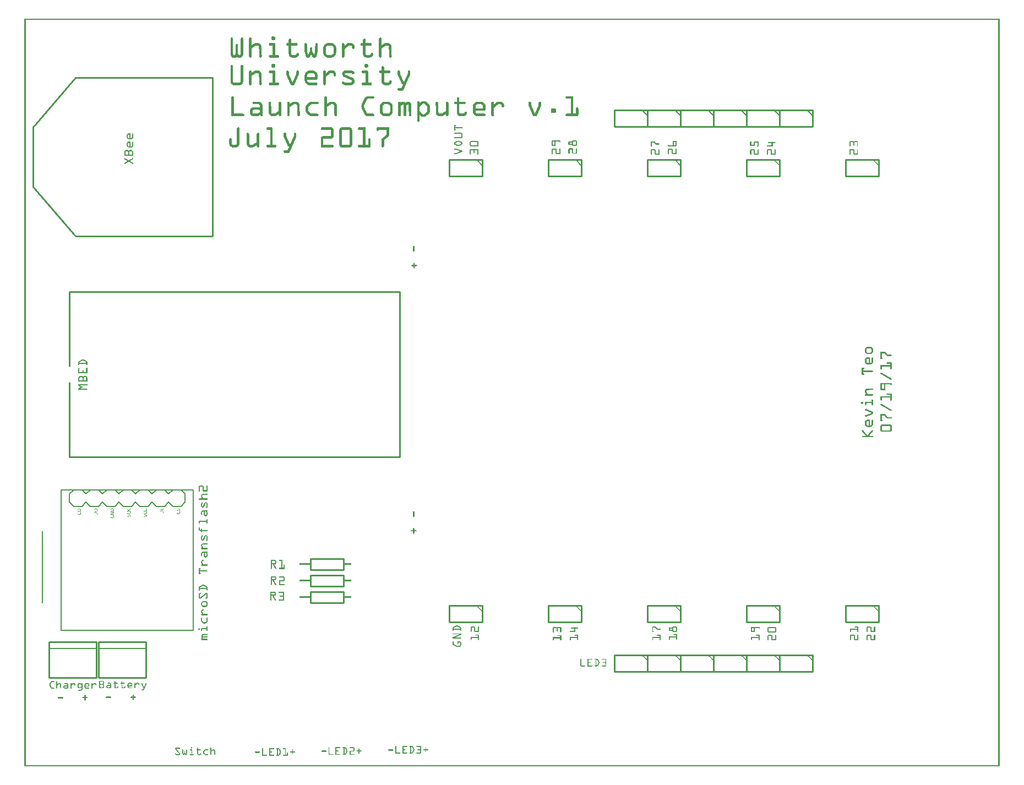
<source format=gto>
G04 MADE WITH FRITZING*
G04 WWW.FRITZING.ORG*
G04 DOUBLE SIDED*
G04 HOLES PLATED*
G04 CONTOUR ON CENTER OF CONTOUR VECTOR*
%ASAXBY*%
%FSLAX23Y23*%
%MOIN*%
%OFA0B0*%
%SFA1.0B1.0*%
%ADD10C,0.010000*%
%ADD11C,0.005000*%
%ADD12C,0.008000*%
%ADD13R,0.001000X0.001000*%
%LNSILK1*%
G90*
G70*
G54D10*
X1732Y1059D02*
X1932Y1059D01*
D02*
X1932Y1059D02*
X1932Y993D01*
D02*
X1932Y993D02*
X1732Y993D01*
D02*
X1732Y993D02*
X1732Y1059D01*
D02*
X3973Y3976D02*
X3773Y3976D01*
D02*
X3773Y3976D02*
X3773Y3876D01*
D02*
X3773Y3876D02*
X3973Y3876D01*
D02*
X3973Y3876D02*
X3973Y3976D01*
G54D11*
D02*
X3938Y3976D02*
X3973Y3941D01*
G54D10*
D02*
X3773Y676D02*
X3573Y676D01*
D02*
X3573Y676D02*
X3573Y576D01*
D02*
X3573Y576D02*
X3773Y576D01*
D02*
X3773Y576D02*
X3773Y676D01*
D02*
X4573Y3976D02*
X4373Y3976D01*
D02*
X4373Y3976D02*
X4373Y3876D01*
D02*
X4373Y3876D02*
X4573Y3876D01*
D02*
X4573Y3876D02*
X4573Y3976D01*
G54D11*
D02*
X4538Y3976D02*
X4573Y3941D01*
G54D10*
D02*
X4773Y3976D02*
X4573Y3976D01*
D02*
X4573Y3976D02*
X4573Y3876D01*
D02*
X4573Y3876D02*
X4773Y3876D01*
D02*
X4773Y3876D02*
X4773Y3976D01*
G54D11*
D02*
X4738Y3976D02*
X4773Y3941D01*
G54D10*
D02*
X4373Y3976D02*
X4173Y3976D01*
D02*
X4173Y3976D02*
X4173Y3876D01*
D02*
X4173Y3876D02*
X4373Y3876D01*
D02*
X4373Y3876D02*
X4373Y3976D01*
G54D11*
D02*
X4338Y3976D02*
X4373Y3941D01*
G54D10*
D02*
X4773Y676D02*
X4573Y676D01*
D02*
X4573Y676D02*
X4573Y576D01*
D02*
X4573Y576D02*
X4773Y576D01*
D02*
X4773Y576D02*
X4773Y676D01*
D02*
X4573Y676D02*
X4373Y676D01*
D02*
X4373Y676D02*
X4373Y576D01*
D02*
X4373Y576D02*
X4573Y576D01*
D02*
X4573Y576D02*
X4573Y676D01*
D02*
X4373Y676D02*
X4173Y676D01*
D02*
X4173Y676D02*
X4173Y576D01*
D02*
X4173Y576D02*
X4373Y576D01*
D02*
X4373Y576D02*
X4373Y676D01*
D02*
X4173Y676D02*
X3973Y676D01*
D02*
X3973Y676D02*
X3973Y576D01*
D02*
X3973Y576D02*
X4173Y576D01*
D02*
X4173Y576D02*
X4173Y676D01*
D02*
X4173Y3976D02*
X3973Y3976D01*
D02*
X3973Y3976D02*
X3973Y3876D01*
D02*
X3973Y3876D02*
X4173Y3876D01*
D02*
X4173Y3876D02*
X4173Y3976D01*
G54D11*
D02*
X4138Y3976D02*
X4173Y3941D01*
G54D10*
D02*
X3973Y676D02*
X3773Y676D01*
D02*
X3773Y676D02*
X3773Y576D01*
D02*
X3773Y576D02*
X3973Y576D01*
D02*
X3973Y576D02*
X3973Y676D01*
D02*
X3773Y3976D02*
X3573Y3976D01*
D02*
X3573Y3976D02*
X3573Y3876D01*
D02*
X3573Y3876D02*
X3773Y3876D01*
D02*
X3773Y3876D02*
X3773Y3976D01*
G54D11*
D02*
X3738Y3976D02*
X3773Y3941D01*
G54D10*
D02*
X3373Y974D02*
X3173Y974D01*
D02*
X3173Y974D02*
X3173Y874D01*
D02*
X3173Y874D02*
X3373Y874D01*
D02*
X3373Y874D02*
X3373Y974D01*
D02*
X2773Y974D02*
X2573Y974D01*
D02*
X2573Y974D02*
X2573Y874D01*
D02*
X2573Y874D02*
X2773Y874D01*
D02*
X2773Y874D02*
X2773Y974D01*
D02*
X4573Y3674D02*
X4373Y3674D01*
D02*
X4373Y3674D02*
X4373Y3574D01*
D02*
X4373Y3574D02*
X4573Y3574D01*
D02*
X4573Y3574D02*
X4573Y3674D01*
D02*
X2773Y3674D02*
X2573Y3674D01*
D02*
X2573Y3674D02*
X2573Y3574D01*
D02*
X2573Y3574D02*
X2773Y3574D01*
D02*
X2773Y3574D02*
X2773Y3674D01*
G54D11*
D02*
X2738Y3674D02*
X2773Y3639D01*
G54D10*
D02*
X3973Y3674D02*
X3773Y3674D01*
D02*
X3773Y3674D02*
X3773Y3574D01*
D02*
X3773Y3574D02*
X3973Y3574D01*
D02*
X3973Y3574D02*
X3973Y3674D01*
G54D11*
D02*
X3938Y3674D02*
X3973Y3639D01*
G54D10*
D02*
X5173Y974D02*
X4973Y974D01*
D02*
X4973Y974D02*
X4973Y874D01*
D02*
X4973Y874D02*
X5173Y874D01*
D02*
X5173Y874D02*
X5173Y974D01*
D02*
X3373Y3674D02*
X3173Y3674D01*
D02*
X3173Y3674D02*
X3173Y3574D01*
D02*
X3173Y3574D02*
X3373Y3574D01*
D02*
X3373Y3574D02*
X3373Y3674D01*
G54D11*
D02*
X3338Y3674D02*
X3373Y3639D01*
G54D10*
D02*
X4573Y974D02*
X4373Y974D01*
D02*
X4373Y974D02*
X4373Y874D01*
D02*
X4373Y874D02*
X4573Y874D01*
D02*
X4573Y874D02*
X4573Y974D01*
D02*
X3973Y974D02*
X3773Y974D01*
D02*
X3773Y974D02*
X3773Y874D01*
D02*
X3773Y874D02*
X3973Y874D01*
D02*
X3973Y874D02*
X3973Y974D01*
D02*
X5173Y3674D02*
X4973Y3674D01*
D02*
X4973Y3674D02*
X4973Y3574D01*
D02*
X4973Y3574D02*
X5173Y3574D01*
D02*
X5173Y3574D02*
X5173Y3674D01*
D02*
X149Y538D02*
X434Y538D01*
D02*
X434Y538D02*
X434Y754D01*
D02*
X434Y754D02*
X149Y754D01*
D02*
X149Y754D02*
X149Y538D01*
G54D11*
D02*
X434Y714D02*
X149Y714D01*
G54D10*
D02*
X449Y538D02*
X734Y538D01*
D02*
X734Y538D02*
X734Y754D01*
D02*
X734Y754D02*
X449Y754D01*
D02*
X449Y754D02*
X449Y538D01*
G54D11*
D02*
X734Y714D02*
X449Y714D01*
G54D10*
D02*
X273Y1876D02*
X2273Y1876D01*
D02*
X2273Y1876D02*
X2273Y2876D01*
D02*
X2273Y2876D02*
X273Y2876D01*
D02*
X273Y1876D02*
X273Y2326D01*
D02*
X273Y2426D02*
X273Y2876D01*
G54D12*
D02*
X1023Y826D02*
X1023Y1676D01*
D02*
X1023Y1676D02*
X223Y1676D01*
D02*
X223Y1676D02*
X223Y826D01*
D02*
X223Y826D02*
X1023Y826D01*
D02*
X348Y1576D02*
X298Y1576D01*
D02*
X298Y1576D02*
X273Y1601D01*
D02*
X273Y1651D02*
X298Y1676D01*
D02*
X473Y1601D02*
X448Y1576D01*
D02*
X448Y1576D02*
X398Y1576D01*
D02*
X398Y1576D02*
X373Y1601D01*
D02*
X373Y1651D02*
X398Y1676D01*
D02*
X398Y1676D02*
X448Y1676D01*
D02*
X448Y1676D02*
X473Y1651D01*
D02*
X348Y1576D02*
X373Y1601D01*
D02*
X373Y1651D02*
X348Y1676D01*
D02*
X298Y1676D02*
X348Y1676D01*
D02*
X648Y1576D02*
X598Y1576D01*
D02*
X598Y1576D02*
X573Y1601D01*
D02*
X573Y1651D02*
X598Y1676D01*
D02*
X573Y1601D02*
X548Y1576D01*
D02*
X548Y1576D02*
X498Y1576D01*
D02*
X498Y1576D02*
X473Y1601D01*
D02*
X473Y1651D02*
X498Y1676D01*
D02*
X498Y1676D02*
X548Y1676D01*
D02*
X548Y1676D02*
X573Y1651D01*
D02*
X773Y1601D02*
X748Y1576D01*
D02*
X748Y1576D02*
X698Y1576D01*
D02*
X698Y1576D02*
X673Y1601D01*
D02*
X673Y1651D02*
X698Y1676D01*
D02*
X698Y1676D02*
X748Y1676D01*
D02*
X748Y1676D02*
X773Y1651D01*
D02*
X648Y1576D02*
X673Y1601D01*
D02*
X673Y1651D02*
X648Y1676D01*
D02*
X598Y1676D02*
X648Y1676D01*
D02*
X948Y1576D02*
X898Y1576D01*
D02*
X898Y1576D02*
X873Y1601D01*
D02*
X873Y1651D02*
X898Y1676D01*
D02*
X873Y1601D02*
X848Y1576D01*
D02*
X848Y1576D02*
X798Y1576D01*
D02*
X798Y1576D02*
X773Y1601D01*
D02*
X773Y1651D02*
X798Y1676D01*
D02*
X798Y1676D02*
X848Y1676D01*
D02*
X848Y1676D02*
X873Y1651D01*
D02*
X973Y1601D02*
X973Y1651D01*
D02*
X948Y1576D02*
X973Y1601D01*
D02*
X973Y1651D02*
X948Y1676D01*
D02*
X898Y1676D02*
X948Y1676D01*
D02*
X273Y1601D02*
X273Y1651D01*
D02*
X108Y1426D02*
X108Y993D01*
G54D10*
D02*
X53Y3510D02*
X53Y3872D01*
D02*
X53Y3872D02*
X310Y4171D01*
D02*
X310Y4171D02*
X1140Y4171D01*
D02*
X1140Y4171D02*
X1140Y3211D01*
D02*
X1140Y3211D02*
X310Y3211D01*
D02*
X1732Y1259D02*
X1932Y1259D01*
D02*
X1932Y1259D02*
X1932Y1193D01*
D02*
X1932Y1193D02*
X1732Y1193D01*
D02*
X1732Y1193D02*
X1732Y1259D01*
D02*
X1732Y1159D02*
X1932Y1159D01*
D02*
X1932Y1159D02*
X1932Y1093D01*
D02*
X1932Y1093D02*
X1732Y1093D01*
D02*
X1732Y1093D02*
X1732Y1159D01*
G54D13*
X0Y4528D02*
X5904Y4528D01*
X0Y4527D02*
X5904Y4527D01*
X0Y4526D02*
X5904Y4526D01*
X0Y4525D02*
X5904Y4525D01*
X0Y4524D02*
X5904Y4524D01*
X0Y4523D02*
X5904Y4523D01*
X0Y4522D02*
X5904Y4522D01*
X0Y4521D02*
X5904Y4521D01*
X0Y4520D02*
X7Y4520D01*
X5897Y4520D02*
X5904Y4520D01*
X0Y4519D02*
X7Y4519D01*
X5897Y4519D02*
X5904Y4519D01*
X0Y4518D02*
X7Y4518D01*
X5897Y4518D02*
X5904Y4518D01*
X0Y4517D02*
X7Y4517D01*
X5897Y4517D02*
X5904Y4517D01*
X0Y4516D02*
X7Y4516D01*
X5897Y4516D02*
X5904Y4516D01*
X0Y4515D02*
X7Y4515D01*
X5897Y4515D02*
X5904Y4515D01*
X0Y4514D02*
X7Y4514D01*
X5897Y4514D02*
X5904Y4514D01*
X0Y4513D02*
X7Y4513D01*
X5897Y4513D02*
X5904Y4513D01*
X0Y4512D02*
X7Y4512D01*
X5897Y4512D02*
X5904Y4512D01*
X0Y4511D02*
X7Y4511D01*
X5897Y4511D02*
X5904Y4511D01*
X0Y4510D02*
X7Y4510D01*
X5897Y4510D02*
X5904Y4510D01*
X0Y4509D02*
X7Y4509D01*
X5897Y4509D02*
X5904Y4509D01*
X0Y4508D02*
X7Y4508D01*
X5897Y4508D02*
X5904Y4508D01*
X0Y4507D02*
X7Y4507D01*
X5897Y4507D02*
X5904Y4507D01*
X0Y4506D02*
X7Y4506D01*
X5897Y4506D02*
X5904Y4506D01*
X0Y4505D02*
X7Y4505D01*
X5897Y4505D02*
X5904Y4505D01*
X0Y4504D02*
X7Y4504D01*
X5897Y4504D02*
X5904Y4504D01*
X0Y4503D02*
X7Y4503D01*
X5897Y4503D02*
X5904Y4503D01*
X0Y4502D02*
X7Y4502D01*
X5897Y4502D02*
X5904Y4502D01*
X0Y4501D02*
X7Y4501D01*
X5897Y4501D02*
X5904Y4501D01*
X0Y4500D02*
X7Y4500D01*
X5897Y4500D02*
X5904Y4500D01*
X0Y4499D02*
X7Y4499D01*
X5897Y4499D02*
X5904Y4499D01*
X0Y4498D02*
X7Y4498D01*
X5897Y4498D02*
X5904Y4498D01*
X0Y4497D02*
X7Y4497D01*
X5897Y4497D02*
X5904Y4497D01*
X0Y4496D02*
X7Y4496D01*
X5897Y4496D02*
X5904Y4496D01*
X0Y4495D02*
X7Y4495D01*
X5897Y4495D02*
X5904Y4495D01*
X0Y4494D02*
X7Y4494D01*
X5897Y4494D02*
X5904Y4494D01*
X0Y4493D02*
X7Y4493D01*
X5897Y4493D02*
X5904Y4493D01*
X0Y4492D02*
X7Y4492D01*
X5897Y4492D02*
X5904Y4492D01*
X0Y4491D02*
X7Y4491D01*
X5897Y4491D02*
X5904Y4491D01*
X0Y4490D02*
X7Y4490D01*
X5897Y4490D02*
X5904Y4490D01*
X0Y4489D02*
X7Y4489D01*
X5897Y4489D02*
X5904Y4489D01*
X0Y4488D02*
X7Y4488D01*
X5897Y4488D02*
X5904Y4488D01*
X0Y4487D02*
X7Y4487D01*
X5897Y4487D02*
X5904Y4487D01*
X0Y4486D02*
X7Y4486D01*
X5897Y4486D02*
X5904Y4486D01*
X0Y4485D02*
X7Y4485D01*
X5897Y4485D02*
X5904Y4485D01*
X0Y4484D02*
X7Y4484D01*
X5897Y4484D02*
X5904Y4484D01*
X0Y4483D02*
X7Y4483D01*
X5897Y4483D02*
X5904Y4483D01*
X0Y4482D02*
X7Y4482D01*
X5897Y4482D02*
X5904Y4482D01*
X0Y4481D02*
X7Y4481D01*
X5897Y4481D02*
X5904Y4481D01*
X0Y4480D02*
X7Y4480D01*
X5897Y4480D02*
X5904Y4480D01*
X0Y4479D02*
X7Y4479D01*
X5897Y4479D02*
X5904Y4479D01*
X0Y4478D02*
X7Y4478D01*
X5897Y4478D02*
X5904Y4478D01*
X0Y4477D02*
X7Y4477D01*
X5897Y4477D02*
X5904Y4477D01*
X0Y4476D02*
X7Y4476D01*
X5897Y4476D02*
X5904Y4476D01*
X0Y4475D02*
X7Y4475D01*
X5897Y4475D02*
X5904Y4475D01*
X0Y4474D02*
X7Y4474D01*
X5897Y4474D02*
X5904Y4474D01*
X0Y4473D02*
X7Y4473D01*
X5897Y4473D02*
X5904Y4473D01*
X0Y4472D02*
X7Y4472D01*
X5897Y4472D02*
X5904Y4472D01*
X0Y4471D02*
X7Y4471D01*
X5897Y4471D02*
X5904Y4471D01*
X0Y4470D02*
X7Y4470D01*
X5897Y4470D02*
X5904Y4470D01*
X0Y4469D02*
X7Y4469D01*
X5897Y4469D02*
X5904Y4469D01*
X0Y4468D02*
X7Y4468D01*
X5897Y4468D02*
X5904Y4468D01*
X0Y4467D02*
X7Y4467D01*
X5897Y4467D02*
X5904Y4467D01*
X0Y4466D02*
X7Y4466D01*
X5897Y4466D02*
X5904Y4466D01*
X0Y4465D02*
X7Y4465D01*
X5897Y4465D02*
X5904Y4465D01*
X0Y4464D02*
X7Y4464D01*
X5897Y4464D02*
X5904Y4464D01*
X0Y4463D02*
X7Y4463D01*
X5897Y4463D02*
X5904Y4463D01*
X0Y4462D02*
X7Y4462D01*
X5897Y4462D02*
X5904Y4462D01*
X0Y4461D02*
X7Y4461D01*
X5897Y4461D02*
X5904Y4461D01*
X0Y4460D02*
X7Y4460D01*
X5897Y4460D02*
X5904Y4460D01*
X0Y4459D02*
X7Y4459D01*
X5897Y4459D02*
X5904Y4459D01*
X0Y4458D02*
X7Y4458D01*
X5897Y4458D02*
X5904Y4458D01*
X0Y4457D02*
X7Y4457D01*
X5897Y4457D02*
X5904Y4457D01*
X0Y4456D02*
X7Y4456D01*
X5897Y4456D02*
X5904Y4456D01*
X0Y4455D02*
X7Y4455D01*
X5897Y4455D02*
X5904Y4455D01*
X0Y4454D02*
X7Y4454D01*
X5897Y4454D02*
X5904Y4454D01*
X0Y4453D02*
X7Y4453D01*
X5897Y4453D02*
X5904Y4453D01*
X0Y4452D02*
X7Y4452D01*
X5897Y4452D02*
X5904Y4452D01*
X0Y4451D02*
X7Y4451D01*
X5897Y4451D02*
X5904Y4451D01*
X0Y4450D02*
X7Y4450D01*
X5897Y4450D02*
X5904Y4450D01*
X0Y4449D02*
X7Y4449D01*
X5897Y4449D02*
X5904Y4449D01*
X0Y4448D02*
X7Y4448D01*
X5897Y4448D02*
X5904Y4448D01*
X0Y4447D02*
X7Y4447D01*
X5897Y4447D02*
X5904Y4447D01*
X0Y4446D02*
X7Y4446D01*
X5897Y4446D02*
X5904Y4446D01*
X0Y4445D02*
X7Y4445D01*
X5897Y4445D02*
X5904Y4445D01*
X0Y4444D02*
X7Y4444D01*
X5897Y4444D02*
X5904Y4444D01*
X0Y4443D02*
X7Y4443D01*
X5897Y4443D02*
X5904Y4443D01*
X0Y4442D02*
X7Y4442D01*
X5897Y4442D02*
X5904Y4442D01*
X0Y4441D02*
X7Y4441D01*
X5897Y4441D02*
X5904Y4441D01*
X0Y4440D02*
X7Y4440D01*
X5897Y4440D02*
X5904Y4440D01*
X0Y4439D02*
X7Y4439D01*
X5897Y4439D02*
X5904Y4439D01*
X0Y4438D02*
X7Y4438D01*
X5897Y4438D02*
X5904Y4438D01*
X0Y4437D02*
X7Y4437D01*
X5897Y4437D02*
X5904Y4437D01*
X0Y4436D02*
X7Y4436D01*
X5897Y4436D02*
X5904Y4436D01*
X0Y4435D02*
X7Y4435D01*
X5897Y4435D02*
X5904Y4435D01*
X0Y4434D02*
X7Y4434D01*
X5897Y4434D02*
X5904Y4434D01*
X0Y4433D02*
X7Y4433D01*
X5897Y4433D02*
X5904Y4433D01*
X0Y4432D02*
X7Y4432D01*
X5897Y4432D02*
X5904Y4432D01*
X0Y4431D02*
X7Y4431D01*
X5897Y4431D02*
X5904Y4431D01*
X0Y4430D02*
X7Y4430D01*
X5897Y4430D02*
X5904Y4430D01*
X0Y4429D02*
X7Y4429D01*
X5897Y4429D02*
X5904Y4429D01*
X0Y4428D02*
X7Y4428D01*
X5897Y4428D02*
X5904Y4428D01*
X0Y4427D02*
X7Y4427D01*
X5897Y4427D02*
X5904Y4427D01*
X0Y4426D02*
X7Y4426D01*
X5897Y4426D02*
X5904Y4426D01*
X0Y4425D02*
X7Y4425D01*
X5897Y4425D02*
X5904Y4425D01*
X0Y4424D02*
X7Y4424D01*
X5897Y4424D02*
X5904Y4424D01*
X0Y4423D02*
X7Y4423D01*
X5897Y4423D02*
X5904Y4423D01*
X0Y4422D02*
X7Y4422D01*
X5897Y4422D02*
X5904Y4422D01*
X0Y4421D02*
X7Y4421D01*
X5897Y4421D02*
X5904Y4421D01*
X0Y4420D02*
X7Y4420D01*
X1500Y4420D02*
X1513Y4420D01*
X5897Y4420D02*
X5904Y4420D01*
X0Y4419D02*
X7Y4419D01*
X1499Y4419D02*
X1515Y4419D01*
X5897Y4419D02*
X5904Y4419D01*
X0Y4418D02*
X7Y4418D01*
X1498Y4418D02*
X1516Y4418D01*
X5897Y4418D02*
X5904Y4418D01*
X0Y4417D02*
X7Y4417D01*
X1497Y4417D02*
X1517Y4417D01*
X5897Y4417D02*
X5904Y4417D01*
X0Y4416D02*
X7Y4416D01*
X1496Y4416D02*
X1518Y4416D01*
X5897Y4416D02*
X5904Y4416D01*
X0Y4415D02*
X7Y4415D01*
X1496Y4415D02*
X1518Y4415D01*
X5897Y4415D02*
X5904Y4415D01*
X0Y4414D02*
X7Y4414D01*
X1254Y4414D02*
X1256Y4414D01*
X1316Y4414D02*
X1318Y4414D01*
X1367Y4414D02*
X1368Y4414D01*
X1496Y4414D02*
X1518Y4414D01*
X2154Y4414D02*
X2155Y4414D01*
X5897Y4414D02*
X5904Y4414D01*
X0Y4413D02*
X7Y4413D01*
X1252Y4413D02*
X1259Y4413D01*
X1314Y4413D02*
X1320Y4413D01*
X1364Y4413D02*
X1371Y4413D01*
X1496Y4413D02*
X1518Y4413D01*
X2151Y4413D02*
X2158Y4413D01*
X5897Y4413D02*
X5904Y4413D01*
X0Y4412D02*
X7Y4412D01*
X1250Y4412D02*
X1260Y4412D01*
X1312Y4412D02*
X1322Y4412D01*
X1363Y4412D02*
X1372Y4412D01*
X1496Y4412D02*
X1518Y4412D01*
X2150Y4412D02*
X2159Y4412D01*
X5897Y4412D02*
X5904Y4412D01*
X0Y4411D02*
X7Y4411D01*
X1249Y4411D02*
X1261Y4411D01*
X1311Y4411D02*
X1323Y4411D01*
X1362Y4411D02*
X1373Y4411D01*
X1496Y4411D02*
X1518Y4411D01*
X2149Y4411D02*
X2160Y4411D01*
X5897Y4411D02*
X5904Y4411D01*
X0Y4410D02*
X7Y4410D01*
X1249Y4410D02*
X1261Y4410D01*
X1311Y4410D02*
X1323Y4410D01*
X1361Y4410D02*
X1374Y4410D01*
X1496Y4410D02*
X1518Y4410D01*
X2148Y4410D02*
X2161Y4410D01*
X5897Y4410D02*
X5904Y4410D01*
X0Y4409D02*
X7Y4409D01*
X1248Y4409D02*
X1262Y4409D01*
X1310Y4409D02*
X1324Y4409D01*
X1361Y4409D02*
X1374Y4409D01*
X1496Y4409D02*
X1518Y4409D01*
X2147Y4409D02*
X2161Y4409D01*
X5897Y4409D02*
X5904Y4409D01*
X0Y4408D02*
X7Y4408D01*
X1248Y4408D02*
X1262Y4408D01*
X1310Y4408D02*
X1324Y4408D01*
X1360Y4408D02*
X1375Y4408D01*
X1496Y4408D02*
X1518Y4408D01*
X2147Y4408D02*
X2162Y4408D01*
X5897Y4408D02*
X5904Y4408D01*
X0Y4407D02*
X7Y4407D01*
X1248Y4407D02*
X1262Y4407D01*
X1310Y4407D02*
X1324Y4407D01*
X1360Y4407D02*
X1375Y4407D01*
X1496Y4407D02*
X1518Y4407D01*
X1605Y4407D02*
X1610Y4407D01*
X2055Y4407D02*
X2060Y4407D01*
X2147Y4407D02*
X2162Y4407D01*
X5897Y4407D02*
X5904Y4407D01*
X0Y4406D02*
X7Y4406D01*
X1248Y4406D02*
X1262Y4406D01*
X1310Y4406D02*
X1324Y4406D01*
X1360Y4406D02*
X1375Y4406D01*
X1496Y4406D02*
X1518Y4406D01*
X1604Y4406D02*
X1612Y4406D01*
X2053Y4406D02*
X2062Y4406D01*
X2147Y4406D02*
X2162Y4406D01*
X5897Y4406D02*
X5904Y4406D01*
X0Y4405D02*
X7Y4405D01*
X1248Y4405D02*
X1262Y4405D01*
X1310Y4405D02*
X1324Y4405D01*
X1360Y4405D02*
X1375Y4405D01*
X1496Y4405D02*
X1518Y4405D01*
X1603Y4405D02*
X1613Y4405D01*
X2052Y4405D02*
X2063Y4405D01*
X2147Y4405D02*
X2162Y4405D01*
X5897Y4405D02*
X5904Y4405D01*
X0Y4404D02*
X7Y4404D01*
X1248Y4404D02*
X1262Y4404D01*
X1310Y4404D02*
X1324Y4404D01*
X1360Y4404D02*
X1375Y4404D01*
X1496Y4404D02*
X1518Y4404D01*
X1602Y4404D02*
X1614Y4404D01*
X2051Y4404D02*
X2063Y4404D01*
X2147Y4404D02*
X2162Y4404D01*
X5897Y4404D02*
X5904Y4404D01*
X0Y4403D02*
X7Y4403D01*
X1248Y4403D02*
X1262Y4403D01*
X1310Y4403D02*
X1324Y4403D01*
X1360Y4403D02*
X1375Y4403D01*
X1496Y4403D02*
X1517Y4403D01*
X1601Y4403D02*
X1614Y4403D01*
X2051Y4403D02*
X2064Y4403D01*
X2147Y4403D02*
X2162Y4403D01*
X5897Y4403D02*
X5904Y4403D01*
X0Y4402D02*
X7Y4402D01*
X1248Y4402D02*
X1262Y4402D01*
X1310Y4402D02*
X1324Y4402D01*
X1360Y4402D02*
X1375Y4402D01*
X1497Y4402D02*
X1517Y4402D01*
X1601Y4402D02*
X1615Y4402D01*
X2050Y4402D02*
X2064Y4402D01*
X2147Y4402D02*
X2162Y4402D01*
X5897Y4402D02*
X5904Y4402D01*
X0Y4401D02*
X7Y4401D01*
X1248Y4401D02*
X1262Y4401D01*
X1310Y4401D02*
X1324Y4401D01*
X1360Y4401D02*
X1375Y4401D01*
X1498Y4401D02*
X1516Y4401D01*
X1601Y4401D02*
X1615Y4401D01*
X2050Y4401D02*
X2065Y4401D01*
X2147Y4401D02*
X2162Y4401D01*
X5897Y4401D02*
X5904Y4401D01*
X0Y4400D02*
X7Y4400D01*
X1248Y4400D02*
X1262Y4400D01*
X1310Y4400D02*
X1324Y4400D01*
X1360Y4400D02*
X1375Y4400D01*
X1499Y4400D02*
X1515Y4400D01*
X1600Y4400D02*
X1615Y4400D01*
X2050Y4400D02*
X2065Y4400D01*
X2147Y4400D02*
X2162Y4400D01*
X5897Y4400D02*
X5904Y4400D01*
X0Y4399D02*
X7Y4399D01*
X1248Y4399D02*
X1262Y4399D01*
X1310Y4399D02*
X1324Y4399D01*
X1360Y4399D02*
X1375Y4399D01*
X1500Y4399D02*
X1513Y4399D01*
X1600Y4399D02*
X1615Y4399D01*
X2050Y4399D02*
X2065Y4399D01*
X2147Y4399D02*
X2162Y4399D01*
X5897Y4399D02*
X5904Y4399D01*
X0Y4398D02*
X7Y4398D01*
X1248Y4398D02*
X1262Y4398D01*
X1310Y4398D02*
X1324Y4398D01*
X1360Y4398D02*
X1375Y4398D01*
X1600Y4398D02*
X1615Y4398D01*
X2050Y4398D02*
X2065Y4398D01*
X2147Y4398D02*
X2162Y4398D01*
X5897Y4398D02*
X5904Y4398D01*
X0Y4397D02*
X7Y4397D01*
X1248Y4397D02*
X1262Y4397D01*
X1310Y4397D02*
X1324Y4397D01*
X1360Y4397D02*
X1375Y4397D01*
X1600Y4397D02*
X1615Y4397D01*
X2050Y4397D02*
X2065Y4397D01*
X2147Y4397D02*
X2162Y4397D01*
X5897Y4397D02*
X5904Y4397D01*
X0Y4396D02*
X7Y4396D01*
X1248Y4396D02*
X1262Y4396D01*
X1310Y4396D02*
X1324Y4396D01*
X1360Y4396D02*
X1375Y4396D01*
X1600Y4396D02*
X1615Y4396D01*
X2050Y4396D02*
X2065Y4396D01*
X2147Y4396D02*
X2162Y4396D01*
X5897Y4396D02*
X5904Y4396D01*
X0Y4395D02*
X7Y4395D01*
X1248Y4395D02*
X1262Y4395D01*
X1310Y4395D02*
X1324Y4395D01*
X1360Y4395D02*
X1375Y4395D01*
X1600Y4395D02*
X1615Y4395D01*
X2050Y4395D02*
X2065Y4395D01*
X2147Y4395D02*
X2162Y4395D01*
X5897Y4395D02*
X5904Y4395D01*
X0Y4394D02*
X7Y4394D01*
X1248Y4394D02*
X1262Y4394D01*
X1310Y4394D02*
X1324Y4394D01*
X1360Y4394D02*
X1375Y4394D01*
X1600Y4394D02*
X1615Y4394D01*
X2050Y4394D02*
X2065Y4394D01*
X2147Y4394D02*
X2162Y4394D01*
X5897Y4394D02*
X5904Y4394D01*
X0Y4393D02*
X7Y4393D01*
X1248Y4393D02*
X1262Y4393D01*
X1310Y4393D02*
X1324Y4393D01*
X1360Y4393D02*
X1375Y4393D01*
X1600Y4393D02*
X1615Y4393D01*
X2050Y4393D02*
X2065Y4393D01*
X2147Y4393D02*
X2162Y4393D01*
X5897Y4393D02*
X5904Y4393D01*
X0Y4392D02*
X7Y4392D01*
X1248Y4392D02*
X1262Y4392D01*
X1310Y4392D02*
X1324Y4392D01*
X1360Y4392D02*
X1375Y4392D01*
X1600Y4392D02*
X1615Y4392D01*
X2050Y4392D02*
X2065Y4392D01*
X2147Y4392D02*
X2162Y4392D01*
X5897Y4392D02*
X5904Y4392D01*
X0Y4391D02*
X7Y4391D01*
X1248Y4391D02*
X1262Y4391D01*
X1310Y4391D02*
X1324Y4391D01*
X1360Y4391D02*
X1375Y4391D01*
X1600Y4391D02*
X1615Y4391D01*
X2050Y4391D02*
X2065Y4391D01*
X2147Y4391D02*
X2162Y4391D01*
X5897Y4391D02*
X5904Y4391D01*
X0Y4390D02*
X7Y4390D01*
X1248Y4390D02*
X1262Y4390D01*
X1310Y4390D02*
X1324Y4390D01*
X1360Y4390D02*
X1375Y4390D01*
X1600Y4390D02*
X1615Y4390D01*
X2050Y4390D02*
X2065Y4390D01*
X2147Y4390D02*
X2162Y4390D01*
X5897Y4390D02*
X5904Y4390D01*
X0Y4389D02*
X7Y4389D01*
X1248Y4389D02*
X1262Y4389D01*
X1310Y4389D02*
X1324Y4389D01*
X1360Y4389D02*
X1375Y4389D01*
X1600Y4389D02*
X1615Y4389D01*
X2050Y4389D02*
X2065Y4389D01*
X2147Y4389D02*
X2162Y4389D01*
X5897Y4389D02*
X5904Y4389D01*
X0Y4388D02*
X7Y4388D01*
X1248Y4388D02*
X1262Y4388D01*
X1310Y4388D02*
X1324Y4388D01*
X1360Y4388D02*
X1375Y4388D01*
X1600Y4388D02*
X1615Y4388D01*
X2050Y4388D02*
X2065Y4388D01*
X2147Y4388D02*
X2162Y4388D01*
X5897Y4388D02*
X5904Y4388D01*
X0Y4387D02*
X7Y4387D01*
X1248Y4387D02*
X1262Y4387D01*
X1310Y4387D02*
X1324Y4387D01*
X1360Y4387D02*
X1375Y4387D01*
X1600Y4387D02*
X1615Y4387D01*
X2050Y4387D02*
X2065Y4387D01*
X2147Y4387D02*
X2162Y4387D01*
X5897Y4387D02*
X5904Y4387D01*
X0Y4386D02*
X7Y4386D01*
X1248Y4386D02*
X1262Y4386D01*
X1310Y4386D02*
X1324Y4386D01*
X1360Y4386D02*
X1375Y4386D01*
X1600Y4386D02*
X1615Y4386D01*
X2050Y4386D02*
X2065Y4386D01*
X2147Y4386D02*
X2162Y4386D01*
X5897Y4386D02*
X5904Y4386D01*
X0Y4385D02*
X7Y4385D01*
X1248Y4385D02*
X1262Y4385D01*
X1310Y4385D02*
X1324Y4385D01*
X1360Y4385D02*
X1375Y4385D01*
X1600Y4385D02*
X1615Y4385D01*
X2050Y4385D02*
X2065Y4385D01*
X2147Y4385D02*
X2162Y4385D01*
X5897Y4385D02*
X5904Y4385D01*
X0Y4384D02*
X7Y4384D01*
X1248Y4384D02*
X1262Y4384D01*
X1310Y4384D02*
X1324Y4384D01*
X1360Y4384D02*
X1375Y4384D01*
X1600Y4384D02*
X1615Y4384D01*
X2050Y4384D02*
X2065Y4384D01*
X2147Y4384D02*
X2162Y4384D01*
X5897Y4384D02*
X5904Y4384D01*
X0Y4383D02*
X7Y4383D01*
X1248Y4383D02*
X1262Y4383D01*
X1310Y4383D02*
X1324Y4383D01*
X1360Y4383D02*
X1375Y4383D01*
X1600Y4383D02*
X1615Y4383D01*
X2050Y4383D02*
X2065Y4383D01*
X2147Y4383D02*
X2162Y4383D01*
X5897Y4383D02*
X5904Y4383D01*
X0Y4382D02*
X7Y4382D01*
X1248Y4382D02*
X1262Y4382D01*
X1310Y4382D02*
X1324Y4382D01*
X1360Y4382D02*
X1375Y4382D01*
X1600Y4382D02*
X1615Y4382D01*
X2050Y4382D02*
X2065Y4382D01*
X2147Y4382D02*
X2162Y4382D01*
X5897Y4382D02*
X5904Y4382D01*
X0Y4381D02*
X7Y4381D01*
X1248Y4381D02*
X1262Y4381D01*
X1310Y4381D02*
X1324Y4381D01*
X1360Y4381D02*
X1375Y4381D01*
X1403Y4381D02*
X1412Y4381D01*
X1488Y4381D02*
X1511Y4381D01*
X1593Y4381D02*
X1646Y4381D01*
X1839Y4381D02*
X1858Y4381D01*
X1961Y4381D02*
X1976Y4381D01*
X2042Y4381D02*
X2096Y4381D01*
X2147Y4381D02*
X2162Y4381D01*
X2190Y4381D02*
X2199Y4381D01*
X5897Y4381D02*
X5904Y4381D01*
X0Y4380D02*
X7Y4380D01*
X1248Y4380D02*
X1262Y4380D01*
X1310Y4380D02*
X1324Y4380D01*
X1360Y4380D02*
X1375Y4380D01*
X1397Y4380D02*
X1418Y4380D01*
X1484Y4380D02*
X1514Y4380D01*
X1589Y4380D02*
X1650Y4380D01*
X1700Y4380D02*
X1706Y4380D01*
X1765Y4380D02*
X1771Y4380D01*
X1832Y4380D02*
X1864Y4380D01*
X1926Y4380D02*
X1933Y4380D01*
X1957Y4380D02*
X1982Y4380D01*
X2039Y4380D02*
X2099Y4380D01*
X2147Y4380D02*
X2162Y4380D01*
X2184Y4380D02*
X2205Y4380D01*
X5897Y4380D02*
X5904Y4380D01*
X0Y4379D02*
X7Y4379D01*
X1248Y4379D02*
X1262Y4379D01*
X1310Y4379D02*
X1324Y4379D01*
X1360Y4379D02*
X1375Y4379D01*
X1394Y4379D02*
X1421Y4379D01*
X1483Y4379D02*
X1515Y4379D01*
X1588Y4379D02*
X1651Y4379D01*
X1698Y4379D02*
X1708Y4379D01*
X1764Y4379D02*
X1773Y4379D01*
X1829Y4379D02*
X1867Y4379D01*
X1925Y4379D02*
X1934Y4379D01*
X1956Y4379D02*
X1985Y4379D01*
X2037Y4379D02*
X2101Y4379D01*
X2147Y4379D02*
X2162Y4379D01*
X2181Y4379D02*
X2208Y4379D01*
X5897Y4379D02*
X5904Y4379D01*
X0Y4378D02*
X7Y4378D01*
X1248Y4378D02*
X1262Y4378D01*
X1310Y4378D02*
X1324Y4378D01*
X1360Y4378D02*
X1375Y4378D01*
X1392Y4378D02*
X1423Y4378D01*
X1482Y4378D02*
X1516Y4378D01*
X1587Y4378D02*
X1652Y4378D01*
X1697Y4378D02*
X1709Y4378D01*
X1763Y4378D02*
X1774Y4378D01*
X1827Y4378D02*
X1869Y4378D01*
X1924Y4378D02*
X1935Y4378D01*
X1954Y4378D02*
X1987Y4378D01*
X2036Y4378D02*
X2102Y4378D01*
X2147Y4378D02*
X2162Y4378D01*
X2179Y4378D02*
X2210Y4378D01*
X5897Y4378D02*
X5904Y4378D01*
X0Y4377D02*
X7Y4377D01*
X1248Y4377D02*
X1262Y4377D01*
X1310Y4377D02*
X1324Y4377D01*
X1360Y4377D02*
X1375Y4377D01*
X1390Y4377D02*
X1425Y4377D01*
X1481Y4377D02*
X1517Y4377D01*
X1586Y4377D02*
X1653Y4377D01*
X1697Y4377D02*
X1709Y4377D01*
X1762Y4377D02*
X1775Y4377D01*
X1826Y4377D02*
X1870Y4377D01*
X1923Y4377D02*
X1936Y4377D01*
X1953Y4377D02*
X1988Y4377D01*
X2036Y4377D02*
X2102Y4377D01*
X2147Y4377D02*
X2162Y4377D01*
X2177Y4377D02*
X2211Y4377D01*
X5897Y4377D02*
X5904Y4377D01*
X0Y4376D02*
X7Y4376D01*
X1248Y4376D02*
X1262Y4376D01*
X1310Y4376D02*
X1324Y4376D01*
X1360Y4376D02*
X1375Y4376D01*
X1389Y4376D02*
X1426Y4376D01*
X1481Y4376D02*
X1518Y4376D01*
X1585Y4376D02*
X1653Y4376D01*
X1696Y4376D02*
X1710Y4376D01*
X1761Y4376D02*
X1775Y4376D01*
X1824Y4376D02*
X1872Y4376D01*
X1923Y4376D02*
X1936Y4376D01*
X1952Y4376D02*
X1990Y4376D01*
X2035Y4376D02*
X2103Y4376D01*
X2147Y4376D02*
X2162Y4376D01*
X2176Y4376D02*
X2213Y4376D01*
X5897Y4376D02*
X5904Y4376D01*
X0Y4375D02*
X7Y4375D01*
X1248Y4375D02*
X1262Y4375D01*
X1310Y4375D02*
X1324Y4375D01*
X1360Y4375D02*
X1375Y4375D01*
X1387Y4375D02*
X1427Y4375D01*
X1480Y4375D02*
X1518Y4375D01*
X1585Y4375D02*
X1653Y4375D01*
X1696Y4375D02*
X1710Y4375D01*
X1761Y4375D02*
X1775Y4375D01*
X1823Y4375D02*
X1873Y4375D01*
X1922Y4375D02*
X1937Y4375D01*
X1951Y4375D02*
X1991Y4375D01*
X2035Y4375D02*
X2103Y4375D01*
X2147Y4375D02*
X2162Y4375D01*
X2174Y4375D02*
X2214Y4375D01*
X5897Y4375D02*
X5904Y4375D01*
X0Y4374D02*
X7Y4374D01*
X1248Y4374D02*
X1262Y4374D01*
X1284Y4374D02*
X1288Y4374D01*
X1310Y4374D02*
X1324Y4374D01*
X1360Y4374D02*
X1375Y4374D01*
X1386Y4374D02*
X1428Y4374D01*
X1480Y4374D02*
X1518Y4374D01*
X1585Y4374D02*
X1654Y4374D01*
X1696Y4374D02*
X1710Y4374D01*
X1761Y4374D02*
X1776Y4374D01*
X1822Y4374D02*
X1874Y4374D01*
X1922Y4374D02*
X1937Y4374D01*
X1950Y4374D02*
X1992Y4374D01*
X2035Y4374D02*
X2103Y4374D01*
X2147Y4374D02*
X2162Y4374D01*
X2173Y4374D02*
X2215Y4374D01*
X5897Y4374D02*
X5904Y4374D01*
X0Y4373D02*
X7Y4373D01*
X1248Y4373D02*
X1262Y4373D01*
X1282Y4373D02*
X1290Y4373D01*
X1310Y4373D02*
X1324Y4373D01*
X1360Y4373D02*
X1375Y4373D01*
X1384Y4373D02*
X1429Y4373D01*
X1480Y4373D02*
X1518Y4373D01*
X1585Y4373D02*
X1654Y4373D01*
X1696Y4373D02*
X1710Y4373D01*
X1761Y4373D02*
X1776Y4373D01*
X1821Y4373D02*
X1875Y4373D01*
X1922Y4373D02*
X1937Y4373D01*
X1949Y4373D02*
X1993Y4373D01*
X2035Y4373D02*
X2103Y4373D01*
X2147Y4373D02*
X2162Y4373D01*
X2171Y4373D02*
X2216Y4373D01*
X5897Y4373D02*
X5904Y4373D01*
X0Y4372D02*
X7Y4372D01*
X1248Y4372D02*
X1262Y4372D01*
X1281Y4372D02*
X1291Y4372D01*
X1310Y4372D02*
X1324Y4372D01*
X1360Y4372D02*
X1375Y4372D01*
X1383Y4372D02*
X1430Y4372D01*
X1480Y4372D02*
X1518Y4372D01*
X1585Y4372D02*
X1654Y4372D01*
X1696Y4372D02*
X1710Y4372D01*
X1761Y4372D02*
X1776Y4372D01*
X1820Y4372D02*
X1877Y4372D01*
X1922Y4372D02*
X1937Y4372D01*
X1947Y4372D02*
X1994Y4372D01*
X2035Y4372D02*
X2103Y4372D01*
X2147Y4372D02*
X2162Y4372D01*
X2169Y4372D02*
X2217Y4372D01*
X5897Y4372D02*
X5904Y4372D01*
X0Y4371D02*
X7Y4371D01*
X1248Y4371D02*
X1262Y4371D01*
X1280Y4371D02*
X1292Y4371D01*
X1310Y4371D02*
X1324Y4371D01*
X1360Y4371D02*
X1375Y4371D01*
X1381Y4371D02*
X1431Y4371D01*
X1480Y4371D02*
X1518Y4371D01*
X1585Y4371D02*
X1653Y4371D01*
X1696Y4371D02*
X1710Y4371D01*
X1761Y4371D02*
X1776Y4371D01*
X1819Y4371D02*
X1878Y4371D01*
X1922Y4371D02*
X1937Y4371D01*
X1946Y4371D02*
X1995Y4371D01*
X2035Y4371D02*
X2103Y4371D01*
X2147Y4371D02*
X2162Y4371D01*
X2168Y4371D02*
X2217Y4371D01*
X5897Y4371D02*
X5904Y4371D01*
X0Y4370D02*
X7Y4370D01*
X1248Y4370D02*
X1262Y4370D01*
X1279Y4370D02*
X1293Y4370D01*
X1310Y4370D02*
X1324Y4370D01*
X1360Y4370D02*
X1375Y4370D01*
X1379Y4370D02*
X1431Y4370D01*
X1481Y4370D02*
X1518Y4370D01*
X1586Y4370D02*
X1653Y4370D01*
X1696Y4370D02*
X1711Y4370D01*
X1761Y4370D02*
X1776Y4370D01*
X1817Y4370D02*
X1879Y4370D01*
X1922Y4370D02*
X1937Y4370D01*
X1945Y4370D02*
X1995Y4370D01*
X2035Y4370D02*
X2103Y4370D01*
X2147Y4370D02*
X2162Y4370D01*
X2166Y4370D02*
X2218Y4370D01*
X5897Y4370D02*
X5904Y4370D01*
X0Y4369D02*
X7Y4369D01*
X1248Y4369D02*
X1262Y4369D01*
X1279Y4369D02*
X1293Y4369D01*
X1310Y4369D02*
X1324Y4369D01*
X1360Y4369D02*
X1375Y4369D01*
X1378Y4369D02*
X1432Y4369D01*
X1481Y4369D02*
X1518Y4369D01*
X1586Y4369D02*
X1653Y4369D01*
X1696Y4369D02*
X1711Y4369D01*
X1761Y4369D02*
X1776Y4369D01*
X1816Y4369D02*
X1880Y4369D01*
X1922Y4369D02*
X1937Y4369D01*
X1944Y4369D02*
X1996Y4369D01*
X2036Y4369D02*
X2102Y4369D01*
X2147Y4369D02*
X2162Y4369D01*
X2165Y4369D02*
X2219Y4369D01*
X5897Y4369D02*
X5904Y4369D01*
X0Y4368D02*
X7Y4368D01*
X1248Y4368D02*
X1262Y4368D01*
X1279Y4368D02*
X1293Y4368D01*
X1310Y4368D02*
X1324Y4368D01*
X1360Y4368D02*
X1432Y4368D01*
X1482Y4368D02*
X1518Y4368D01*
X1587Y4368D02*
X1652Y4368D01*
X1696Y4368D02*
X1711Y4368D01*
X1761Y4368D02*
X1775Y4368D01*
X1816Y4368D02*
X1881Y4368D01*
X1922Y4368D02*
X1937Y4368D01*
X1943Y4368D02*
X1996Y4368D01*
X2036Y4368D02*
X2102Y4368D01*
X2147Y4368D02*
X2219Y4368D01*
X5897Y4368D02*
X5904Y4368D01*
X0Y4367D02*
X7Y4367D01*
X1248Y4367D02*
X1262Y4367D01*
X1279Y4367D02*
X1293Y4367D01*
X1310Y4367D02*
X1324Y4367D01*
X1360Y4367D02*
X1433Y4367D01*
X1483Y4367D02*
X1518Y4367D01*
X1588Y4367D02*
X1651Y4367D01*
X1696Y4367D02*
X1711Y4367D01*
X1761Y4367D02*
X1775Y4367D01*
X1815Y4367D02*
X1882Y4367D01*
X1922Y4367D02*
X1937Y4367D01*
X1942Y4367D02*
X1997Y4367D01*
X2037Y4367D02*
X2101Y4367D01*
X2147Y4367D02*
X2220Y4367D01*
X5897Y4367D02*
X5904Y4367D01*
X0Y4366D02*
X7Y4366D01*
X1248Y4366D02*
X1262Y4366D01*
X1279Y4366D02*
X1293Y4366D01*
X1310Y4366D02*
X1324Y4366D01*
X1360Y4366D02*
X1433Y4366D01*
X1485Y4366D02*
X1518Y4366D01*
X1589Y4366D02*
X1649Y4366D01*
X1696Y4366D02*
X1711Y4366D01*
X1761Y4366D02*
X1775Y4366D01*
X1814Y4366D02*
X1882Y4366D01*
X1922Y4366D02*
X1937Y4366D01*
X1940Y4366D02*
X1997Y4366D01*
X2039Y4366D02*
X2099Y4366D01*
X2147Y4366D02*
X2220Y4366D01*
X5897Y4366D02*
X5904Y4366D01*
X0Y4365D02*
X7Y4365D01*
X1248Y4365D02*
X1262Y4365D01*
X1279Y4365D02*
X1293Y4365D01*
X1310Y4365D02*
X1324Y4365D01*
X1360Y4365D02*
X1400Y4365D01*
X1414Y4365D02*
X1434Y4365D01*
X1503Y4365D02*
X1518Y4365D01*
X1600Y4365D02*
X1615Y4365D01*
X1696Y4365D02*
X1711Y4365D01*
X1761Y4365D02*
X1775Y4365D01*
X1814Y4365D02*
X1836Y4365D01*
X1860Y4365D02*
X1883Y4365D01*
X1922Y4365D02*
X1937Y4365D01*
X1939Y4365D02*
X1963Y4365D01*
X1978Y4365D02*
X1998Y4365D01*
X2050Y4365D02*
X2065Y4365D01*
X2147Y4365D02*
X2187Y4365D01*
X2201Y4365D02*
X2220Y4365D01*
X5897Y4365D02*
X5904Y4365D01*
X0Y4364D02*
X7Y4364D01*
X1248Y4364D02*
X1262Y4364D01*
X1279Y4364D02*
X1293Y4364D01*
X1310Y4364D02*
X1324Y4364D01*
X1360Y4364D02*
X1398Y4364D01*
X1416Y4364D02*
X1434Y4364D01*
X1504Y4364D02*
X1518Y4364D01*
X1600Y4364D02*
X1615Y4364D01*
X1696Y4364D02*
X1711Y4364D01*
X1761Y4364D02*
X1775Y4364D01*
X1813Y4364D02*
X1833Y4364D01*
X1863Y4364D02*
X1884Y4364D01*
X1922Y4364D02*
X1961Y4364D01*
X1981Y4364D02*
X1998Y4364D01*
X2050Y4364D02*
X2065Y4364D01*
X2147Y4364D02*
X2185Y4364D01*
X2203Y4364D02*
X2221Y4364D01*
X5897Y4364D02*
X5904Y4364D01*
X0Y4363D02*
X7Y4363D01*
X1248Y4363D02*
X1262Y4363D01*
X1279Y4363D02*
X1293Y4363D01*
X1310Y4363D02*
X1324Y4363D01*
X1360Y4363D02*
X1397Y4363D01*
X1418Y4363D02*
X1434Y4363D01*
X1504Y4363D02*
X1518Y4363D01*
X1600Y4363D02*
X1615Y4363D01*
X1696Y4363D02*
X1711Y4363D01*
X1761Y4363D02*
X1775Y4363D01*
X1812Y4363D02*
X1832Y4363D01*
X1865Y4363D02*
X1884Y4363D01*
X1922Y4363D02*
X1960Y4363D01*
X1982Y4363D02*
X1998Y4363D01*
X2050Y4363D02*
X2065Y4363D01*
X2147Y4363D02*
X2184Y4363D01*
X2205Y4363D02*
X2221Y4363D01*
X5897Y4363D02*
X5904Y4363D01*
X0Y4362D02*
X7Y4362D01*
X1248Y4362D02*
X1262Y4362D01*
X1279Y4362D02*
X1293Y4362D01*
X1310Y4362D02*
X1324Y4362D01*
X1360Y4362D02*
X1395Y4362D01*
X1418Y4362D02*
X1434Y4362D01*
X1504Y4362D02*
X1518Y4362D01*
X1600Y4362D02*
X1615Y4362D01*
X1696Y4362D02*
X1711Y4362D01*
X1760Y4362D02*
X1775Y4362D01*
X1812Y4362D02*
X1831Y4362D01*
X1866Y4362D02*
X1885Y4362D01*
X1922Y4362D02*
X1959Y4362D01*
X1983Y4362D02*
X1999Y4362D01*
X2050Y4362D02*
X2065Y4362D01*
X2147Y4362D02*
X2182Y4362D01*
X2205Y4362D02*
X2221Y4362D01*
X5897Y4362D02*
X5904Y4362D01*
X0Y4361D02*
X7Y4361D01*
X1248Y4361D02*
X1262Y4361D01*
X1279Y4361D02*
X1293Y4361D01*
X1310Y4361D02*
X1324Y4361D01*
X1360Y4361D02*
X1394Y4361D01*
X1419Y4361D02*
X1435Y4361D01*
X1504Y4361D02*
X1518Y4361D01*
X1600Y4361D02*
X1615Y4361D01*
X1696Y4361D02*
X1711Y4361D01*
X1760Y4361D02*
X1775Y4361D01*
X1811Y4361D02*
X1830Y4361D01*
X1867Y4361D02*
X1885Y4361D01*
X1922Y4361D02*
X1958Y4361D01*
X1983Y4361D02*
X1999Y4361D01*
X2050Y4361D02*
X2065Y4361D01*
X2147Y4361D02*
X2181Y4361D01*
X2206Y4361D02*
X2221Y4361D01*
X5897Y4361D02*
X5904Y4361D01*
X0Y4360D02*
X7Y4360D01*
X1248Y4360D02*
X1262Y4360D01*
X1279Y4360D02*
X1293Y4360D01*
X1310Y4360D02*
X1324Y4360D01*
X1360Y4360D02*
X1392Y4360D01*
X1420Y4360D02*
X1435Y4360D01*
X1504Y4360D02*
X1518Y4360D01*
X1600Y4360D02*
X1615Y4360D01*
X1696Y4360D02*
X1711Y4360D01*
X1760Y4360D02*
X1775Y4360D01*
X1811Y4360D02*
X1829Y4360D01*
X1868Y4360D02*
X1885Y4360D01*
X1922Y4360D02*
X1957Y4360D01*
X1984Y4360D02*
X1999Y4360D01*
X2050Y4360D02*
X2065Y4360D01*
X2147Y4360D02*
X2179Y4360D01*
X2206Y4360D02*
X2222Y4360D01*
X5897Y4360D02*
X5904Y4360D01*
X0Y4359D02*
X7Y4359D01*
X1248Y4359D02*
X1262Y4359D01*
X1279Y4359D02*
X1293Y4359D01*
X1310Y4359D02*
X1324Y4359D01*
X1360Y4359D02*
X1391Y4359D01*
X1420Y4359D02*
X1435Y4359D01*
X1504Y4359D02*
X1518Y4359D01*
X1600Y4359D02*
X1615Y4359D01*
X1696Y4359D02*
X1711Y4359D01*
X1760Y4359D02*
X1775Y4359D01*
X1811Y4359D02*
X1828Y4359D01*
X1869Y4359D02*
X1886Y4359D01*
X1922Y4359D02*
X1956Y4359D01*
X1984Y4359D02*
X1999Y4359D01*
X2050Y4359D02*
X2065Y4359D01*
X2147Y4359D02*
X2178Y4359D01*
X2207Y4359D02*
X2222Y4359D01*
X5897Y4359D02*
X5904Y4359D01*
X0Y4358D02*
X7Y4358D01*
X1248Y4358D02*
X1262Y4358D01*
X1279Y4358D02*
X1293Y4358D01*
X1310Y4358D02*
X1324Y4358D01*
X1360Y4358D02*
X1389Y4358D01*
X1420Y4358D02*
X1435Y4358D01*
X1504Y4358D02*
X1518Y4358D01*
X1600Y4358D02*
X1615Y4358D01*
X1696Y4358D02*
X1711Y4358D01*
X1760Y4358D02*
X1775Y4358D01*
X1810Y4358D02*
X1827Y4358D01*
X1870Y4358D02*
X1886Y4358D01*
X1922Y4358D02*
X1954Y4358D01*
X1984Y4358D02*
X1999Y4358D01*
X2050Y4358D02*
X2065Y4358D01*
X2147Y4358D02*
X2176Y4358D01*
X2207Y4358D02*
X2222Y4358D01*
X5897Y4358D02*
X5904Y4358D01*
X0Y4357D02*
X7Y4357D01*
X1248Y4357D02*
X1262Y4357D01*
X1279Y4357D02*
X1293Y4357D01*
X1310Y4357D02*
X1324Y4357D01*
X1360Y4357D02*
X1388Y4357D01*
X1420Y4357D02*
X1435Y4357D01*
X1504Y4357D02*
X1518Y4357D01*
X1600Y4357D02*
X1615Y4357D01*
X1696Y4357D02*
X1711Y4357D01*
X1760Y4357D02*
X1775Y4357D01*
X1810Y4357D02*
X1826Y4357D01*
X1870Y4357D02*
X1886Y4357D01*
X1922Y4357D02*
X1953Y4357D01*
X1984Y4357D02*
X1999Y4357D01*
X2050Y4357D02*
X2065Y4357D01*
X2147Y4357D02*
X2174Y4357D01*
X2207Y4357D02*
X2222Y4357D01*
X5897Y4357D02*
X5904Y4357D01*
X0Y4356D02*
X7Y4356D01*
X1248Y4356D02*
X1262Y4356D01*
X1279Y4356D02*
X1293Y4356D01*
X1310Y4356D02*
X1324Y4356D01*
X1360Y4356D02*
X1386Y4356D01*
X1420Y4356D02*
X1435Y4356D01*
X1504Y4356D02*
X1518Y4356D01*
X1600Y4356D02*
X1615Y4356D01*
X1696Y4356D02*
X1711Y4356D01*
X1760Y4356D02*
X1775Y4356D01*
X1810Y4356D02*
X1825Y4356D01*
X1871Y4356D02*
X1886Y4356D01*
X1922Y4356D02*
X1952Y4356D01*
X1984Y4356D02*
X1999Y4356D01*
X2050Y4356D02*
X2065Y4356D01*
X2147Y4356D02*
X2173Y4356D01*
X2207Y4356D02*
X2222Y4356D01*
X5897Y4356D02*
X5904Y4356D01*
X0Y4355D02*
X7Y4355D01*
X1248Y4355D02*
X1262Y4355D01*
X1279Y4355D02*
X1293Y4355D01*
X1310Y4355D02*
X1324Y4355D01*
X1360Y4355D02*
X1384Y4355D01*
X1420Y4355D02*
X1435Y4355D01*
X1504Y4355D02*
X1518Y4355D01*
X1600Y4355D02*
X1615Y4355D01*
X1696Y4355D02*
X1711Y4355D01*
X1760Y4355D02*
X1775Y4355D01*
X1810Y4355D02*
X1825Y4355D01*
X1871Y4355D02*
X1886Y4355D01*
X1922Y4355D02*
X1951Y4355D01*
X1984Y4355D02*
X1999Y4355D01*
X2050Y4355D02*
X2065Y4355D01*
X2147Y4355D02*
X2171Y4355D01*
X2207Y4355D02*
X2222Y4355D01*
X5897Y4355D02*
X5904Y4355D01*
X0Y4354D02*
X7Y4354D01*
X1248Y4354D02*
X1262Y4354D01*
X1279Y4354D02*
X1293Y4354D01*
X1310Y4354D02*
X1324Y4354D01*
X1360Y4354D02*
X1383Y4354D01*
X1420Y4354D02*
X1435Y4354D01*
X1504Y4354D02*
X1518Y4354D01*
X1600Y4354D02*
X1615Y4354D01*
X1696Y4354D02*
X1711Y4354D01*
X1734Y4354D02*
X1738Y4354D01*
X1760Y4354D02*
X1775Y4354D01*
X1810Y4354D02*
X1825Y4354D01*
X1872Y4354D02*
X1886Y4354D01*
X1922Y4354D02*
X1950Y4354D01*
X1984Y4354D02*
X1999Y4354D01*
X2050Y4354D02*
X2065Y4354D01*
X2147Y4354D02*
X2170Y4354D01*
X2207Y4354D02*
X2222Y4354D01*
X5897Y4354D02*
X5904Y4354D01*
X0Y4353D02*
X7Y4353D01*
X1248Y4353D02*
X1262Y4353D01*
X1279Y4353D02*
X1293Y4353D01*
X1310Y4353D02*
X1324Y4353D01*
X1360Y4353D02*
X1381Y4353D01*
X1420Y4353D02*
X1435Y4353D01*
X1504Y4353D02*
X1518Y4353D01*
X1600Y4353D02*
X1615Y4353D01*
X1696Y4353D02*
X1711Y4353D01*
X1732Y4353D02*
X1740Y4353D01*
X1760Y4353D02*
X1775Y4353D01*
X1810Y4353D02*
X1825Y4353D01*
X1872Y4353D02*
X1887Y4353D01*
X1922Y4353D02*
X1949Y4353D01*
X1984Y4353D02*
X1999Y4353D01*
X2050Y4353D02*
X2065Y4353D01*
X2147Y4353D02*
X2168Y4353D01*
X2207Y4353D02*
X2222Y4353D01*
X5897Y4353D02*
X5904Y4353D01*
X0Y4352D02*
X7Y4352D01*
X1248Y4352D02*
X1262Y4352D01*
X1279Y4352D02*
X1293Y4352D01*
X1310Y4352D02*
X1324Y4352D01*
X1360Y4352D02*
X1380Y4352D01*
X1420Y4352D02*
X1435Y4352D01*
X1504Y4352D02*
X1518Y4352D01*
X1600Y4352D02*
X1615Y4352D01*
X1696Y4352D02*
X1711Y4352D01*
X1731Y4352D02*
X1741Y4352D01*
X1760Y4352D02*
X1775Y4352D01*
X1810Y4352D02*
X1825Y4352D01*
X1872Y4352D02*
X1887Y4352D01*
X1922Y4352D02*
X1947Y4352D01*
X1984Y4352D02*
X1999Y4352D01*
X2050Y4352D02*
X2065Y4352D01*
X2147Y4352D02*
X2167Y4352D01*
X2207Y4352D02*
X2222Y4352D01*
X5897Y4352D02*
X5904Y4352D01*
X0Y4351D02*
X7Y4351D01*
X1248Y4351D02*
X1262Y4351D01*
X1279Y4351D02*
X1293Y4351D01*
X1310Y4351D02*
X1324Y4351D01*
X1360Y4351D02*
X1378Y4351D01*
X1420Y4351D02*
X1435Y4351D01*
X1504Y4351D02*
X1518Y4351D01*
X1600Y4351D02*
X1615Y4351D01*
X1696Y4351D02*
X1711Y4351D01*
X1730Y4351D02*
X1742Y4351D01*
X1760Y4351D02*
X1775Y4351D01*
X1810Y4351D02*
X1825Y4351D01*
X1872Y4351D02*
X1887Y4351D01*
X1922Y4351D02*
X1946Y4351D01*
X1984Y4351D02*
X1999Y4351D01*
X2050Y4351D02*
X2065Y4351D01*
X2147Y4351D02*
X2165Y4351D01*
X2207Y4351D02*
X2222Y4351D01*
X5897Y4351D02*
X5904Y4351D01*
X0Y4350D02*
X7Y4350D01*
X1248Y4350D02*
X1262Y4350D01*
X1279Y4350D02*
X1293Y4350D01*
X1310Y4350D02*
X1324Y4350D01*
X1360Y4350D02*
X1377Y4350D01*
X1420Y4350D02*
X1435Y4350D01*
X1504Y4350D02*
X1518Y4350D01*
X1600Y4350D02*
X1615Y4350D01*
X1696Y4350D02*
X1711Y4350D01*
X1729Y4350D02*
X1742Y4350D01*
X1760Y4350D02*
X1775Y4350D01*
X1810Y4350D02*
X1825Y4350D01*
X1872Y4350D02*
X1887Y4350D01*
X1922Y4350D02*
X1945Y4350D01*
X1985Y4350D02*
X1998Y4350D01*
X2050Y4350D02*
X2065Y4350D01*
X2147Y4350D02*
X2164Y4350D01*
X2207Y4350D02*
X2222Y4350D01*
X5897Y4350D02*
X5904Y4350D01*
X0Y4349D02*
X7Y4349D01*
X1248Y4349D02*
X1262Y4349D01*
X1279Y4349D02*
X1293Y4349D01*
X1310Y4349D02*
X1324Y4349D01*
X1360Y4349D02*
X1375Y4349D01*
X1420Y4349D02*
X1435Y4349D01*
X1504Y4349D02*
X1518Y4349D01*
X1600Y4349D02*
X1615Y4349D01*
X1696Y4349D02*
X1711Y4349D01*
X1729Y4349D02*
X1743Y4349D01*
X1760Y4349D02*
X1775Y4349D01*
X1810Y4349D02*
X1825Y4349D01*
X1872Y4349D02*
X1887Y4349D01*
X1922Y4349D02*
X1944Y4349D01*
X1985Y4349D02*
X1998Y4349D01*
X2050Y4349D02*
X2065Y4349D01*
X2147Y4349D02*
X2162Y4349D01*
X2207Y4349D02*
X2222Y4349D01*
X5897Y4349D02*
X5904Y4349D01*
X0Y4348D02*
X7Y4348D01*
X1248Y4348D02*
X1262Y4348D01*
X1279Y4348D02*
X1293Y4348D01*
X1310Y4348D02*
X1324Y4348D01*
X1360Y4348D02*
X1375Y4348D01*
X1420Y4348D02*
X1435Y4348D01*
X1504Y4348D02*
X1518Y4348D01*
X1600Y4348D02*
X1615Y4348D01*
X1696Y4348D02*
X1711Y4348D01*
X1728Y4348D02*
X1743Y4348D01*
X1760Y4348D02*
X1775Y4348D01*
X1810Y4348D02*
X1825Y4348D01*
X1872Y4348D02*
X1887Y4348D01*
X1922Y4348D02*
X1943Y4348D01*
X1986Y4348D02*
X1997Y4348D01*
X2050Y4348D02*
X2065Y4348D01*
X2147Y4348D02*
X2162Y4348D01*
X2207Y4348D02*
X2222Y4348D01*
X5897Y4348D02*
X5904Y4348D01*
X0Y4347D02*
X7Y4347D01*
X1248Y4347D02*
X1262Y4347D01*
X1279Y4347D02*
X1293Y4347D01*
X1310Y4347D02*
X1324Y4347D01*
X1360Y4347D02*
X1375Y4347D01*
X1420Y4347D02*
X1435Y4347D01*
X1504Y4347D02*
X1518Y4347D01*
X1600Y4347D02*
X1615Y4347D01*
X1696Y4347D02*
X1711Y4347D01*
X1728Y4347D02*
X1743Y4347D01*
X1760Y4347D02*
X1775Y4347D01*
X1810Y4347D02*
X1825Y4347D01*
X1872Y4347D02*
X1887Y4347D01*
X1922Y4347D02*
X1942Y4347D01*
X1987Y4347D02*
X1996Y4347D01*
X2050Y4347D02*
X2065Y4347D01*
X2147Y4347D02*
X2162Y4347D01*
X2207Y4347D02*
X2222Y4347D01*
X5897Y4347D02*
X5904Y4347D01*
X0Y4346D02*
X7Y4346D01*
X1248Y4346D02*
X1262Y4346D01*
X1279Y4346D02*
X1293Y4346D01*
X1310Y4346D02*
X1324Y4346D01*
X1360Y4346D02*
X1375Y4346D01*
X1420Y4346D02*
X1435Y4346D01*
X1504Y4346D02*
X1518Y4346D01*
X1600Y4346D02*
X1615Y4346D01*
X1697Y4346D02*
X1711Y4346D01*
X1728Y4346D02*
X1743Y4346D01*
X1760Y4346D02*
X1775Y4346D01*
X1810Y4346D02*
X1825Y4346D01*
X1872Y4346D02*
X1887Y4346D01*
X1922Y4346D02*
X1941Y4346D01*
X1989Y4346D02*
X1994Y4346D01*
X2050Y4346D02*
X2065Y4346D01*
X2147Y4346D02*
X2162Y4346D01*
X2207Y4346D02*
X2222Y4346D01*
X5897Y4346D02*
X5904Y4346D01*
X0Y4345D02*
X7Y4345D01*
X1248Y4345D02*
X1262Y4345D01*
X1279Y4345D02*
X1293Y4345D01*
X1310Y4345D02*
X1324Y4345D01*
X1360Y4345D02*
X1375Y4345D01*
X1421Y4345D02*
X1435Y4345D01*
X1504Y4345D02*
X1518Y4345D01*
X1600Y4345D02*
X1615Y4345D01*
X1697Y4345D02*
X1711Y4345D01*
X1728Y4345D02*
X1743Y4345D01*
X1760Y4345D02*
X1775Y4345D01*
X1810Y4345D02*
X1825Y4345D01*
X1872Y4345D02*
X1887Y4345D01*
X1922Y4345D02*
X1939Y4345D01*
X2050Y4345D02*
X2065Y4345D01*
X2147Y4345D02*
X2162Y4345D01*
X2207Y4345D02*
X2222Y4345D01*
X5897Y4345D02*
X5904Y4345D01*
X0Y4344D02*
X7Y4344D01*
X1248Y4344D02*
X1262Y4344D01*
X1279Y4344D02*
X1293Y4344D01*
X1310Y4344D02*
X1324Y4344D01*
X1360Y4344D02*
X1375Y4344D01*
X1421Y4344D02*
X1435Y4344D01*
X1504Y4344D02*
X1518Y4344D01*
X1600Y4344D02*
X1615Y4344D01*
X1697Y4344D02*
X1711Y4344D01*
X1728Y4344D02*
X1743Y4344D01*
X1760Y4344D02*
X1775Y4344D01*
X1810Y4344D02*
X1825Y4344D01*
X1872Y4344D02*
X1887Y4344D01*
X1922Y4344D02*
X1938Y4344D01*
X2050Y4344D02*
X2065Y4344D01*
X2147Y4344D02*
X2162Y4344D01*
X2207Y4344D02*
X2222Y4344D01*
X5897Y4344D02*
X5904Y4344D01*
X0Y4343D02*
X7Y4343D01*
X1248Y4343D02*
X1262Y4343D01*
X1279Y4343D02*
X1293Y4343D01*
X1310Y4343D02*
X1324Y4343D01*
X1360Y4343D02*
X1375Y4343D01*
X1421Y4343D02*
X1435Y4343D01*
X1504Y4343D02*
X1518Y4343D01*
X1600Y4343D02*
X1615Y4343D01*
X1697Y4343D02*
X1711Y4343D01*
X1728Y4343D02*
X1743Y4343D01*
X1760Y4343D02*
X1775Y4343D01*
X1810Y4343D02*
X1825Y4343D01*
X1872Y4343D02*
X1887Y4343D01*
X1922Y4343D02*
X1937Y4343D01*
X2050Y4343D02*
X2065Y4343D01*
X2147Y4343D02*
X2162Y4343D01*
X2207Y4343D02*
X2222Y4343D01*
X5897Y4343D02*
X5904Y4343D01*
X0Y4342D02*
X7Y4342D01*
X1248Y4342D02*
X1262Y4342D01*
X1279Y4342D02*
X1293Y4342D01*
X1310Y4342D02*
X1324Y4342D01*
X1360Y4342D02*
X1375Y4342D01*
X1421Y4342D02*
X1435Y4342D01*
X1504Y4342D02*
X1518Y4342D01*
X1600Y4342D02*
X1615Y4342D01*
X1697Y4342D02*
X1711Y4342D01*
X1728Y4342D02*
X1743Y4342D01*
X1760Y4342D02*
X1775Y4342D01*
X1810Y4342D02*
X1825Y4342D01*
X1872Y4342D02*
X1887Y4342D01*
X1922Y4342D02*
X1937Y4342D01*
X2050Y4342D02*
X2065Y4342D01*
X2147Y4342D02*
X2162Y4342D01*
X2208Y4342D02*
X2222Y4342D01*
X5897Y4342D02*
X5904Y4342D01*
X0Y4341D02*
X7Y4341D01*
X1248Y4341D02*
X1262Y4341D01*
X1279Y4341D02*
X1293Y4341D01*
X1310Y4341D02*
X1324Y4341D01*
X1360Y4341D02*
X1375Y4341D01*
X1421Y4341D02*
X1435Y4341D01*
X1504Y4341D02*
X1518Y4341D01*
X1600Y4341D02*
X1615Y4341D01*
X1697Y4341D02*
X1712Y4341D01*
X1728Y4341D02*
X1743Y4341D01*
X1760Y4341D02*
X1775Y4341D01*
X1810Y4341D02*
X1825Y4341D01*
X1872Y4341D02*
X1887Y4341D01*
X1922Y4341D02*
X1937Y4341D01*
X2050Y4341D02*
X2065Y4341D01*
X2147Y4341D02*
X2162Y4341D01*
X2208Y4341D02*
X2222Y4341D01*
X5897Y4341D02*
X5904Y4341D01*
X0Y4340D02*
X7Y4340D01*
X1248Y4340D02*
X1262Y4340D01*
X1279Y4340D02*
X1293Y4340D01*
X1310Y4340D02*
X1324Y4340D01*
X1360Y4340D02*
X1375Y4340D01*
X1421Y4340D02*
X1435Y4340D01*
X1504Y4340D02*
X1518Y4340D01*
X1600Y4340D02*
X1615Y4340D01*
X1697Y4340D02*
X1712Y4340D01*
X1728Y4340D02*
X1743Y4340D01*
X1760Y4340D02*
X1775Y4340D01*
X1810Y4340D02*
X1825Y4340D01*
X1872Y4340D02*
X1887Y4340D01*
X1922Y4340D02*
X1937Y4340D01*
X2050Y4340D02*
X2065Y4340D01*
X2147Y4340D02*
X2162Y4340D01*
X2208Y4340D02*
X2222Y4340D01*
X5897Y4340D02*
X5904Y4340D01*
X0Y4339D02*
X7Y4339D01*
X1248Y4339D02*
X1262Y4339D01*
X1279Y4339D02*
X1293Y4339D01*
X1310Y4339D02*
X1324Y4339D01*
X1360Y4339D02*
X1375Y4339D01*
X1421Y4339D02*
X1435Y4339D01*
X1504Y4339D02*
X1518Y4339D01*
X1600Y4339D02*
X1615Y4339D01*
X1697Y4339D02*
X1712Y4339D01*
X1728Y4339D02*
X1743Y4339D01*
X1760Y4339D02*
X1774Y4339D01*
X1810Y4339D02*
X1825Y4339D01*
X1872Y4339D02*
X1887Y4339D01*
X1922Y4339D02*
X1937Y4339D01*
X2050Y4339D02*
X2065Y4339D01*
X2147Y4339D02*
X2162Y4339D01*
X2208Y4339D02*
X2222Y4339D01*
X5897Y4339D02*
X5904Y4339D01*
X0Y4338D02*
X7Y4338D01*
X1248Y4338D02*
X1262Y4338D01*
X1279Y4338D02*
X1293Y4338D01*
X1310Y4338D02*
X1324Y4338D01*
X1360Y4338D02*
X1375Y4338D01*
X1421Y4338D02*
X1436Y4338D01*
X1504Y4338D02*
X1518Y4338D01*
X1600Y4338D02*
X1615Y4338D01*
X1697Y4338D02*
X1712Y4338D01*
X1728Y4338D02*
X1743Y4338D01*
X1760Y4338D02*
X1774Y4338D01*
X1810Y4338D02*
X1825Y4338D01*
X1872Y4338D02*
X1887Y4338D01*
X1922Y4338D02*
X1937Y4338D01*
X2050Y4338D02*
X2065Y4338D01*
X2147Y4338D02*
X2162Y4338D01*
X2208Y4338D02*
X2222Y4338D01*
X5897Y4338D02*
X5904Y4338D01*
X0Y4337D02*
X7Y4337D01*
X1248Y4337D02*
X1262Y4337D01*
X1279Y4337D02*
X1293Y4337D01*
X1310Y4337D02*
X1324Y4337D01*
X1360Y4337D02*
X1375Y4337D01*
X1421Y4337D02*
X1436Y4337D01*
X1504Y4337D02*
X1518Y4337D01*
X1600Y4337D02*
X1615Y4337D01*
X1697Y4337D02*
X1712Y4337D01*
X1728Y4337D02*
X1743Y4337D01*
X1760Y4337D02*
X1774Y4337D01*
X1810Y4337D02*
X1825Y4337D01*
X1872Y4337D02*
X1887Y4337D01*
X1922Y4337D02*
X1937Y4337D01*
X2050Y4337D02*
X2065Y4337D01*
X2147Y4337D02*
X2162Y4337D01*
X2208Y4337D02*
X2222Y4337D01*
X5897Y4337D02*
X5904Y4337D01*
X0Y4336D02*
X7Y4336D01*
X1248Y4336D02*
X1262Y4336D01*
X1279Y4336D02*
X1293Y4336D01*
X1310Y4336D02*
X1324Y4336D01*
X1360Y4336D02*
X1375Y4336D01*
X1421Y4336D02*
X1436Y4336D01*
X1504Y4336D02*
X1518Y4336D01*
X1600Y4336D02*
X1615Y4336D01*
X1697Y4336D02*
X1712Y4336D01*
X1728Y4336D02*
X1743Y4336D01*
X1760Y4336D02*
X1774Y4336D01*
X1810Y4336D02*
X1825Y4336D01*
X1872Y4336D02*
X1887Y4336D01*
X1922Y4336D02*
X1937Y4336D01*
X2050Y4336D02*
X2065Y4336D01*
X2147Y4336D02*
X2162Y4336D01*
X2208Y4336D02*
X2222Y4336D01*
X5897Y4336D02*
X5904Y4336D01*
X0Y4335D02*
X7Y4335D01*
X1248Y4335D02*
X1262Y4335D01*
X1279Y4335D02*
X1293Y4335D01*
X1310Y4335D02*
X1324Y4335D01*
X1360Y4335D02*
X1375Y4335D01*
X1421Y4335D02*
X1436Y4335D01*
X1504Y4335D02*
X1518Y4335D01*
X1600Y4335D02*
X1615Y4335D01*
X1697Y4335D02*
X1712Y4335D01*
X1728Y4335D02*
X1743Y4335D01*
X1760Y4335D02*
X1774Y4335D01*
X1810Y4335D02*
X1825Y4335D01*
X1872Y4335D02*
X1887Y4335D01*
X1922Y4335D02*
X1937Y4335D01*
X2050Y4335D02*
X2065Y4335D01*
X2147Y4335D02*
X2162Y4335D01*
X2208Y4335D02*
X2222Y4335D01*
X5897Y4335D02*
X5904Y4335D01*
X0Y4334D02*
X7Y4334D01*
X1248Y4334D02*
X1262Y4334D01*
X1279Y4334D02*
X1293Y4334D01*
X1310Y4334D02*
X1324Y4334D01*
X1360Y4334D02*
X1375Y4334D01*
X1421Y4334D02*
X1436Y4334D01*
X1504Y4334D02*
X1518Y4334D01*
X1600Y4334D02*
X1615Y4334D01*
X1697Y4334D02*
X1712Y4334D01*
X1728Y4334D02*
X1743Y4334D01*
X1760Y4334D02*
X1774Y4334D01*
X1810Y4334D02*
X1825Y4334D01*
X1872Y4334D02*
X1887Y4334D01*
X1922Y4334D02*
X1937Y4334D01*
X2050Y4334D02*
X2065Y4334D01*
X2147Y4334D02*
X2162Y4334D01*
X2208Y4334D02*
X2223Y4334D01*
X5897Y4334D02*
X5904Y4334D01*
X0Y4333D02*
X7Y4333D01*
X1248Y4333D02*
X1262Y4333D01*
X1279Y4333D02*
X1293Y4333D01*
X1310Y4333D02*
X1324Y4333D01*
X1360Y4333D02*
X1375Y4333D01*
X1421Y4333D02*
X1436Y4333D01*
X1504Y4333D02*
X1518Y4333D01*
X1600Y4333D02*
X1615Y4333D01*
X1697Y4333D02*
X1712Y4333D01*
X1728Y4333D02*
X1743Y4333D01*
X1759Y4333D02*
X1774Y4333D01*
X1810Y4333D02*
X1825Y4333D01*
X1872Y4333D02*
X1887Y4333D01*
X1922Y4333D02*
X1937Y4333D01*
X2050Y4333D02*
X2065Y4333D01*
X2147Y4333D02*
X2162Y4333D01*
X2208Y4333D02*
X2223Y4333D01*
X5897Y4333D02*
X5904Y4333D01*
X0Y4332D02*
X7Y4332D01*
X1248Y4332D02*
X1262Y4332D01*
X1279Y4332D02*
X1293Y4332D01*
X1310Y4332D02*
X1324Y4332D01*
X1360Y4332D02*
X1375Y4332D01*
X1421Y4332D02*
X1436Y4332D01*
X1504Y4332D02*
X1518Y4332D01*
X1600Y4332D02*
X1615Y4332D01*
X1697Y4332D02*
X1712Y4332D01*
X1728Y4332D02*
X1743Y4332D01*
X1759Y4332D02*
X1774Y4332D01*
X1810Y4332D02*
X1825Y4332D01*
X1872Y4332D02*
X1887Y4332D01*
X1922Y4332D02*
X1937Y4332D01*
X2050Y4332D02*
X2065Y4332D01*
X2147Y4332D02*
X2162Y4332D01*
X2208Y4332D02*
X2223Y4332D01*
X5897Y4332D02*
X5904Y4332D01*
X0Y4331D02*
X7Y4331D01*
X1248Y4331D02*
X1262Y4331D01*
X1279Y4331D02*
X1293Y4331D01*
X1310Y4331D02*
X1324Y4331D01*
X1360Y4331D02*
X1375Y4331D01*
X1421Y4331D02*
X1436Y4331D01*
X1504Y4331D02*
X1518Y4331D01*
X1600Y4331D02*
X1615Y4331D01*
X1697Y4331D02*
X1712Y4331D01*
X1728Y4331D02*
X1743Y4331D01*
X1759Y4331D02*
X1774Y4331D01*
X1810Y4331D02*
X1825Y4331D01*
X1872Y4331D02*
X1887Y4331D01*
X1922Y4331D02*
X1937Y4331D01*
X2050Y4331D02*
X2065Y4331D01*
X2147Y4331D02*
X2162Y4331D01*
X2208Y4331D02*
X2223Y4331D01*
X5897Y4331D02*
X5904Y4331D01*
X0Y4330D02*
X7Y4330D01*
X1248Y4330D02*
X1262Y4330D01*
X1279Y4330D02*
X1293Y4330D01*
X1310Y4330D02*
X1324Y4330D01*
X1360Y4330D02*
X1375Y4330D01*
X1421Y4330D02*
X1436Y4330D01*
X1504Y4330D02*
X1518Y4330D01*
X1600Y4330D02*
X1615Y4330D01*
X1697Y4330D02*
X1712Y4330D01*
X1728Y4330D02*
X1743Y4330D01*
X1759Y4330D02*
X1774Y4330D01*
X1810Y4330D02*
X1825Y4330D01*
X1872Y4330D02*
X1887Y4330D01*
X1922Y4330D02*
X1937Y4330D01*
X2050Y4330D02*
X2065Y4330D01*
X2147Y4330D02*
X2162Y4330D01*
X2208Y4330D02*
X2223Y4330D01*
X5897Y4330D02*
X5904Y4330D01*
X0Y4329D02*
X7Y4329D01*
X1248Y4329D02*
X1262Y4329D01*
X1279Y4329D02*
X1293Y4329D01*
X1310Y4329D02*
X1324Y4329D01*
X1360Y4329D02*
X1375Y4329D01*
X1421Y4329D02*
X1436Y4329D01*
X1504Y4329D02*
X1518Y4329D01*
X1600Y4329D02*
X1615Y4329D01*
X1697Y4329D02*
X1712Y4329D01*
X1728Y4329D02*
X1743Y4329D01*
X1759Y4329D02*
X1774Y4329D01*
X1810Y4329D02*
X1825Y4329D01*
X1872Y4329D02*
X1887Y4329D01*
X1922Y4329D02*
X1937Y4329D01*
X2050Y4329D02*
X2065Y4329D01*
X2147Y4329D02*
X2162Y4329D01*
X2208Y4329D02*
X2223Y4329D01*
X5897Y4329D02*
X5904Y4329D01*
X0Y4328D02*
X7Y4328D01*
X1248Y4328D02*
X1262Y4328D01*
X1279Y4328D02*
X1293Y4328D01*
X1310Y4328D02*
X1324Y4328D01*
X1360Y4328D02*
X1375Y4328D01*
X1421Y4328D02*
X1436Y4328D01*
X1504Y4328D02*
X1518Y4328D01*
X1600Y4328D02*
X1615Y4328D01*
X1697Y4328D02*
X1712Y4328D01*
X1728Y4328D02*
X1744Y4328D01*
X1759Y4328D02*
X1774Y4328D01*
X1810Y4328D02*
X1825Y4328D01*
X1872Y4328D02*
X1887Y4328D01*
X1922Y4328D02*
X1937Y4328D01*
X2050Y4328D02*
X2065Y4328D01*
X2147Y4328D02*
X2162Y4328D01*
X2208Y4328D02*
X2223Y4328D01*
X5897Y4328D02*
X5904Y4328D01*
X0Y4327D02*
X7Y4327D01*
X1248Y4327D02*
X1262Y4327D01*
X1279Y4327D02*
X1293Y4327D01*
X1310Y4327D02*
X1324Y4327D01*
X1360Y4327D02*
X1375Y4327D01*
X1421Y4327D02*
X1436Y4327D01*
X1504Y4327D02*
X1518Y4327D01*
X1600Y4327D02*
X1615Y4327D01*
X1697Y4327D02*
X1712Y4327D01*
X1727Y4327D02*
X1744Y4327D01*
X1759Y4327D02*
X1774Y4327D01*
X1810Y4327D02*
X1825Y4327D01*
X1872Y4327D02*
X1887Y4327D01*
X1922Y4327D02*
X1937Y4327D01*
X2050Y4327D02*
X2065Y4327D01*
X2147Y4327D02*
X2162Y4327D01*
X2208Y4327D02*
X2223Y4327D01*
X5897Y4327D02*
X5904Y4327D01*
X0Y4326D02*
X7Y4326D01*
X1248Y4326D02*
X1262Y4326D01*
X1279Y4326D02*
X1293Y4326D01*
X1310Y4326D02*
X1324Y4326D01*
X1360Y4326D02*
X1375Y4326D01*
X1421Y4326D02*
X1436Y4326D01*
X1504Y4326D02*
X1518Y4326D01*
X1600Y4326D02*
X1615Y4326D01*
X1697Y4326D02*
X1713Y4326D01*
X1727Y4326D02*
X1745Y4326D01*
X1759Y4326D02*
X1774Y4326D01*
X1810Y4326D02*
X1825Y4326D01*
X1872Y4326D02*
X1887Y4326D01*
X1922Y4326D02*
X1937Y4326D01*
X2050Y4326D02*
X2065Y4326D01*
X2147Y4326D02*
X2162Y4326D01*
X2208Y4326D02*
X2223Y4326D01*
X5897Y4326D02*
X5904Y4326D01*
X0Y4325D02*
X7Y4325D01*
X1248Y4325D02*
X1262Y4325D01*
X1279Y4325D02*
X1293Y4325D01*
X1310Y4325D02*
X1324Y4325D01*
X1360Y4325D02*
X1375Y4325D01*
X1421Y4325D02*
X1436Y4325D01*
X1504Y4325D02*
X1518Y4325D01*
X1600Y4325D02*
X1615Y4325D01*
X1698Y4325D02*
X1713Y4325D01*
X1726Y4325D02*
X1745Y4325D01*
X1758Y4325D02*
X1774Y4325D01*
X1810Y4325D02*
X1825Y4325D01*
X1872Y4325D02*
X1887Y4325D01*
X1922Y4325D02*
X1937Y4325D01*
X2050Y4325D02*
X2065Y4325D01*
X2147Y4325D02*
X2162Y4325D01*
X2208Y4325D02*
X2223Y4325D01*
X5897Y4325D02*
X5904Y4325D01*
X0Y4324D02*
X7Y4324D01*
X1248Y4324D02*
X1262Y4324D01*
X1279Y4324D02*
X1293Y4324D01*
X1310Y4324D02*
X1324Y4324D01*
X1360Y4324D02*
X1375Y4324D01*
X1421Y4324D02*
X1436Y4324D01*
X1504Y4324D02*
X1518Y4324D01*
X1600Y4324D02*
X1615Y4324D01*
X1698Y4324D02*
X1713Y4324D01*
X1725Y4324D02*
X1746Y4324D01*
X1758Y4324D02*
X1774Y4324D01*
X1810Y4324D02*
X1825Y4324D01*
X1872Y4324D02*
X1887Y4324D01*
X1922Y4324D02*
X1937Y4324D01*
X2050Y4324D02*
X2065Y4324D01*
X2147Y4324D02*
X2162Y4324D01*
X2208Y4324D02*
X2223Y4324D01*
X5897Y4324D02*
X5904Y4324D01*
X0Y4323D02*
X7Y4323D01*
X1248Y4323D02*
X1262Y4323D01*
X1279Y4323D02*
X1293Y4323D01*
X1310Y4323D02*
X1324Y4323D01*
X1360Y4323D02*
X1375Y4323D01*
X1421Y4323D02*
X1436Y4323D01*
X1504Y4323D02*
X1518Y4323D01*
X1600Y4323D02*
X1615Y4323D01*
X1698Y4323D02*
X1713Y4323D01*
X1725Y4323D02*
X1746Y4323D01*
X1758Y4323D02*
X1774Y4323D01*
X1810Y4323D02*
X1825Y4323D01*
X1872Y4323D02*
X1887Y4323D01*
X1922Y4323D02*
X1937Y4323D01*
X2050Y4323D02*
X2065Y4323D01*
X2147Y4323D02*
X2162Y4323D01*
X2208Y4323D02*
X2223Y4323D01*
X5897Y4323D02*
X5904Y4323D01*
X0Y4322D02*
X7Y4322D01*
X1248Y4322D02*
X1262Y4322D01*
X1279Y4322D02*
X1293Y4322D01*
X1310Y4322D02*
X1324Y4322D01*
X1360Y4322D02*
X1375Y4322D01*
X1421Y4322D02*
X1436Y4322D01*
X1504Y4322D02*
X1518Y4322D01*
X1600Y4322D02*
X1615Y4322D01*
X1698Y4322D02*
X1714Y4322D01*
X1724Y4322D02*
X1747Y4322D01*
X1758Y4322D02*
X1773Y4322D01*
X1810Y4322D02*
X1825Y4322D01*
X1872Y4322D02*
X1887Y4322D01*
X1922Y4322D02*
X1937Y4322D01*
X2050Y4322D02*
X2065Y4322D01*
X2147Y4322D02*
X2162Y4322D01*
X2208Y4322D02*
X2223Y4322D01*
X5897Y4322D02*
X5904Y4322D01*
X0Y4321D02*
X7Y4321D01*
X1248Y4321D02*
X1262Y4321D01*
X1279Y4321D02*
X1293Y4321D01*
X1310Y4321D02*
X1324Y4321D01*
X1360Y4321D02*
X1375Y4321D01*
X1421Y4321D02*
X1436Y4321D01*
X1504Y4321D02*
X1518Y4321D01*
X1600Y4321D02*
X1615Y4321D01*
X1652Y4321D02*
X1656Y4321D01*
X1699Y4321D02*
X1714Y4321D01*
X1724Y4321D02*
X1748Y4321D01*
X1757Y4321D02*
X1773Y4321D01*
X1810Y4321D02*
X1825Y4321D01*
X1872Y4321D02*
X1887Y4321D01*
X1922Y4321D02*
X1937Y4321D01*
X2050Y4321D02*
X2065Y4321D01*
X2102Y4321D02*
X2106Y4321D01*
X2147Y4321D02*
X2162Y4321D01*
X2208Y4321D02*
X2223Y4321D01*
X5897Y4321D02*
X5904Y4321D01*
X0Y4320D02*
X7Y4320D01*
X1248Y4320D02*
X1262Y4320D01*
X1279Y4320D02*
X1293Y4320D01*
X1310Y4320D02*
X1324Y4320D01*
X1360Y4320D02*
X1375Y4320D01*
X1421Y4320D02*
X1436Y4320D01*
X1504Y4320D02*
X1518Y4320D01*
X1600Y4320D02*
X1615Y4320D01*
X1651Y4320D02*
X1658Y4320D01*
X1699Y4320D02*
X1714Y4320D01*
X1723Y4320D02*
X1748Y4320D01*
X1757Y4320D02*
X1773Y4320D01*
X1810Y4320D02*
X1825Y4320D01*
X1872Y4320D02*
X1886Y4320D01*
X1922Y4320D02*
X1937Y4320D01*
X2050Y4320D02*
X2065Y4320D01*
X2100Y4320D02*
X2108Y4320D01*
X2147Y4320D02*
X2162Y4320D01*
X2208Y4320D02*
X2223Y4320D01*
X5897Y4320D02*
X5904Y4320D01*
X0Y4319D02*
X7Y4319D01*
X1248Y4319D02*
X1262Y4319D01*
X1279Y4319D02*
X1293Y4319D01*
X1310Y4319D02*
X1324Y4319D01*
X1360Y4319D02*
X1375Y4319D01*
X1421Y4319D02*
X1436Y4319D01*
X1504Y4319D02*
X1518Y4319D01*
X1600Y4319D02*
X1615Y4319D01*
X1649Y4319D02*
X1659Y4319D01*
X1699Y4319D02*
X1715Y4319D01*
X1723Y4319D02*
X1749Y4319D01*
X1757Y4319D02*
X1772Y4319D01*
X1810Y4319D02*
X1825Y4319D01*
X1872Y4319D02*
X1886Y4319D01*
X1922Y4319D02*
X1937Y4319D01*
X2050Y4319D02*
X2065Y4319D01*
X2099Y4319D02*
X2109Y4319D01*
X2147Y4319D02*
X2162Y4319D01*
X2208Y4319D02*
X2223Y4319D01*
X5897Y4319D02*
X5904Y4319D01*
X0Y4318D02*
X7Y4318D01*
X1248Y4318D02*
X1262Y4318D01*
X1279Y4318D02*
X1293Y4318D01*
X1310Y4318D02*
X1324Y4318D01*
X1360Y4318D02*
X1375Y4318D01*
X1421Y4318D02*
X1436Y4318D01*
X1504Y4318D02*
X1518Y4318D01*
X1600Y4318D02*
X1615Y4318D01*
X1649Y4318D02*
X1660Y4318D01*
X1700Y4318D02*
X1715Y4318D01*
X1722Y4318D02*
X1749Y4318D01*
X1756Y4318D02*
X1772Y4318D01*
X1810Y4318D02*
X1825Y4318D01*
X1871Y4318D02*
X1886Y4318D01*
X1922Y4318D02*
X1937Y4318D01*
X2050Y4318D02*
X2065Y4318D01*
X2098Y4318D02*
X2110Y4318D01*
X2147Y4318D02*
X2162Y4318D01*
X2208Y4318D02*
X2223Y4318D01*
X5897Y4318D02*
X5904Y4318D01*
X0Y4317D02*
X7Y4317D01*
X1248Y4317D02*
X1262Y4317D01*
X1279Y4317D02*
X1293Y4317D01*
X1310Y4317D02*
X1324Y4317D01*
X1360Y4317D02*
X1375Y4317D01*
X1421Y4317D02*
X1436Y4317D01*
X1504Y4317D02*
X1518Y4317D01*
X1600Y4317D02*
X1615Y4317D01*
X1648Y4317D02*
X1661Y4317D01*
X1700Y4317D02*
X1715Y4317D01*
X1721Y4317D02*
X1750Y4317D01*
X1756Y4317D02*
X1772Y4317D01*
X1810Y4317D02*
X1825Y4317D01*
X1871Y4317D02*
X1886Y4317D01*
X1922Y4317D02*
X1937Y4317D01*
X2050Y4317D02*
X2065Y4317D01*
X2098Y4317D02*
X2110Y4317D01*
X2147Y4317D02*
X2162Y4317D01*
X2208Y4317D02*
X2223Y4317D01*
X5897Y4317D02*
X5904Y4317D01*
X0Y4316D02*
X7Y4316D01*
X1248Y4316D02*
X1262Y4316D01*
X1279Y4316D02*
X1293Y4316D01*
X1310Y4316D02*
X1324Y4316D01*
X1360Y4316D02*
X1375Y4316D01*
X1422Y4316D02*
X1436Y4316D01*
X1504Y4316D02*
X1518Y4316D01*
X1600Y4316D02*
X1615Y4316D01*
X1648Y4316D02*
X1661Y4316D01*
X1700Y4316D02*
X1715Y4316D01*
X1721Y4316D02*
X1750Y4316D01*
X1756Y4316D02*
X1771Y4316D01*
X1810Y4316D02*
X1826Y4316D01*
X1870Y4316D02*
X1886Y4316D01*
X1922Y4316D02*
X1937Y4316D01*
X2050Y4316D02*
X2065Y4316D01*
X2097Y4316D02*
X2111Y4316D01*
X2147Y4316D02*
X2162Y4316D01*
X2208Y4316D02*
X2223Y4316D01*
X5897Y4316D02*
X5904Y4316D01*
X0Y4315D02*
X7Y4315D01*
X1248Y4315D02*
X1263Y4315D01*
X1278Y4315D02*
X1294Y4315D01*
X1309Y4315D02*
X1324Y4315D01*
X1360Y4315D02*
X1375Y4315D01*
X1422Y4315D02*
X1436Y4315D01*
X1504Y4315D02*
X1518Y4315D01*
X1600Y4315D02*
X1615Y4315D01*
X1647Y4315D02*
X1662Y4315D01*
X1700Y4315D02*
X1716Y4315D01*
X1720Y4315D02*
X1751Y4315D01*
X1756Y4315D02*
X1771Y4315D01*
X1810Y4315D02*
X1827Y4315D01*
X1869Y4315D02*
X1886Y4315D01*
X1922Y4315D02*
X1937Y4315D01*
X2050Y4315D02*
X2065Y4315D01*
X2097Y4315D02*
X2111Y4315D01*
X2147Y4315D02*
X2162Y4315D01*
X2208Y4315D02*
X2223Y4315D01*
X5897Y4315D02*
X5904Y4315D01*
X0Y4314D02*
X7Y4314D01*
X1248Y4314D02*
X1263Y4314D01*
X1277Y4314D02*
X1295Y4314D01*
X1309Y4314D02*
X1324Y4314D01*
X1360Y4314D02*
X1375Y4314D01*
X1422Y4314D02*
X1436Y4314D01*
X1504Y4314D02*
X1518Y4314D01*
X1600Y4314D02*
X1615Y4314D01*
X1647Y4314D02*
X1662Y4314D01*
X1701Y4314D02*
X1716Y4314D01*
X1720Y4314D02*
X1752Y4314D01*
X1755Y4314D02*
X1771Y4314D01*
X1811Y4314D02*
X1828Y4314D01*
X1868Y4314D02*
X1886Y4314D01*
X1922Y4314D02*
X1937Y4314D01*
X2050Y4314D02*
X2065Y4314D01*
X2096Y4314D02*
X2111Y4314D01*
X2147Y4314D02*
X2162Y4314D01*
X2208Y4314D02*
X2223Y4314D01*
X5897Y4314D02*
X5904Y4314D01*
X0Y4313D02*
X7Y4313D01*
X1248Y4313D02*
X1264Y4313D01*
X1277Y4313D02*
X1295Y4313D01*
X1308Y4313D02*
X1324Y4313D01*
X1360Y4313D02*
X1375Y4313D01*
X1422Y4313D02*
X1436Y4313D01*
X1504Y4313D02*
X1518Y4313D01*
X1601Y4313D02*
X1616Y4313D01*
X1646Y4313D02*
X1662Y4313D01*
X1701Y4313D02*
X1716Y4313D01*
X1719Y4313D02*
X1752Y4313D01*
X1755Y4313D02*
X1771Y4313D01*
X1811Y4313D02*
X1829Y4313D01*
X1867Y4313D02*
X1885Y4313D01*
X1922Y4313D02*
X1937Y4313D01*
X2050Y4313D02*
X2065Y4313D01*
X2096Y4313D02*
X2111Y4313D01*
X2147Y4313D02*
X2162Y4313D01*
X2209Y4313D02*
X2223Y4313D01*
X5897Y4313D02*
X5904Y4313D01*
X0Y4312D02*
X7Y4312D01*
X1248Y4312D02*
X1265Y4312D01*
X1276Y4312D02*
X1296Y4312D01*
X1308Y4312D02*
X1324Y4312D01*
X1360Y4312D02*
X1375Y4312D01*
X1422Y4312D02*
X1436Y4312D01*
X1504Y4312D02*
X1518Y4312D01*
X1601Y4312D02*
X1616Y4312D01*
X1646Y4312D02*
X1662Y4312D01*
X1701Y4312D02*
X1753Y4312D01*
X1755Y4312D02*
X1770Y4312D01*
X1811Y4312D02*
X1830Y4312D01*
X1866Y4312D02*
X1885Y4312D01*
X1922Y4312D02*
X1937Y4312D01*
X2050Y4312D02*
X2066Y4312D01*
X2095Y4312D02*
X2111Y4312D01*
X2147Y4312D02*
X2162Y4312D01*
X2209Y4312D02*
X2223Y4312D01*
X5897Y4312D02*
X5904Y4312D01*
X0Y4311D02*
X7Y4311D01*
X1248Y4311D02*
X1265Y4311D01*
X1276Y4311D02*
X1296Y4311D01*
X1307Y4311D02*
X1324Y4311D01*
X1360Y4311D02*
X1375Y4311D01*
X1422Y4311D02*
X1436Y4311D01*
X1504Y4311D02*
X1518Y4311D01*
X1601Y4311D02*
X1617Y4311D01*
X1645Y4311D02*
X1661Y4311D01*
X1702Y4311D02*
X1770Y4311D01*
X1812Y4311D02*
X1831Y4311D01*
X1865Y4311D02*
X1884Y4311D01*
X1922Y4311D02*
X1937Y4311D01*
X2051Y4311D02*
X2066Y4311D01*
X2095Y4311D02*
X2111Y4311D01*
X2147Y4311D02*
X2162Y4311D01*
X2209Y4311D02*
X2223Y4311D01*
X5897Y4311D02*
X5904Y4311D01*
X0Y4310D02*
X7Y4310D01*
X1248Y4310D02*
X1266Y4310D01*
X1275Y4310D02*
X1297Y4310D01*
X1306Y4310D02*
X1324Y4310D01*
X1360Y4310D02*
X1375Y4310D01*
X1422Y4310D02*
X1436Y4310D01*
X1504Y4310D02*
X1518Y4310D01*
X1601Y4310D02*
X1618Y4310D01*
X1644Y4310D02*
X1661Y4310D01*
X1702Y4310D02*
X1735Y4310D01*
X1737Y4310D02*
X1770Y4310D01*
X1812Y4310D02*
X1833Y4310D01*
X1864Y4310D02*
X1884Y4310D01*
X1922Y4310D02*
X1937Y4310D01*
X2051Y4310D02*
X2067Y4310D01*
X2094Y4310D02*
X2111Y4310D01*
X2147Y4310D02*
X2162Y4310D01*
X2209Y4310D02*
X2223Y4310D01*
X5897Y4310D02*
X5904Y4310D01*
X0Y4309D02*
X7Y4309D01*
X1249Y4309D02*
X1266Y4309D01*
X1275Y4309D02*
X1297Y4309D01*
X1306Y4309D02*
X1323Y4309D01*
X1360Y4309D02*
X1375Y4309D01*
X1422Y4309D02*
X1436Y4309D01*
X1504Y4309D02*
X1518Y4309D01*
X1601Y4309D02*
X1619Y4309D01*
X1643Y4309D02*
X1661Y4309D01*
X1702Y4309D02*
X1734Y4309D01*
X1737Y4309D02*
X1769Y4309D01*
X1813Y4309D02*
X1834Y4309D01*
X1862Y4309D02*
X1883Y4309D01*
X1922Y4309D02*
X1937Y4309D01*
X2051Y4309D02*
X2069Y4309D01*
X2092Y4309D02*
X2110Y4309D01*
X2147Y4309D02*
X2162Y4309D01*
X2209Y4309D02*
X2223Y4309D01*
X5897Y4309D02*
X5904Y4309D01*
X0Y4308D02*
X7Y4308D01*
X1250Y4308D02*
X1322Y4308D01*
X1360Y4308D02*
X1375Y4308D01*
X1422Y4308D02*
X1436Y4308D01*
X1487Y4308D02*
X1535Y4308D01*
X1602Y4308D02*
X1660Y4308D01*
X1702Y4308D02*
X1733Y4308D01*
X1738Y4308D02*
X1769Y4308D01*
X1813Y4308D02*
X1883Y4308D01*
X1922Y4308D02*
X1937Y4308D01*
X2051Y4308D02*
X2110Y4308D01*
X2147Y4308D02*
X2162Y4308D01*
X2209Y4308D02*
X2223Y4308D01*
X5897Y4308D02*
X5904Y4308D01*
X0Y4307D02*
X7Y4307D01*
X1250Y4307D02*
X1322Y4307D01*
X1360Y4307D02*
X1375Y4307D01*
X1422Y4307D02*
X1437Y4307D01*
X1484Y4307D02*
X1538Y4307D01*
X1602Y4307D02*
X1660Y4307D01*
X1703Y4307D02*
X1733Y4307D01*
X1739Y4307D02*
X1769Y4307D01*
X1814Y4307D02*
X1882Y4307D01*
X1922Y4307D02*
X1937Y4307D01*
X2052Y4307D02*
X2110Y4307D01*
X2147Y4307D02*
X2162Y4307D01*
X2209Y4307D02*
X2223Y4307D01*
X5897Y4307D02*
X5904Y4307D01*
X0Y4306D02*
X7Y4306D01*
X1251Y4306D02*
X1321Y4306D01*
X1360Y4306D02*
X1375Y4306D01*
X1422Y4306D02*
X1437Y4306D01*
X1483Y4306D02*
X1539Y4306D01*
X1603Y4306D02*
X1660Y4306D01*
X1703Y4306D02*
X1732Y4306D01*
X1739Y4306D02*
X1768Y4306D01*
X1815Y4306D02*
X1881Y4306D01*
X1922Y4306D02*
X1937Y4306D01*
X2052Y4306D02*
X2109Y4306D01*
X2147Y4306D02*
X2162Y4306D01*
X2209Y4306D02*
X2223Y4306D01*
X5897Y4306D02*
X5904Y4306D01*
X0Y4305D02*
X7Y4305D01*
X1251Y4305D02*
X1321Y4305D01*
X1360Y4305D02*
X1375Y4305D01*
X1422Y4305D02*
X1437Y4305D01*
X1482Y4305D02*
X1540Y4305D01*
X1603Y4305D02*
X1659Y4305D01*
X1703Y4305D02*
X1732Y4305D01*
X1740Y4305D02*
X1768Y4305D01*
X1816Y4305D02*
X1880Y4305D01*
X1922Y4305D02*
X1937Y4305D01*
X2053Y4305D02*
X2109Y4305D01*
X2147Y4305D02*
X2162Y4305D01*
X2209Y4305D02*
X2223Y4305D01*
X5897Y4305D02*
X5904Y4305D01*
X0Y4304D02*
X7Y4304D01*
X1252Y4304D02*
X1320Y4304D01*
X1360Y4304D02*
X1375Y4304D01*
X1422Y4304D02*
X1437Y4304D01*
X1481Y4304D02*
X1540Y4304D01*
X1604Y4304D02*
X1658Y4304D01*
X1704Y4304D02*
X1731Y4304D01*
X1740Y4304D02*
X1768Y4304D01*
X1817Y4304D02*
X1879Y4304D01*
X1922Y4304D02*
X1937Y4304D01*
X2053Y4304D02*
X2108Y4304D01*
X2147Y4304D02*
X2162Y4304D01*
X2209Y4304D02*
X2223Y4304D01*
X5897Y4304D02*
X5904Y4304D01*
X0Y4303D02*
X7Y4303D01*
X1253Y4303D02*
X1320Y4303D01*
X1360Y4303D02*
X1375Y4303D01*
X1422Y4303D02*
X1437Y4303D01*
X1481Y4303D02*
X1541Y4303D01*
X1604Y4303D02*
X1658Y4303D01*
X1704Y4303D02*
X1730Y4303D01*
X1741Y4303D02*
X1768Y4303D01*
X1818Y4303D02*
X1878Y4303D01*
X1922Y4303D02*
X1937Y4303D01*
X2054Y4303D02*
X2107Y4303D01*
X2147Y4303D02*
X2162Y4303D01*
X2209Y4303D02*
X2224Y4303D01*
X5897Y4303D02*
X5904Y4303D01*
X0Y4302D02*
X7Y4302D01*
X1253Y4302D02*
X1319Y4302D01*
X1360Y4302D02*
X1375Y4302D01*
X1422Y4302D02*
X1437Y4302D01*
X1480Y4302D02*
X1541Y4302D01*
X1605Y4302D02*
X1657Y4302D01*
X1704Y4302D02*
X1730Y4302D01*
X1741Y4302D02*
X1767Y4302D01*
X1819Y4302D02*
X1877Y4302D01*
X1922Y4302D02*
X1937Y4302D01*
X2055Y4302D02*
X2107Y4302D01*
X2147Y4302D02*
X2162Y4302D01*
X2209Y4302D02*
X2224Y4302D01*
X5897Y4302D02*
X5904Y4302D01*
X0Y4301D02*
X7Y4301D01*
X1254Y4301D02*
X1318Y4301D01*
X1360Y4301D02*
X1375Y4301D01*
X1422Y4301D02*
X1437Y4301D01*
X1480Y4301D02*
X1541Y4301D01*
X1606Y4301D02*
X1656Y4301D01*
X1704Y4301D02*
X1729Y4301D01*
X1742Y4301D02*
X1767Y4301D01*
X1820Y4301D02*
X1876Y4301D01*
X1922Y4301D02*
X1937Y4301D01*
X2055Y4301D02*
X2106Y4301D01*
X2147Y4301D02*
X2162Y4301D01*
X2209Y4301D02*
X2224Y4301D01*
X5897Y4301D02*
X5904Y4301D01*
X0Y4300D02*
X7Y4300D01*
X1254Y4300D02*
X1318Y4300D01*
X1360Y4300D02*
X1375Y4300D01*
X1422Y4300D02*
X1437Y4300D01*
X1480Y4300D02*
X1541Y4300D01*
X1607Y4300D02*
X1655Y4300D01*
X1705Y4300D02*
X1729Y4300D01*
X1743Y4300D02*
X1767Y4300D01*
X1821Y4300D02*
X1875Y4300D01*
X1922Y4300D02*
X1937Y4300D01*
X2056Y4300D02*
X2105Y4300D01*
X2147Y4300D02*
X2162Y4300D01*
X2209Y4300D02*
X2224Y4300D01*
X5897Y4300D02*
X5904Y4300D01*
X0Y4299D02*
X7Y4299D01*
X1255Y4299D02*
X1317Y4299D01*
X1360Y4299D02*
X1375Y4299D01*
X1422Y4299D02*
X1437Y4299D01*
X1480Y4299D02*
X1541Y4299D01*
X1608Y4299D02*
X1654Y4299D01*
X1705Y4299D02*
X1728Y4299D01*
X1743Y4299D02*
X1766Y4299D01*
X1822Y4299D02*
X1874Y4299D01*
X1922Y4299D02*
X1937Y4299D01*
X2057Y4299D02*
X2104Y4299D01*
X2147Y4299D02*
X2162Y4299D01*
X2209Y4299D02*
X2223Y4299D01*
X5897Y4299D02*
X5904Y4299D01*
X0Y4298D02*
X7Y4298D01*
X1255Y4298D02*
X1317Y4298D01*
X1360Y4298D02*
X1375Y4298D01*
X1422Y4298D02*
X1436Y4298D01*
X1481Y4298D02*
X1541Y4298D01*
X1609Y4298D02*
X1653Y4298D01*
X1705Y4298D02*
X1728Y4298D01*
X1744Y4298D02*
X1766Y4298D01*
X1824Y4298D02*
X1873Y4298D01*
X1923Y4298D02*
X1937Y4298D01*
X2058Y4298D02*
X2103Y4298D01*
X2147Y4298D02*
X2161Y4298D01*
X2209Y4298D02*
X2223Y4298D01*
X5897Y4298D02*
X5904Y4298D01*
X0Y4297D02*
X7Y4297D01*
X1256Y4297D02*
X1285Y4297D01*
X1287Y4297D02*
X1316Y4297D01*
X1361Y4297D02*
X1374Y4297D01*
X1423Y4297D02*
X1436Y4297D01*
X1481Y4297D02*
X1541Y4297D01*
X1610Y4297D02*
X1652Y4297D01*
X1706Y4297D02*
X1727Y4297D01*
X1744Y4297D02*
X1766Y4297D01*
X1825Y4297D02*
X1871Y4297D01*
X1923Y4297D02*
X1936Y4297D01*
X2060Y4297D02*
X2102Y4297D01*
X2148Y4297D02*
X2161Y4297D01*
X2210Y4297D02*
X2223Y4297D01*
X5897Y4297D02*
X5904Y4297D01*
X0Y4296D02*
X7Y4296D01*
X1257Y4296D02*
X1284Y4296D01*
X1288Y4296D02*
X1315Y4296D01*
X1361Y4296D02*
X1374Y4296D01*
X1423Y4296D02*
X1435Y4296D01*
X1481Y4296D02*
X1540Y4296D01*
X1611Y4296D02*
X1651Y4296D01*
X1706Y4296D02*
X1726Y4296D01*
X1745Y4296D02*
X1765Y4296D01*
X1826Y4296D02*
X1870Y4296D01*
X1923Y4296D02*
X1936Y4296D01*
X2061Y4296D02*
X2100Y4296D01*
X2148Y4296D02*
X2160Y4296D01*
X2210Y4296D02*
X2222Y4296D01*
X5897Y4296D02*
X5904Y4296D01*
X0Y4295D02*
X7Y4295D01*
X1257Y4295D02*
X1283Y4295D01*
X1289Y4295D02*
X1315Y4295D01*
X1362Y4295D02*
X1373Y4295D01*
X1424Y4295D02*
X1435Y4295D01*
X1482Y4295D02*
X1539Y4295D01*
X1613Y4295D02*
X1649Y4295D01*
X1707Y4295D02*
X1726Y4295D01*
X1746Y4295D02*
X1764Y4295D01*
X1828Y4295D02*
X1868Y4295D01*
X1924Y4295D02*
X1935Y4295D01*
X2063Y4295D02*
X2098Y4295D01*
X2149Y4295D02*
X2160Y4295D01*
X2211Y4295D02*
X2222Y4295D01*
X5897Y4295D02*
X5904Y4295D01*
X0Y4294D02*
X7Y4294D01*
X1258Y4294D02*
X1282Y4294D01*
X1290Y4294D02*
X1314Y4294D01*
X1363Y4294D02*
X1372Y4294D01*
X1425Y4294D02*
X1434Y4294D01*
X1483Y4294D02*
X1538Y4294D01*
X1615Y4294D02*
X1647Y4294D01*
X1708Y4294D02*
X1724Y4294D01*
X1747Y4294D02*
X1763Y4294D01*
X1830Y4294D02*
X1866Y4294D01*
X1925Y4294D02*
X1934Y4294D01*
X2065Y4294D02*
X2096Y4294D01*
X2150Y4294D02*
X2159Y4294D01*
X2212Y4294D02*
X2221Y4294D01*
X5897Y4294D02*
X5904Y4294D01*
X0Y4293D02*
X7Y4293D01*
X1260Y4293D02*
X1281Y4293D01*
X1291Y4293D02*
X1312Y4293D01*
X1365Y4293D02*
X1370Y4293D01*
X1427Y4293D02*
X1432Y4293D01*
X1485Y4293D02*
X1537Y4293D01*
X1618Y4293D02*
X1644Y4293D01*
X1710Y4293D02*
X1723Y4293D01*
X1748Y4293D02*
X1761Y4293D01*
X1834Y4293D02*
X1863Y4293D01*
X1927Y4293D02*
X1932Y4293D01*
X2068Y4293D02*
X2093Y4293D01*
X2152Y4293D02*
X2157Y4293D01*
X2214Y4293D02*
X2219Y4293D01*
X5897Y4293D02*
X5904Y4293D01*
X0Y4292D02*
X7Y4292D01*
X5897Y4292D02*
X5904Y4292D01*
X0Y4291D02*
X7Y4291D01*
X5897Y4291D02*
X5904Y4291D01*
X0Y4290D02*
X7Y4290D01*
X5897Y4290D02*
X5904Y4290D01*
X0Y4289D02*
X7Y4289D01*
X5897Y4289D02*
X5904Y4289D01*
X0Y4288D02*
X7Y4288D01*
X5897Y4288D02*
X5904Y4288D01*
X0Y4287D02*
X7Y4287D01*
X5897Y4287D02*
X5904Y4287D01*
X0Y4286D02*
X7Y4286D01*
X5897Y4286D02*
X5904Y4286D01*
X0Y4285D02*
X7Y4285D01*
X5897Y4285D02*
X5904Y4285D01*
X0Y4284D02*
X7Y4284D01*
X5897Y4284D02*
X5904Y4284D01*
X0Y4283D02*
X7Y4283D01*
X5897Y4283D02*
X5904Y4283D01*
X0Y4282D02*
X7Y4282D01*
X5897Y4282D02*
X5904Y4282D01*
X0Y4281D02*
X7Y4281D01*
X5897Y4281D02*
X5904Y4281D01*
X0Y4280D02*
X7Y4280D01*
X5897Y4280D02*
X5904Y4280D01*
X0Y4279D02*
X7Y4279D01*
X5897Y4279D02*
X5904Y4279D01*
X0Y4278D02*
X7Y4278D01*
X5897Y4278D02*
X5904Y4278D01*
X0Y4277D02*
X7Y4277D01*
X5897Y4277D02*
X5904Y4277D01*
X0Y4276D02*
X7Y4276D01*
X5897Y4276D02*
X5904Y4276D01*
X0Y4275D02*
X7Y4275D01*
X5897Y4275D02*
X5904Y4275D01*
X0Y4274D02*
X7Y4274D01*
X5897Y4274D02*
X5904Y4274D01*
X0Y4273D02*
X7Y4273D01*
X5897Y4273D02*
X5904Y4273D01*
X0Y4272D02*
X7Y4272D01*
X5897Y4272D02*
X5904Y4272D01*
X0Y4271D02*
X7Y4271D01*
X5897Y4271D02*
X5904Y4271D01*
X0Y4270D02*
X7Y4270D01*
X5897Y4270D02*
X5904Y4270D01*
X0Y4269D02*
X7Y4269D01*
X5897Y4269D02*
X5904Y4269D01*
X0Y4268D02*
X7Y4268D01*
X5897Y4268D02*
X5904Y4268D01*
X0Y4267D02*
X7Y4267D01*
X5897Y4267D02*
X5904Y4267D01*
X0Y4266D02*
X7Y4266D01*
X5897Y4266D02*
X5904Y4266D01*
X0Y4265D02*
X7Y4265D01*
X5897Y4265D02*
X5904Y4265D01*
X0Y4264D02*
X7Y4264D01*
X5897Y4264D02*
X5904Y4264D01*
X0Y4263D02*
X7Y4263D01*
X5897Y4263D02*
X5904Y4263D01*
X0Y4262D02*
X7Y4262D01*
X5897Y4262D02*
X5904Y4262D01*
X0Y4261D02*
X7Y4261D01*
X5897Y4261D02*
X5904Y4261D01*
X0Y4260D02*
X7Y4260D01*
X5897Y4260D02*
X5904Y4260D01*
X0Y4259D02*
X7Y4259D01*
X5897Y4259D02*
X5904Y4259D01*
X0Y4258D02*
X7Y4258D01*
X5897Y4258D02*
X5904Y4258D01*
X0Y4257D02*
X7Y4257D01*
X5897Y4257D02*
X5904Y4257D01*
X0Y4256D02*
X7Y4256D01*
X5897Y4256D02*
X5904Y4256D01*
X0Y4255D02*
X7Y4255D01*
X5897Y4255D02*
X5904Y4255D01*
X0Y4254D02*
X7Y4254D01*
X1502Y4254D02*
X1512Y4254D01*
X2064Y4254D02*
X2074Y4254D01*
X5897Y4254D02*
X5904Y4254D01*
X0Y4253D02*
X7Y4253D01*
X1499Y4253D02*
X1514Y4253D01*
X2061Y4253D02*
X2077Y4253D01*
X5897Y4253D02*
X5904Y4253D01*
X0Y4252D02*
X7Y4252D01*
X1498Y4252D02*
X1516Y4252D01*
X2060Y4252D02*
X2078Y4252D01*
X5897Y4252D02*
X5904Y4252D01*
X0Y4251D02*
X7Y4251D01*
X1497Y4251D02*
X1517Y4251D01*
X2059Y4251D02*
X2079Y4251D01*
X5897Y4251D02*
X5904Y4251D01*
X0Y4250D02*
X7Y4250D01*
X1496Y4250D02*
X1517Y4250D01*
X2059Y4250D02*
X2079Y4250D01*
X5897Y4250D02*
X5904Y4250D01*
X0Y4249D02*
X7Y4249D01*
X1496Y4249D02*
X1518Y4249D01*
X2058Y4249D02*
X2080Y4249D01*
X5897Y4249D02*
X5904Y4249D01*
X0Y4248D02*
X7Y4248D01*
X1496Y4248D02*
X1518Y4248D01*
X2058Y4248D02*
X2080Y4248D01*
X5897Y4248D02*
X5904Y4248D01*
X0Y4247D02*
X7Y4247D01*
X1252Y4247D02*
X1258Y4247D01*
X1314Y4247D02*
X1320Y4247D01*
X1496Y4247D02*
X1518Y4247D01*
X2058Y4247D02*
X2080Y4247D01*
X5897Y4247D02*
X5904Y4247D01*
X0Y4246D02*
X7Y4246D01*
X1251Y4246D02*
X1259Y4246D01*
X1313Y4246D02*
X1321Y4246D01*
X1496Y4246D02*
X1518Y4246D01*
X2058Y4246D02*
X2080Y4246D01*
X5897Y4246D02*
X5904Y4246D01*
X0Y4245D02*
X7Y4245D01*
X1250Y4245D02*
X1260Y4245D01*
X1312Y4245D02*
X1322Y4245D01*
X1496Y4245D02*
X1518Y4245D01*
X2058Y4245D02*
X2080Y4245D01*
X5897Y4245D02*
X5904Y4245D01*
X0Y4244D02*
X7Y4244D01*
X1249Y4244D02*
X1261Y4244D01*
X1311Y4244D02*
X1323Y4244D01*
X1496Y4244D02*
X1518Y4244D01*
X2058Y4244D02*
X2080Y4244D01*
X5897Y4244D02*
X5904Y4244D01*
X0Y4243D02*
X7Y4243D01*
X1248Y4243D02*
X1262Y4243D01*
X1310Y4243D02*
X1324Y4243D01*
X1496Y4243D02*
X1518Y4243D01*
X2058Y4243D02*
X2080Y4243D01*
X5897Y4243D02*
X5904Y4243D01*
X0Y4242D02*
X7Y4242D01*
X1248Y4242D02*
X1262Y4242D01*
X1310Y4242D02*
X1324Y4242D01*
X1496Y4242D02*
X1518Y4242D01*
X2058Y4242D02*
X2080Y4242D01*
X5897Y4242D02*
X5904Y4242D01*
X0Y4241D02*
X7Y4241D01*
X1248Y4241D02*
X1262Y4241D01*
X1310Y4241D02*
X1324Y4241D01*
X1496Y4241D02*
X1518Y4241D01*
X2058Y4241D02*
X2080Y4241D01*
X2169Y4241D02*
X2170Y4241D01*
X5897Y4241D02*
X5904Y4241D01*
X0Y4240D02*
X7Y4240D01*
X1248Y4240D02*
X1262Y4240D01*
X1310Y4240D02*
X1324Y4240D01*
X1496Y4240D02*
X1518Y4240D01*
X2058Y4240D02*
X2080Y4240D01*
X2166Y4240D02*
X2173Y4240D01*
X5897Y4240D02*
X5904Y4240D01*
X0Y4239D02*
X7Y4239D01*
X1248Y4239D02*
X1262Y4239D01*
X1310Y4239D02*
X1324Y4239D01*
X1496Y4239D02*
X1518Y4239D01*
X2058Y4239D02*
X2080Y4239D01*
X2165Y4239D02*
X2175Y4239D01*
X5897Y4239D02*
X5904Y4239D01*
X0Y4238D02*
X7Y4238D01*
X1248Y4238D02*
X1262Y4238D01*
X1310Y4238D02*
X1324Y4238D01*
X1496Y4238D02*
X1518Y4238D01*
X2058Y4238D02*
X2080Y4238D01*
X2164Y4238D02*
X2175Y4238D01*
X5897Y4238D02*
X5904Y4238D01*
X0Y4237D02*
X7Y4237D01*
X1248Y4237D02*
X1262Y4237D01*
X1310Y4237D02*
X1324Y4237D01*
X1496Y4237D02*
X1518Y4237D01*
X2058Y4237D02*
X2080Y4237D01*
X2163Y4237D02*
X2176Y4237D01*
X5897Y4237D02*
X5904Y4237D01*
X0Y4236D02*
X7Y4236D01*
X1248Y4236D02*
X1262Y4236D01*
X1310Y4236D02*
X1324Y4236D01*
X1497Y4236D02*
X1517Y4236D01*
X2059Y4236D02*
X2079Y4236D01*
X2163Y4236D02*
X2177Y4236D01*
X5897Y4236D02*
X5904Y4236D01*
X0Y4235D02*
X7Y4235D01*
X1248Y4235D02*
X1262Y4235D01*
X1310Y4235D02*
X1324Y4235D01*
X1497Y4235D02*
X1516Y4235D01*
X2059Y4235D02*
X2078Y4235D01*
X2163Y4235D02*
X2177Y4235D01*
X5897Y4235D02*
X5904Y4235D01*
X0Y4234D02*
X7Y4234D01*
X1248Y4234D02*
X1262Y4234D01*
X1310Y4234D02*
X1324Y4234D01*
X1498Y4234D02*
X1516Y4234D01*
X2060Y4234D02*
X2078Y4234D01*
X2162Y4234D02*
X2177Y4234D01*
X5897Y4234D02*
X5904Y4234D01*
X0Y4233D02*
X7Y4233D01*
X1248Y4233D02*
X1262Y4233D01*
X1310Y4233D02*
X1324Y4233D01*
X1500Y4233D02*
X1514Y4233D01*
X2062Y4233D02*
X2076Y4233D01*
X2162Y4233D02*
X2177Y4233D01*
X5897Y4233D02*
X5904Y4233D01*
X0Y4232D02*
X7Y4232D01*
X1248Y4232D02*
X1262Y4232D01*
X1310Y4232D02*
X1324Y4232D01*
X1502Y4232D02*
X1512Y4232D01*
X2064Y4232D02*
X2074Y4232D01*
X2162Y4232D02*
X2177Y4232D01*
X5897Y4232D02*
X5904Y4232D01*
X0Y4231D02*
X7Y4231D01*
X1248Y4231D02*
X1262Y4231D01*
X1310Y4231D02*
X1324Y4231D01*
X2162Y4231D02*
X2177Y4231D01*
X5897Y4231D02*
X5904Y4231D01*
X0Y4230D02*
X7Y4230D01*
X1248Y4230D02*
X1262Y4230D01*
X1310Y4230D02*
X1324Y4230D01*
X2162Y4230D02*
X2177Y4230D01*
X5897Y4230D02*
X5904Y4230D01*
X0Y4229D02*
X7Y4229D01*
X1248Y4229D02*
X1262Y4229D01*
X1310Y4229D02*
X1324Y4229D01*
X2162Y4229D02*
X2177Y4229D01*
X5897Y4229D02*
X5904Y4229D01*
X0Y4228D02*
X7Y4228D01*
X1248Y4228D02*
X1262Y4228D01*
X1310Y4228D02*
X1324Y4228D01*
X2162Y4228D02*
X2177Y4228D01*
X5897Y4228D02*
X5904Y4228D01*
X0Y4227D02*
X7Y4227D01*
X1248Y4227D02*
X1262Y4227D01*
X1310Y4227D02*
X1324Y4227D01*
X2162Y4227D02*
X2177Y4227D01*
X5897Y4227D02*
X5904Y4227D01*
X0Y4226D02*
X7Y4226D01*
X1248Y4226D02*
X1262Y4226D01*
X1310Y4226D02*
X1324Y4226D01*
X2162Y4226D02*
X2177Y4226D01*
X5897Y4226D02*
X5904Y4226D01*
X0Y4225D02*
X7Y4225D01*
X1248Y4225D02*
X1262Y4225D01*
X1310Y4225D02*
X1324Y4225D01*
X2162Y4225D02*
X2177Y4225D01*
X5897Y4225D02*
X5904Y4225D01*
X0Y4224D02*
X7Y4224D01*
X1248Y4224D02*
X1262Y4224D01*
X1310Y4224D02*
X1324Y4224D01*
X2162Y4224D02*
X2177Y4224D01*
X5897Y4224D02*
X5904Y4224D01*
X0Y4223D02*
X7Y4223D01*
X1248Y4223D02*
X1262Y4223D01*
X1310Y4223D02*
X1324Y4223D01*
X2162Y4223D02*
X2177Y4223D01*
X5897Y4223D02*
X5904Y4223D01*
X0Y4222D02*
X7Y4222D01*
X1248Y4222D02*
X1262Y4222D01*
X1310Y4222D02*
X1324Y4222D01*
X2162Y4222D02*
X2177Y4222D01*
X5897Y4222D02*
X5904Y4222D01*
X0Y4221D02*
X7Y4221D01*
X1248Y4221D02*
X1262Y4221D01*
X1310Y4221D02*
X1324Y4221D01*
X2162Y4221D02*
X2177Y4221D01*
X5897Y4221D02*
X5904Y4221D01*
X0Y4220D02*
X7Y4220D01*
X1248Y4220D02*
X1262Y4220D01*
X1310Y4220D02*
X1324Y4220D01*
X2162Y4220D02*
X2177Y4220D01*
X5897Y4220D02*
X5904Y4220D01*
X0Y4219D02*
X7Y4219D01*
X1248Y4219D02*
X1262Y4219D01*
X1310Y4219D02*
X1324Y4219D01*
X2162Y4219D02*
X2177Y4219D01*
X5897Y4219D02*
X5904Y4219D01*
X0Y4218D02*
X7Y4218D01*
X1248Y4218D02*
X1262Y4218D01*
X1310Y4218D02*
X1324Y4218D01*
X2162Y4218D02*
X2177Y4218D01*
X5897Y4218D02*
X5904Y4218D01*
X0Y4217D02*
X7Y4217D01*
X1248Y4217D02*
X1262Y4217D01*
X1310Y4217D02*
X1324Y4217D01*
X2162Y4217D02*
X2177Y4217D01*
X5897Y4217D02*
X5904Y4217D01*
X0Y4216D02*
X7Y4216D01*
X1248Y4216D02*
X1262Y4216D01*
X1310Y4216D02*
X1324Y4216D01*
X2162Y4216D02*
X2177Y4216D01*
X5897Y4216D02*
X5904Y4216D01*
X0Y4215D02*
X7Y4215D01*
X1248Y4215D02*
X1262Y4215D01*
X1310Y4215D02*
X1324Y4215D01*
X2162Y4215D02*
X2177Y4215D01*
X5897Y4215D02*
X5904Y4215D01*
X0Y4214D02*
X7Y4214D01*
X1248Y4214D02*
X1262Y4214D01*
X1310Y4214D02*
X1324Y4214D01*
X1365Y4214D02*
X1370Y4214D01*
X1399Y4214D02*
X1416Y4214D01*
X1485Y4214D02*
X1513Y4214D01*
X1590Y4214D02*
X1595Y4214D01*
X1652Y4214D02*
X1657Y4214D01*
X1721Y4214D02*
X1750Y4214D01*
X1815Y4214D02*
X1819Y4214D01*
X1845Y4214D02*
X1868Y4214D01*
X1939Y4214D02*
X1982Y4214D01*
X2047Y4214D02*
X2075Y4214D01*
X2152Y4214D02*
X2211Y4214D01*
X2264Y4214D02*
X2269Y4214D01*
X2326Y4214D02*
X2331Y4214D01*
X5897Y4214D02*
X5904Y4214D01*
X0Y4213D02*
X7Y4213D01*
X1248Y4213D02*
X1262Y4213D01*
X1310Y4213D02*
X1324Y4213D01*
X1363Y4213D02*
X1372Y4213D01*
X1395Y4213D02*
X1420Y4213D01*
X1483Y4213D02*
X1515Y4213D01*
X1588Y4213D02*
X1596Y4213D01*
X1650Y4213D02*
X1658Y4213D01*
X1718Y4213D02*
X1753Y4213D01*
X1813Y4213D02*
X1821Y4213D01*
X1844Y4213D02*
X1871Y4213D01*
X1936Y4213D02*
X1985Y4213D01*
X2045Y4213D02*
X2077Y4213D01*
X2150Y4213D02*
X2213Y4213D01*
X2263Y4213D02*
X2271Y4213D01*
X2324Y4213D02*
X2333Y4213D01*
X5897Y4213D02*
X5904Y4213D01*
X0Y4212D02*
X7Y4212D01*
X1248Y4212D02*
X1262Y4212D01*
X1310Y4212D02*
X1324Y4212D01*
X1362Y4212D02*
X1373Y4212D01*
X1393Y4212D02*
X1422Y4212D01*
X1482Y4212D02*
X1516Y4212D01*
X1587Y4212D02*
X1597Y4212D01*
X1649Y4212D02*
X1659Y4212D01*
X1716Y4212D02*
X1755Y4212D01*
X1812Y4212D02*
X1822Y4212D01*
X1842Y4212D02*
X1873Y4212D01*
X1934Y4212D02*
X1987Y4212D01*
X2044Y4212D02*
X2078Y4212D01*
X2149Y4212D02*
X2214Y4212D01*
X2261Y4212D02*
X2272Y4212D01*
X2323Y4212D02*
X2334Y4212D01*
X5897Y4212D02*
X5904Y4212D01*
X0Y4211D02*
X7Y4211D01*
X1248Y4211D02*
X1262Y4211D01*
X1310Y4211D02*
X1324Y4211D01*
X1361Y4211D02*
X1373Y4211D01*
X1391Y4211D02*
X1424Y4211D01*
X1481Y4211D02*
X1517Y4211D01*
X1586Y4211D02*
X1598Y4211D01*
X1648Y4211D02*
X1660Y4211D01*
X1714Y4211D02*
X1757Y4211D01*
X1811Y4211D02*
X1823Y4211D01*
X1841Y4211D02*
X1875Y4211D01*
X1933Y4211D02*
X1989Y4211D01*
X2044Y4211D02*
X2079Y4211D01*
X2148Y4211D02*
X2214Y4211D01*
X2261Y4211D02*
X2273Y4211D01*
X2323Y4211D02*
X2335Y4211D01*
X5897Y4211D02*
X5904Y4211D01*
X0Y4210D02*
X7Y4210D01*
X1248Y4210D02*
X1262Y4210D01*
X1310Y4210D02*
X1324Y4210D01*
X1361Y4210D02*
X1374Y4210D01*
X1390Y4210D02*
X1425Y4210D01*
X1481Y4210D02*
X1517Y4210D01*
X1586Y4210D02*
X1599Y4210D01*
X1648Y4210D02*
X1661Y4210D01*
X1713Y4210D02*
X1759Y4210D01*
X1810Y4210D02*
X1824Y4210D01*
X1840Y4210D02*
X1877Y4210D01*
X1931Y4210D02*
X1990Y4210D01*
X2043Y4210D02*
X2079Y4210D01*
X2148Y4210D02*
X2215Y4210D01*
X2260Y4210D02*
X2273Y4210D01*
X2322Y4210D02*
X2335Y4210D01*
X5897Y4210D02*
X5904Y4210D01*
X0Y4209D02*
X7Y4209D01*
X1248Y4209D02*
X1262Y4209D01*
X1310Y4209D02*
X1324Y4209D01*
X1360Y4209D02*
X1374Y4209D01*
X1388Y4209D02*
X1426Y4209D01*
X1480Y4209D02*
X1518Y4209D01*
X1585Y4209D02*
X1599Y4209D01*
X1647Y4209D02*
X1661Y4209D01*
X1711Y4209D02*
X1760Y4209D01*
X1810Y4209D02*
X1824Y4209D01*
X1839Y4209D02*
X1878Y4209D01*
X1930Y4209D02*
X1992Y4209D01*
X2043Y4209D02*
X2080Y4209D01*
X2147Y4209D02*
X2215Y4209D01*
X2260Y4209D02*
X2274Y4209D01*
X2322Y4209D02*
X2336Y4209D01*
X5897Y4209D02*
X5904Y4209D01*
X0Y4208D02*
X7Y4208D01*
X1248Y4208D02*
X1262Y4208D01*
X1310Y4208D02*
X1324Y4208D01*
X1360Y4208D02*
X1375Y4208D01*
X1386Y4208D02*
X1428Y4208D01*
X1480Y4208D02*
X1518Y4208D01*
X1585Y4208D02*
X1599Y4208D01*
X1647Y4208D02*
X1661Y4208D01*
X1710Y4208D02*
X1761Y4208D01*
X1810Y4208D02*
X1824Y4208D01*
X1838Y4208D02*
X1879Y4208D01*
X1929Y4208D02*
X1993Y4208D01*
X2042Y4208D02*
X2080Y4208D01*
X2147Y4208D02*
X2216Y4208D01*
X2259Y4208D02*
X2274Y4208D01*
X2321Y4208D02*
X2336Y4208D01*
X5897Y4208D02*
X5904Y4208D01*
X0Y4207D02*
X7Y4207D01*
X1248Y4207D02*
X1262Y4207D01*
X1310Y4207D02*
X1324Y4207D01*
X1360Y4207D02*
X1375Y4207D01*
X1385Y4207D02*
X1428Y4207D01*
X1480Y4207D02*
X1518Y4207D01*
X1585Y4207D02*
X1600Y4207D01*
X1647Y4207D02*
X1662Y4207D01*
X1709Y4207D02*
X1762Y4207D01*
X1810Y4207D02*
X1824Y4207D01*
X1837Y4207D02*
X1880Y4207D01*
X1928Y4207D02*
X1994Y4207D01*
X2042Y4207D02*
X2080Y4207D01*
X2147Y4207D02*
X2216Y4207D01*
X2259Y4207D02*
X2274Y4207D01*
X2321Y4207D02*
X2336Y4207D01*
X5897Y4207D02*
X5904Y4207D01*
X0Y4206D02*
X7Y4206D01*
X1248Y4206D02*
X1262Y4206D01*
X1310Y4206D02*
X1324Y4206D01*
X1360Y4206D02*
X1375Y4206D01*
X1383Y4206D02*
X1429Y4206D01*
X1480Y4206D02*
X1518Y4206D01*
X1585Y4206D02*
X1600Y4206D01*
X1647Y4206D02*
X1662Y4206D01*
X1708Y4206D02*
X1764Y4206D01*
X1810Y4206D02*
X1824Y4206D01*
X1835Y4206D02*
X1881Y4206D01*
X1927Y4206D02*
X1995Y4206D01*
X2042Y4206D02*
X2080Y4206D01*
X2147Y4206D02*
X2216Y4206D01*
X2259Y4206D02*
X2274Y4206D01*
X2321Y4206D02*
X2336Y4206D01*
X5897Y4206D02*
X5904Y4206D01*
X0Y4205D02*
X7Y4205D01*
X1248Y4205D02*
X1262Y4205D01*
X1310Y4205D02*
X1324Y4205D01*
X1360Y4205D02*
X1375Y4205D01*
X1382Y4205D02*
X1430Y4205D01*
X1480Y4205D02*
X1518Y4205D01*
X1585Y4205D02*
X1600Y4205D01*
X1647Y4205D02*
X1662Y4205D01*
X1707Y4205D02*
X1765Y4205D01*
X1810Y4205D02*
X1824Y4205D01*
X1834Y4205D02*
X1882Y4205D01*
X1927Y4205D02*
X1995Y4205D01*
X2042Y4205D02*
X2080Y4205D01*
X2147Y4205D02*
X2216Y4205D01*
X2259Y4205D02*
X2274Y4205D01*
X2321Y4205D02*
X2336Y4205D01*
X5897Y4205D02*
X5904Y4205D01*
X0Y4204D02*
X7Y4204D01*
X1248Y4204D02*
X1262Y4204D01*
X1310Y4204D02*
X1324Y4204D01*
X1360Y4204D02*
X1375Y4204D01*
X1380Y4204D02*
X1431Y4204D01*
X1481Y4204D02*
X1518Y4204D01*
X1585Y4204D02*
X1600Y4204D01*
X1647Y4204D02*
X1662Y4204D01*
X1705Y4204D02*
X1766Y4204D01*
X1810Y4204D02*
X1824Y4204D01*
X1833Y4204D02*
X1882Y4204D01*
X1926Y4204D02*
X1996Y4204D01*
X2043Y4204D02*
X2080Y4204D01*
X2147Y4204D02*
X2215Y4204D01*
X2259Y4204D02*
X2274Y4204D01*
X2321Y4204D02*
X2336Y4204D01*
X5897Y4204D02*
X5904Y4204D01*
X0Y4203D02*
X7Y4203D01*
X1248Y4203D02*
X1262Y4203D01*
X1310Y4203D02*
X1324Y4203D01*
X1360Y4203D02*
X1375Y4203D01*
X1378Y4203D02*
X1431Y4203D01*
X1481Y4203D02*
X1518Y4203D01*
X1585Y4203D02*
X1600Y4203D01*
X1647Y4203D02*
X1662Y4203D01*
X1704Y4203D02*
X1767Y4203D01*
X1810Y4203D02*
X1824Y4203D01*
X1832Y4203D02*
X1883Y4203D01*
X1926Y4203D02*
X1997Y4203D01*
X2043Y4203D02*
X2080Y4203D01*
X2148Y4203D02*
X2215Y4203D01*
X2259Y4203D02*
X2274Y4203D01*
X2321Y4203D02*
X2336Y4203D01*
X5897Y4203D02*
X5904Y4203D01*
X0Y4202D02*
X7Y4202D01*
X1248Y4202D02*
X1262Y4202D01*
X1310Y4202D02*
X1324Y4202D01*
X1360Y4202D02*
X1375Y4202D01*
X1377Y4202D02*
X1432Y4202D01*
X1482Y4202D02*
X1518Y4202D01*
X1585Y4202D02*
X1600Y4202D01*
X1647Y4202D02*
X1662Y4202D01*
X1703Y4202D02*
X1768Y4202D01*
X1810Y4202D02*
X1824Y4202D01*
X1831Y4202D02*
X1884Y4202D01*
X1925Y4202D02*
X1997Y4202D01*
X2044Y4202D02*
X2080Y4202D01*
X2148Y4202D02*
X2214Y4202D01*
X2259Y4202D02*
X2274Y4202D01*
X2321Y4202D02*
X2336Y4202D01*
X5897Y4202D02*
X5904Y4202D01*
X0Y4201D02*
X7Y4201D01*
X1248Y4201D02*
X1262Y4201D01*
X1310Y4201D02*
X1324Y4201D01*
X1360Y4201D02*
X1433Y4201D01*
X1483Y4201D02*
X1518Y4201D01*
X1585Y4201D02*
X1600Y4201D01*
X1647Y4201D02*
X1662Y4201D01*
X1703Y4201D02*
X1769Y4201D01*
X1810Y4201D02*
X1824Y4201D01*
X1830Y4201D02*
X1884Y4201D01*
X1925Y4201D02*
X1997Y4201D01*
X2045Y4201D02*
X2080Y4201D01*
X2149Y4201D02*
X2213Y4201D01*
X2259Y4201D02*
X2274Y4201D01*
X2321Y4201D02*
X2336Y4201D01*
X5897Y4201D02*
X5904Y4201D01*
X0Y4200D02*
X7Y4200D01*
X1248Y4200D02*
X1262Y4200D01*
X1310Y4200D02*
X1324Y4200D01*
X1360Y4200D02*
X1433Y4200D01*
X1484Y4200D02*
X1518Y4200D01*
X1585Y4200D02*
X1600Y4200D01*
X1647Y4200D02*
X1662Y4200D01*
X1702Y4200D02*
X1770Y4200D01*
X1810Y4200D02*
X1824Y4200D01*
X1828Y4200D02*
X1885Y4200D01*
X1925Y4200D02*
X1997Y4200D01*
X2046Y4200D02*
X2080Y4200D01*
X2151Y4200D02*
X2212Y4200D01*
X2259Y4200D02*
X2274Y4200D01*
X2321Y4200D02*
X2336Y4200D01*
X5897Y4200D02*
X5904Y4200D01*
X0Y4199D02*
X7Y4199D01*
X1248Y4199D02*
X1262Y4199D01*
X1310Y4199D02*
X1324Y4199D01*
X1360Y4199D02*
X1433Y4199D01*
X1486Y4199D02*
X1518Y4199D01*
X1585Y4199D02*
X1600Y4199D01*
X1647Y4199D02*
X1662Y4199D01*
X1701Y4199D02*
X1770Y4199D01*
X1810Y4199D02*
X1824Y4199D01*
X1827Y4199D02*
X1885Y4199D01*
X1924Y4199D02*
X1997Y4199D01*
X2048Y4199D02*
X2080Y4199D01*
X2153Y4199D02*
X2210Y4199D01*
X2259Y4199D02*
X2274Y4199D01*
X2321Y4199D02*
X2336Y4199D01*
X5897Y4199D02*
X5904Y4199D01*
X0Y4198D02*
X7Y4198D01*
X1248Y4198D02*
X1262Y4198D01*
X1310Y4198D02*
X1324Y4198D01*
X1360Y4198D02*
X1399Y4198D01*
X1416Y4198D02*
X1434Y4198D01*
X1504Y4198D02*
X1518Y4198D01*
X1585Y4198D02*
X1600Y4198D01*
X1647Y4198D02*
X1662Y4198D01*
X1701Y4198D02*
X1722Y4198D01*
X1749Y4198D02*
X1771Y4198D01*
X1810Y4198D02*
X1849Y4198D01*
X1867Y4198D02*
X1885Y4198D01*
X1924Y4198D02*
X1941Y4198D01*
X1980Y4198D02*
X1997Y4198D01*
X2066Y4198D02*
X2080Y4198D01*
X2162Y4198D02*
X2177Y4198D01*
X2259Y4198D02*
X2274Y4198D01*
X2321Y4198D02*
X2336Y4198D01*
X5897Y4198D02*
X5904Y4198D01*
X0Y4197D02*
X7Y4197D01*
X1248Y4197D02*
X1262Y4197D01*
X1310Y4197D02*
X1324Y4197D01*
X1360Y4197D02*
X1397Y4197D01*
X1417Y4197D02*
X1434Y4197D01*
X1504Y4197D02*
X1518Y4197D01*
X1585Y4197D02*
X1600Y4197D01*
X1647Y4197D02*
X1662Y4197D01*
X1700Y4197D02*
X1720Y4197D01*
X1751Y4197D02*
X1771Y4197D01*
X1810Y4197D02*
X1848Y4197D01*
X1869Y4197D02*
X1886Y4197D01*
X1924Y4197D02*
X1940Y4197D01*
X1982Y4197D02*
X1997Y4197D01*
X2066Y4197D02*
X2080Y4197D01*
X2162Y4197D02*
X2177Y4197D01*
X2259Y4197D02*
X2274Y4197D01*
X2321Y4197D02*
X2336Y4197D01*
X5897Y4197D02*
X5904Y4197D01*
X0Y4196D02*
X7Y4196D01*
X1248Y4196D02*
X1262Y4196D01*
X1310Y4196D02*
X1324Y4196D01*
X1360Y4196D02*
X1396Y4196D01*
X1418Y4196D02*
X1434Y4196D01*
X1504Y4196D02*
X1518Y4196D01*
X1585Y4196D02*
X1600Y4196D01*
X1647Y4196D02*
X1662Y4196D01*
X1700Y4196D02*
X1719Y4196D01*
X1753Y4196D02*
X1772Y4196D01*
X1810Y4196D02*
X1847Y4196D01*
X1870Y4196D02*
X1886Y4196D01*
X1924Y4196D02*
X1939Y4196D01*
X1983Y4196D02*
X1996Y4196D01*
X2066Y4196D02*
X2080Y4196D01*
X2162Y4196D02*
X2177Y4196D01*
X2259Y4196D02*
X2274Y4196D01*
X2321Y4196D02*
X2336Y4196D01*
X5897Y4196D02*
X5904Y4196D01*
X0Y4195D02*
X7Y4195D01*
X1248Y4195D02*
X1262Y4195D01*
X1310Y4195D02*
X1324Y4195D01*
X1360Y4195D02*
X1394Y4195D01*
X1419Y4195D02*
X1434Y4195D01*
X1504Y4195D02*
X1518Y4195D01*
X1585Y4195D02*
X1600Y4195D01*
X1647Y4195D02*
X1662Y4195D01*
X1699Y4195D02*
X1718Y4195D01*
X1754Y4195D02*
X1772Y4195D01*
X1810Y4195D02*
X1846Y4195D01*
X1871Y4195D02*
X1886Y4195D01*
X1924Y4195D02*
X1939Y4195D01*
X1984Y4195D02*
X1995Y4195D01*
X2066Y4195D02*
X2080Y4195D01*
X2162Y4195D02*
X2177Y4195D01*
X2259Y4195D02*
X2274Y4195D01*
X2321Y4195D02*
X2336Y4195D01*
X5897Y4195D02*
X5904Y4195D01*
X0Y4194D02*
X7Y4194D01*
X1248Y4194D02*
X1262Y4194D01*
X1310Y4194D02*
X1324Y4194D01*
X1360Y4194D02*
X1393Y4194D01*
X1419Y4194D02*
X1435Y4194D01*
X1504Y4194D02*
X1518Y4194D01*
X1585Y4194D02*
X1600Y4194D01*
X1646Y4194D02*
X1662Y4194D01*
X1699Y4194D02*
X1717Y4194D01*
X1755Y4194D02*
X1773Y4194D01*
X1810Y4194D02*
X1845Y4194D01*
X1871Y4194D02*
X1886Y4194D01*
X1924Y4194D02*
X1939Y4194D01*
X1986Y4194D02*
X1994Y4194D01*
X2066Y4194D02*
X2080Y4194D01*
X2162Y4194D02*
X2177Y4194D01*
X2259Y4194D02*
X2275Y4194D01*
X2321Y4194D02*
X2336Y4194D01*
X5897Y4194D02*
X5904Y4194D01*
X0Y4193D02*
X7Y4193D01*
X1248Y4193D02*
X1262Y4193D01*
X1310Y4193D02*
X1324Y4193D01*
X1360Y4193D02*
X1391Y4193D01*
X1420Y4193D02*
X1435Y4193D01*
X1504Y4193D02*
X1518Y4193D01*
X1585Y4193D02*
X1601Y4193D01*
X1646Y4193D02*
X1662Y4193D01*
X1698Y4193D02*
X1716Y4193D01*
X1756Y4193D02*
X1773Y4193D01*
X1810Y4193D02*
X1844Y4193D01*
X1871Y4193D02*
X1886Y4193D01*
X1924Y4193D02*
X1939Y4193D01*
X1987Y4193D02*
X1993Y4193D01*
X2066Y4193D02*
X2080Y4193D01*
X2162Y4193D02*
X2177Y4193D01*
X2259Y4193D02*
X2275Y4193D01*
X2320Y4193D02*
X2336Y4193D01*
X5897Y4193D02*
X5904Y4193D01*
X0Y4192D02*
X7Y4192D01*
X1248Y4192D02*
X1262Y4192D01*
X1310Y4192D02*
X1324Y4192D01*
X1360Y4192D02*
X1390Y4192D01*
X1420Y4192D02*
X1435Y4192D01*
X1504Y4192D02*
X1518Y4192D01*
X1585Y4192D02*
X1601Y4192D01*
X1645Y4192D02*
X1661Y4192D01*
X1698Y4192D02*
X1715Y4192D01*
X1757Y4192D02*
X1773Y4192D01*
X1810Y4192D02*
X1842Y4192D01*
X1872Y4192D02*
X1886Y4192D01*
X1924Y4192D02*
X1939Y4192D01*
X2066Y4192D02*
X2080Y4192D01*
X2162Y4192D02*
X2177Y4192D01*
X2259Y4192D02*
X2275Y4192D01*
X2320Y4192D02*
X2336Y4192D01*
X5897Y4192D02*
X5904Y4192D01*
X0Y4191D02*
X7Y4191D01*
X1248Y4191D02*
X1262Y4191D01*
X1310Y4191D02*
X1324Y4191D01*
X1360Y4191D02*
X1388Y4191D01*
X1420Y4191D02*
X1435Y4191D01*
X1504Y4191D02*
X1518Y4191D01*
X1585Y4191D02*
X1601Y4191D01*
X1645Y4191D02*
X1661Y4191D01*
X1698Y4191D02*
X1714Y4191D01*
X1758Y4191D02*
X1774Y4191D01*
X1810Y4191D02*
X1841Y4191D01*
X1872Y4191D02*
X1886Y4191D01*
X1924Y4191D02*
X1940Y4191D01*
X2066Y4191D02*
X2080Y4191D01*
X2162Y4191D02*
X2177Y4191D01*
X2260Y4191D02*
X2276Y4191D01*
X2319Y4191D02*
X2336Y4191D01*
X5897Y4191D02*
X5904Y4191D01*
X0Y4190D02*
X7Y4190D01*
X1248Y4190D02*
X1262Y4190D01*
X1310Y4190D02*
X1324Y4190D01*
X1360Y4190D02*
X1387Y4190D01*
X1420Y4190D02*
X1435Y4190D01*
X1504Y4190D02*
X1518Y4190D01*
X1586Y4190D02*
X1602Y4190D01*
X1645Y4190D02*
X1661Y4190D01*
X1698Y4190D02*
X1713Y4190D01*
X1758Y4190D02*
X1774Y4190D01*
X1810Y4190D02*
X1840Y4190D01*
X1872Y4190D02*
X1886Y4190D01*
X1925Y4190D02*
X1942Y4190D01*
X2066Y4190D02*
X2080Y4190D01*
X2162Y4190D02*
X2177Y4190D01*
X2260Y4190D02*
X2276Y4190D01*
X2319Y4190D02*
X2335Y4190D01*
X5897Y4190D02*
X5904Y4190D01*
X0Y4189D02*
X7Y4189D01*
X1248Y4189D02*
X1262Y4189D01*
X1310Y4189D02*
X1324Y4189D01*
X1360Y4189D02*
X1385Y4189D01*
X1420Y4189D02*
X1435Y4189D01*
X1504Y4189D02*
X1518Y4189D01*
X1586Y4189D02*
X1602Y4189D01*
X1644Y4189D02*
X1660Y4189D01*
X1697Y4189D02*
X1713Y4189D01*
X1759Y4189D02*
X1774Y4189D01*
X1810Y4189D02*
X1839Y4189D01*
X1872Y4189D02*
X1886Y4189D01*
X1925Y4189D02*
X1945Y4189D01*
X2066Y4189D02*
X2080Y4189D01*
X2162Y4189D02*
X2177Y4189D01*
X2260Y4189D02*
X2277Y4189D01*
X2319Y4189D02*
X2335Y4189D01*
X5897Y4189D02*
X5904Y4189D01*
X0Y4188D02*
X7Y4188D01*
X1248Y4188D02*
X1262Y4188D01*
X1310Y4188D02*
X1324Y4188D01*
X1360Y4188D02*
X1383Y4188D01*
X1420Y4188D02*
X1435Y4188D01*
X1504Y4188D02*
X1518Y4188D01*
X1586Y4188D02*
X1603Y4188D01*
X1644Y4188D02*
X1660Y4188D01*
X1697Y4188D02*
X1712Y4188D01*
X1759Y4188D02*
X1774Y4188D01*
X1810Y4188D02*
X1838Y4188D01*
X1872Y4188D02*
X1886Y4188D01*
X1925Y4188D02*
X1947Y4188D01*
X2066Y4188D02*
X2080Y4188D01*
X2162Y4188D02*
X2177Y4188D01*
X2261Y4188D02*
X2277Y4188D01*
X2318Y4188D02*
X2334Y4188D01*
X5897Y4188D02*
X5904Y4188D01*
X0Y4187D02*
X7Y4187D01*
X1248Y4187D02*
X1262Y4187D01*
X1310Y4187D02*
X1324Y4187D01*
X1360Y4187D02*
X1382Y4187D01*
X1420Y4187D02*
X1435Y4187D01*
X1504Y4187D02*
X1518Y4187D01*
X1587Y4187D02*
X1603Y4187D01*
X1643Y4187D02*
X1659Y4187D01*
X1697Y4187D02*
X1712Y4187D01*
X1759Y4187D02*
X1774Y4187D01*
X1810Y4187D02*
X1837Y4187D01*
X1872Y4187D02*
X1886Y4187D01*
X1926Y4187D02*
X1949Y4187D01*
X2066Y4187D02*
X2080Y4187D01*
X2162Y4187D02*
X2177Y4187D01*
X2261Y4187D02*
X2278Y4187D01*
X2318Y4187D02*
X2334Y4187D01*
X5897Y4187D02*
X5904Y4187D01*
X0Y4186D02*
X7Y4186D01*
X1248Y4186D02*
X1262Y4186D01*
X1310Y4186D02*
X1324Y4186D01*
X1360Y4186D02*
X1380Y4186D01*
X1420Y4186D02*
X1435Y4186D01*
X1504Y4186D02*
X1518Y4186D01*
X1587Y4186D02*
X1604Y4186D01*
X1643Y4186D02*
X1659Y4186D01*
X1697Y4186D02*
X1712Y4186D01*
X1759Y4186D02*
X1774Y4186D01*
X1810Y4186D02*
X1836Y4186D01*
X1872Y4186D02*
X1886Y4186D01*
X1926Y4186D02*
X1952Y4186D01*
X2066Y4186D02*
X2080Y4186D01*
X2162Y4186D02*
X2177Y4186D01*
X2262Y4186D02*
X2278Y4186D01*
X2317Y4186D02*
X2333Y4186D01*
X5897Y4186D02*
X5904Y4186D01*
X0Y4185D02*
X7Y4185D01*
X1248Y4185D02*
X1262Y4185D01*
X1310Y4185D02*
X1324Y4185D01*
X1360Y4185D02*
X1379Y4185D01*
X1420Y4185D02*
X1435Y4185D01*
X1504Y4185D02*
X1518Y4185D01*
X1588Y4185D02*
X1604Y4185D01*
X1642Y4185D02*
X1659Y4185D01*
X1697Y4185D02*
X1712Y4185D01*
X1759Y4185D02*
X1774Y4185D01*
X1810Y4185D02*
X1834Y4185D01*
X1872Y4185D02*
X1886Y4185D01*
X1927Y4185D02*
X1954Y4185D01*
X2066Y4185D02*
X2080Y4185D01*
X2162Y4185D02*
X2177Y4185D01*
X2262Y4185D02*
X2278Y4185D01*
X2317Y4185D02*
X2333Y4185D01*
X5897Y4185D02*
X5904Y4185D01*
X0Y4184D02*
X7Y4184D01*
X1248Y4184D02*
X1262Y4184D01*
X1310Y4184D02*
X1324Y4184D01*
X1360Y4184D02*
X1377Y4184D01*
X1420Y4184D02*
X1435Y4184D01*
X1504Y4184D02*
X1518Y4184D01*
X1588Y4184D02*
X1604Y4184D01*
X1642Y4184D02*
X1658Y4184D01*
X1697Y4184D02*
X1712Y4184D01*
X1759Y4184D02*
X1774Y4184D01*
X1810Y4184D02*
X1833Y4184D01*
X1872Y4184D02*
X1886Y4184D01*
X1927Y4184D02*
X1956Y4184D01*
X2066Y4184D02*
X2080Y4184D01*
X2162Y4184D02*
X2177Y4184D01*
X2263Y4184D02*
X2279Y4184D01*
X2316Y4184D02*
X2333Y4184D01*
X5897Y4184D02*
X5904Y4184D01*
X0Y4183D02*
X7Y4183D01*
X1248Y4183D02*
X1262Y4183D01*
X1310Y4183D02*
X1324Y4183D01*
X1360Y4183D02*
X1376Y4183D01*
X1420Y4183D02*
X1435Y4183D01*
X1504Y4183D02*
X1518Y4183D01*
X1589Y4183D02*
X1605Y4183D01*
X1642Y4183D02*
X1658Y4183D01*
X1697Y4183D02*
X1712Y4183D01*
X1759Y4183D02*
X1774Y4183D01*
X1810Y4183D02*
X1832Y4183D01*
X1873Y4183D02*
X1885Y4183D01*
X1928Y4183D02*
X1959Y4183D01*
X2066Y4183D02*
X2080Y4183D01*
X2162Y4183D02*
X2177Y4183D01*
X2263Y4183D02*
X2279Y4183D01*
X2316Y4183D02*
X2332Y4183D01*
X5897Y4183D02*
X5904Y4183D01*
X0Y4182D02*
X7Y4182D01*
X1248Y4182D02*
X1262Y4182D01*
X1310Y4182D02*
X1324Y4182D01*
X1360Y4182D02*
X1375Y4182D01*
X1420Y4182D02*
X1435Y4182D01*
X1504Y4182D02*
X1518Y4182D01*
X1589Y4182D02*
X1605Y4182D01*
X1641Y4182D02*
X1657Y4182D01*
X1697Y4182D02*
X1712Y4182D01*
X1759Y4182D02*
X1774Y4182D01*
X1810Y4182D02*
X1831Y4182D01*
X1873Y4182D02*
X1885Y4182D01*
X1929Y4182D02*
X1961Y4182D01*
X2066Y4182D02*
X2080Y4182D01*
X2162Y4182D02*
X2177Y4182D01*
X2264Y4182D02*
X2280Y4182D01*
X2315Y4182D02*
X2332Y4182D01*
X5897Y4182D02*
X5904Y4182D01*
X0Y4181D02*
X7Y4181D01*
X1248Y4181D02*
X1262Y4181D01*
X1310Y4181D02*
X1324Y4181D01*
X1360Y4181D02*
X1375Y4181D01*
X1420Y4181D02*
X1435Y4181D01*
X1504Y4181D02*
X1518Y4181D01*
X1590Y4181D02*
X1606Y4181D01*
X1641Y4181D02*
X1657Y4181D01*
X1697Y4181D02*
X1712Y4181D01*
X1759Y4181D02*
X1774Y4181D01*
X1810Y4181D02*
X1830Y4181D01*
X1874Y4181D02*
X1884Y4181D01*
X1929Y4181D02*
X1963Y4181D01*
X2066Y4181D02*
X2080Y4181D01*
X2162Y4181D02*
X2177Y4181D01*
X2264Y4181D02*
X2280Y4181D01*
X2315Y4181D02*
X2331Y4181D01*
X5897Y4181D02*
X5904Y4181D01*
X0Y4180D02*
X7Y4180D01*
X1248Y4180D02*
X1262Y4180D01*
X1310Y4180D02*
X1324Y4180D01*
X1360Y4180D02*
X1375Y4180D01*
X1420Y4180D02*
X1435Y4180D01*
X1504Y4180D02*
X1518Y4180D01*
X1590Y4180D02*
X1606Y4180D01*
X1640Y4180D02*
X1656Y4180D01*
X1697Y4180D02*
X1712Y4180D01*
X1759Y4180D02*
X1774Y4180D01*
X1810Y4180D02*
X1829Y4180D01*
X1876Y4180D02*
X1882Y4180D01*
X1930Y4180D02*
X1965Y4180D01*
X2066Y4180D02*
X2080Y4180D01*
X2162Y4180D02*
X2177Y4180D01*
X2264Y4180D02*
X2281Y4180D01*
X2315Y4180D02*
X2331Y4180D01*
X5897Y4180D02*
X5904Y4180D01*
X0Y4179D02*
X7Y4179D01*
X1248Y4179D02*
X1262Y4179D01*
X1310Y4179D02*
X1324Y4179D01*
X1360Y4179D02*
X1375Y4179D01*
X1420Y4179D02*
X1435Y4179D01*
X1504Y4179D02*
X1518Y4179D01*
X1590Y4179D02*
X1607Y4179D01*
X1640Y4179D02*
X1656Y4179D01*
X1697Y4179D02*
X1712Y4179D01*
X1759Y4179D02*
X1774Y4179D01*
X1810Y4179D02*
X1827Y4179D01*
X1879Y4179D02*
X1879Y4179D01*
X1931Y4179D02*
X1968Y4179D01*
X2066Y4179D02*
X2080Y4179D01*
X2162Y4179D02*
X2177Y4179D01*
X2265Y4179D02*
X2281Y4179D01*
X2314Y4179D02*
X2330Y4179D01*
X5897Y4179D02*
X5904Y4179D01*
X0Y4178D02*
X7Y4178D01*
X1248Y4178D02*
X1262Y4178D01*
X1310Y4178D02*
X1324Y4178D01*
X1360Y4178D02*
X1375Y4178D01*
X1420Y4178D02*
X1435Y4178D01*
X1504Y4178D02*
X1518Y4178D01*
X1591Y4178D02*
X1607Y4178D01*
X1639Y4178D02*
X1655Y4178D01*
X1697Y4178D02*
X1712Y4178D01*
X1759Y4178D02*
X1774Y4178D01*
X1810Y4178D02*
X1826Y4178D01*
X1933Y4178D02*
X1970Y4178D01*
X2066Y4178D02*
X2080Y4178D01*
X2162Y4178D02*
X2177Y4178D01*
X2265Y4178D02*
X2282Y4178D01*
X2314Y4178D02*
X2330Y4178D01*
X5897Y4178D02*
X5904Y4178D01*
X0Y4177D02*
X7Y4177D01*
X1248Y4177D02*
X1262Y4177D01*
X1310Y4177D02*
X1324Y4177D01*
X1360Y4177D02*
X1375Y4177D01*
X1420Y4177D02*
X1435Y4177D01*
X1504Y4177D02*
X1518Y4177D01*
X1591Y4177D02*
X1607Y4177D01*
X1639Y4177D02*
X1655Y4177D01*
X1697Y4177D02*
X1712Y4177D01*
X1759Y4177D02*
X1774Y4177D01*
X1810Y4177D02*
X1825Y4177D01*
X1934Y4177D02*
X1972Y4177D01*
X2066Y4177D02*
X2080Y4177D01*
X2162Y4177D02*
X2177Y4177D01*
X2266Y4177D02*
X2282Y4177D01*
X2313Y4177D02*
X2330Y4177D01*
X5897Y4177D02*
X5904Y4177D01*
X0Y4176D02*
X7Y4176D01*
X1248Y4176D02*
X1262Y4176D01*
X1310Y4176D02*
X1324Y4176D01*
X1360Y4176D02*
X1375Y4176D01*
X1421Y4176D02*
X1435Y4176D01*
X1504Y4176D02*
X1518Y4176D01*
X1592Y4176D02*
X1608Y4176D01*
X1638Y4176D02*
X1655Y4176D01*
X1697Y4176D02*
X1712Y4176D01*
X1759Y4176D02*
X1774Y4176D01*
X1810Y4176D02*
X1824Y4176D01*
X1936Y4176D02*
X1975Y4176D01*
X2066Y4176D02*
X2080Y4176D01*
X2162Y4176D02*
X2177Y4176D01*
X2266Y4176D02*
X2282Y4176D01*
X2313Y4176D02*
X2329Y4176D01*
X5897Y4176D02*
X5904Y4176D01*
X0Y4175D02*
X7Y4175D01*
X1248Y4175D02*
X1262Y4175D01*
X1310Y4175D02*
X1324Y4175D01*
X1360Y4175D02*
X1375Y4175D01*
X1421Y4175D02*
X1435Y4175D01*
X1504Y4175D02*
X1518Y4175D01*
X1592Y4175D02*
X1608Y4175D01*
X1638Y4175D02*
X1654Y4175D01*
X1697Y4175D02*
X1712Y4175D01*
X1759Y4175D02*
X1774Y4175D01*
X1810Y4175D02*
X1824Y4175D01*
X1939Y4175D02*
X1977Y4175D01*
X2066Y4175D02*
X2080Y4175D01*
X2162Y4175D02*
X2177Y4175D01*
X2267Y4175D02*
X2283Y4175D01*
X2312Y4175D02*
X2329Y4175D01*
X5897Y4175D02*
X5904Y4175D01*
X0Y4174D02*
X7Y4174D01*
X1248Y4174D02*
X1262Y4174D01*
X1310Y4174D02*
X1324Y4174D01*
X1360Y4174D02*
X1375Y4174D01*
X1421Y4174D02*
X1435Y4174D01*
X1504Y4174D02*
X1518Y4174D01*
X1593Y4174D02*
X1609Y4174D01*
X1638Y4174D02*
X1654Y4174D01*
X1697Y4174D02*
X1774Y4174D01*
X1810Y4174D02*
X1824Y4174D01*
X1941Y4174D02*
X1979Y4174D01*
X2066Y4174D02*
X2080Y4174D01*
X2162Y4174D02*
X2177Y4174D01*
X2267Y4174D02*
X2283Y4174D01*
X2312Y4174D02*
X2328Y4174D01*
X5897Y4174D02*
X5904Y4174D01*
X0Y4173D02*
X7Y4173D01*
X1248Y4173D02*
X1262Y4173D01*
X1310Y4173D02*
X1324Y4173D01*
X1360Y4173D02*
X1375Y4173D01*
X1421Y4173D02*
X1435Y4173D01*
X1504Y4173D02*
X1518Y4173D01*
X1593Y4173D02*
X1609Y4173D01*
X1637Y4173D02*
X1653Y4173D01*
X1697Y4173D02*
X1774Y4173D01*
X1810Y4173D02*
X1824Y4173D01*
X1943Y4173D02*
X1982Y4173D01*
X2066Y4173D02*
X2080Y4173D01*
X2162Y4173D02*
X2177Y4173D01*
X2268Y4173D02*
X2284Y4173D01*
X2311Y4173D02*
X2328Y4173D01*
X5897Y4173D02*
X5904Y4173D01*
X0Y4172D02*
X7Y4172D01*
X1248Y4172D02*
X1262Y4172D01*
X1310Y4172D02*
X1324Y4172D01*
X1360Y4172D02*
X1375Y4172D01*
X1421Y4172D02*
X1435Y4172D01*
X1504Y4172D02*
X1518Y4172D01*
X1593Y4172D02*
X1610Y4172D01*
X1637Y4172D02*
X1653Y4172D01*
X1697Y4172D02*
X1774Y4172D01*
X1810Y4172D02*
X1824Y4172D01*
X1945Y4172D02*
X1984Y4172D01*
X2066Y4172D02*
X2080Y4172D01*
X2162Y4172D02*
X2177Y4172D01*
X2268Y4172D02*
X2284Y4172D01*
X2311Y4172D02*
X2327Y4172D01*
X5897Y4172D02*
X5904Y4172D01*
X0Y4171D02*
X7Y4171D01*
X1248Y4171D02*
X1262Y4171D01*
X1310Y4171D02*
X1324Y4171D01*
X1360Y4171D02*
X1375Y4171D01*
X1421Y4171D02*
X1435Y4171D01*
X1504Y4171D02*
X1518Y4171D01*
X1594Y4171D02*
X1610Y4171D01*
X1636Y4171D02*
X1652Y4171D01*
X1697Y4171D02*
X1774Y4171D01*
X1810Y4171D02*
X1824Y4171D01*
X1948Y4171D02*
X1986Y4171D01*
X2066Y4171D02*
X2080Y4171D01*
X2162Y4171D02*
X2177Y4171D01*
X2268Y4171D02*
X2285Y4171D01*
X2311Y4171D02*
X2327Y4171D01*
X5897Y4171D02*
X5904Y4171D01*
X0Y4170D02*
X7Y4170D01*
X1248Y4170D02*
X1262Y4170D01*
X1310Y4170D02*
X1324Y4170D01*
X1360Y4170D02*
X1375Y4170D01*
X1421Y4170D02*
X1435Y4170D01*
X1504Y4170D02*
X1518Y4170D01*
X1594Y4170D02*
X1610Y4170D01*
X1636Y4170D02*
X1652Y4170D01*
X1697Y4170D02*
X1774Y4170D01*
X1810Y4170D02*
X1824Y4170D01*
X1950Y4170D02*
X1988Y4170D01*
X2066Y4170D02*
X2080Y4170D01*
X2162Y4170D02*
X2177Y4170D01*
X2269Y4170D02*
X2285Y4170D01*
X2310Y4170D02*
X2326Y4170D01*
X5897Y4170D02*
X5904Y4170D01*
X0Y4169D02*
X7Y4169D01*
X1248Y4169D02*
X1262Y4169D01*
X1310Y4169D02*
X1324Y4169D01*
X1360Y4169D02*
X1375Y4169D01*
X1421Y4169D02*
X1436Y4169D01*
X1504Y4169D02*
X1518Y4169D01*
X1595Y4169D02*
X1611Y4169D01*
X1635Y4169D02*
X1652Y4169D01*
X1697Y4169D02*
X1774Y4169D01*
X1810Y4169D02*
X1824Y4169D01*
X1952Y4169D02*
X1989Y4169D01*
X2066Y4169D02*
X2080Y4169D01*
X2162Y4169D02*
X2177Y4169D01*
X2269Y4169D02*
X2285Y4169D01*
X2310Y4169D02*
X2326Y4169D01*
X5897Y4169D02*
X5904Y4169D01*
X0Y4168D02*
X7Y4168D01*
X1248Y4168D02*
X1262Y4168D01*
X1310Y4168D02*
X1324Y4168D01*
X1360Y4168D02*
X1375Y4168D01*
X1421Y4168D02*
X1436Y4168D01*
X1504Y4168D02*
X1518Y4168D01*
X1595Y4168D02*
X1611Y4168D01*
X1635Y4168D02*
X1651Y4168D01*
X1697Y4168D02*
X1774Y4168D01*
X1810Y4168D02*
X1824Y4168D01*
X1955Y4168D02*
X1990Y4168D01*
X2066Y4168D02*
X2080Y4168D01*
X2162Y4168D02*
X2177Y4168D01*
X2270Y4168D02*
X2286Y4168D01*
X2309Y4168D02*
X2326Y4168D01*
X5897Y4168D02*
X5904Y4168D01*
X0Y4167D02*
X7Y4167D01*
X1248Y4167D02*
X1262Y4167D01*
X1310Y4167D02*
X1324Y4167D01*
X1360Y4167D02*
X1375Y4167D01*
X1421Y4167D02*
X1436Y4167D01*
X1504Y4167D02*
X1518Y4167D01*
X1596Y4167D02*
X1612Y4167D01*
X1635Y4167D02*
X1651Y4167D01*
X1697Y4167D02*
X1774Y4167D01*
X1810Y4167D02*
X1824Y4167D01*
X1957Y4167D02*
X1991Y4167D01*
X2066Y4167D02*
X2080Y4167D01*
X2162Y4167D02*
X2177Y4167D01*
X2270Y4167D02*
X2286Y4167D01*
X2309Y4167D02*
X2325Y4167D01*
X5897Y4167D02*
X5904Y4167D01*
X0Y4166D02*
X7Y4166D01*
X1248Y4166D02*
X1262Y4166D01*
X1310Y4166D02*
X1324Y4166D01*
X1360Y4166D02*
X1375Y4166D01*
X1421Y4166D02*
X1436Y4166D01*
X1504Y4166D02*
X1518Y4166D01*
X1596Y4166D02*
X1612Y4166D01*
X1634Y4166D02*
X1650Y4166D01*
X1697Y4166D02*
X1774Y4166D01*
X1810Y4166D02*
X1824Y4166D01*
X1959Y4166D02*
X1992Y4166D01*
X2066Y4166D02*
X2080Y4166D01*
X2162Y4166D02*
X2177Y4166D01*
X2271Y4166D02*
X2287Y4166D01*
X2308Y4166D02*
X2325Y4166D01*
X5897Y4166D02*
X5904Y4166D01*
X0Y4165D02*
X7Y4165D01*
X1248Y4165D02*
X1262Y4165D01*
X1310Y4165D02*
X1324Y4165D01*
X1360Y4165D02*
X1375Y4165D01*
X1421Y4165D02*
X1436Y4165D01*
X1504Y4165D02*
X1518Y4165D01*
X1597Y4165D02*
X1613Y4165D01*
X1634Y4165D02*
X1650Y4165D01*
X1697Y4165D02*
X1774Y4165D01*
X1810Y4165D02*
X1824Y4165D01*
X1962Y4165D02*
X1993Y4165D01*
X2066Y4165D02*
X2080Y4165D01*
X2162Y4165D02*
X2177Y4165D01*
X2271Y4165D02*
X2287Y4165D01*
X2308Y4165D02*
X2324Y4165D01*
X5897Y4165D02*
X5904Y4165D01*
X0Y4164D02*
X7Y4164D01*
X1248Y4164D02*
X1262Y4164D01*
X1310Y4164D02*
X1324Y4164D01*
X1360Y4164D02*
X1375Y4164D01*
X1421Y4164D02*
X1436Y4164D01*
X1504Y4164D02*
X1518Y4164D01*
X1597Y4164D02*
X1613Y4164D01*
X1633Y4164D02*
X1649Y4164D01*
X1697Y4164D02*
X1773Y4164D01*
X1810Y4164D02*
X1824Y4164D01*
X1964Y4164D02*
X1994Y4164D01*
X2066Y4164D02*
X2080Y4164D01*
X2162Y4164D02*
X2177Y4164D01*
X2271Y4164D02*
X2288Y4164D01*
X2308Y4164D02*
X2324Y4164D01*
X5897Y4164D02*
X5904Y4164D01*
X0Y4163D02*
X7Y4163D01*
X1248Y4163D02*
X1262Y4163D01*
X1310Y4163D02*
X1324Y4163D01*
X1360Y4163D02*
X1375Y4163D01*
X1421Y4163D02*
X1436Y4163D01*
X1504Y4163D02*
X1518Y4163D01*
X1597Y4163D02*
X1614Y4163D01*
X1633Y4163D02*
X1649Y4163D01*
X1697Y4163D02*
X1773Y4163D01*
X1810Y4163D02*
X1824Y4163D01*
X1966Y4163D02*
X1995Y4163D01*
X2066Y4163D02*
X2080Y4163D01*
X2162Y4163D02*
X2177Y4163D01*
X2272Y4163D02*
X2288Y4163D01*
X2307Y4163D02*
X2323Y4163D01*
X5897Y4163D02*
X5904Y4163D01*
X0Y4162D02*
X7Y4162D01*
X1248Y4162D02*
X1262Y4162D01*
X1310Y4162D02*
X1324Y4162D01*
X1360Y4162D02*
X1375Y4162D01*
X1421Y4162D02*
X1436Y4162D01*
X1504Y4162D02*
X1518Y4162D01*
X1598Y4162D02*
X1614Y4162D01*
X1632Y4162D02*
X1649Y4162D01*
X1697Y4162D02*
X1772Y4162D01*
X1810Y4162D02*
X1824Y4162D01*
X1969Y4162D02*
X1995Y4162D01*
X2066Y4162D02*
X2080Y4162D01*
X2162Y4162D02*
X2177Y4162D01*
X2272Y4162D02*
X2289Y4162D01*
X2307Y4162D02*
X2323Y4162D01*
X5897Y4162D02*
X5904Y4162D01*
X0Y4161D02*
X7Y4161D01*
X1248Y4161D02*
X1262Y4161D01*
X1310Y4161D02*
X1324Y4161D01*
X1360Y4161D02*
X1375Y4161D01*
X1421Y4161D02*
X1436Y4161D01*
X1504Y4161D02*
X1518Y4161D01*
X1598Y4161D02*
X1614Y4161D01*
X1632Y4161D02*
X1648Y4161D01*
X1697Y4161D02*
X1771Y4161D01*
X1810Y4161D02*
X1824Y4161D01*
X1971Y4161D02*
X1996Y4161D01*
X2066Y4161D02*
X2080Y4161D01*
X2162Y4161D02*
X2177Y4161D01*
X2273Y4161D02*
X2289Y4161D01*
X2306Y4161D02*
X2323Y4161D01*
X5897Y4161D02*
X5904Y4161D01*
X0Y4160D02*
X7Y4160D01*
X1248Y4160D02*
X1262Y4160D01*
X1310Y4160D02*
X1324Y4160D01*
X1360Y4160D02*
X1375Y4160D01*
X1421Y4160D02*
X1436Y4160D01*
X1504Y4160D02*
X1518Y4160D01*
X1599Y4160D02*
X1615Y4160D01*
X1631Y4160D02*
X1648Y4160D01*
X1697Y4160D02*
X1770Y4160D01*
X1810Y4160D02*
X1824Y4160D01*
X1973Y4160D02*
X1996Y4160D01*
X2066Y4160D02*
X2080Y4160D01*
X2162Y4160D02*
X2177Y4160D01*
X2273Y4160D02*
X2289Y4160D01*
X2306Y4160D02*
X2322Y4160D01*
X5897Y4160D02*
X5904Y4160D01*
X0Y4159D02*
X7Y4159D01*
X1248Y4159D02*
X1262Y4159D01*
X1310Y4159D02*
X1324Y4159D01*
X1360Y4159D02*
X1375Y4159D01*
X1421Y4159D02*
X1436Y4159D01*
X1504Y4159D02*
X1518Y4159D01*
X1599Y4159D02*
X1615Y4159D01*
X1631Y4159D02*
X1647Y4159D01*
X1697Y4159D02*
X1766Y4159D01*
X1810Y4159D02*
X1824Y4159D01*
X1975Y4159D02*
X1997Y4159D01*
X2066Y4159D02*
X2080Y4159D01*
X2162Y4159D02*
X2177Y4159D01*
X2274Y4159D02*
X2290Y4159D01*
X2305Y4159D02*
X2322Y4159D01*
X5897Y4159D02*
X5904Y4159D01*
X0Y4158D02*
X7Y4158D01*
X1248Y4158D02*
X1262Y4158D01*
X1310Y4158D02*
X1324Y4158D01*
X1360Y4158D02*
X1375Y4158D01*
X1421Y4158D02*
X1436Y4158D01*
X1504Y4158D02*
X1518Y4158D01*
X1600Y4158D02*
X1616Y4158D01*
X1631Y4158D02*
X1647Y4158D01*
X1697Y4158D02*
X1712Y4158D01*
X1810Y4158D02*
X1824Y4158D01*
X1978Y4158D02*
X1997Y4158D01*
X2066Y4158D02*
X2080Y4158D01*
X2162Y4158D02*
X2177Y4158D01*
X2274Y4158D02*
X2290Y4158D01*
X2305Y4158D02*
X2321Y4158D01*
X5897Y4158D02*
X5904Y4158D01*
X0Y4157D02*
X7Y4157D01*
X1248Y4157D02*
X1262Y4157D01*
X1310Y4157D02*
X1324Y4157D01*
X1360Y4157D02*
X1375Y4157D01*
X1421Y4157D02*
X1436Y4157D01*
X1504Y4157D02*
X1518Y4157D01*
X1600Y4157D02*
X1616Y4157D01*
X1630Y4157D02*
X1646Y4157D01*
X1697Y4157D02*
X1712Y4157D01*
X1810Y4157D02*
X1824Y4157D01*
X1980Y4157D02*
X1998Y4157D01*
X2066Y4157D02*
X2080Y4157D01*
X2162Y4157D02*
X2177Y4157D01*
X2275Y4157D02*
X2291Y4157D01*
X2304Y4157D02*
X2321Y4157D01*
X5897Y4157D02*
X5904Y4157D01*
X0Y4156D02*
X7Y4156D01*
X1248Y4156D02*
X1262Y4156D01*
X1310Y4156D02*
X1324Y4156D01*
X1360Y4156D02*
X1375Y4156D01*
X1421Y4156D02*
X1436Y4156D01*
X1504Y4156D02*
X1518Y4156D01*
X1600Y4156D02*
X1617Y4156D01*
X1630Y4156D02*
X1646Y4156D01*
X1697Y4156D02*
X1712Y4156D01*
X1810Y4156D02*
X1824Y4156D01*
X1981Y4156D02*
X1998Y4156D01*
X2066Y4156D02*
X2080Y4156D01*
X2162Y4156D02*
X2177Y4156D01*
X2275Y4156D02*
X2291Y4156D01*
X2304Y4156D02*
X2320Y4156D01*
X5897Y4156D02*
X5904Y4156D01*
X0Y4155D02*
X7Y4155D01*
X1248Y4155D02*
X1262Y4155D01*
X1310Y4155D02*
X1324Y4155D01*
X1360Y4155D02*
X1375Y4155D01*
X1421Y4155D02*
X1436Y4155D01*
X1504Y4155D02*
X1518Y4155D01*
X1601Y4155D02*
X1617Y4155D01*
X1629Y4155D02*
X1645Y4155D01*
X1697Y4155D02*
X1712Y4155D01*
X1810Y4155D02*
X1824Y4155D01*
X1982Y4155D02*
X1998Y4155D01*
X2066Y4155D02*
X2080Y4155D01*
X2162Y4155D02*
X2177Y4155D01*
X2275Y4155D02*
X2292Y4155D01*
X2304Y4155D02*
X2320Y4155D01*
X5897Y4155D02*
X5904Y4155D01*
X0Y4154D02*
X7Y4154D01*
X1248Y4154D02*
X1262Y4154D01*
X1310Y4154D02*
X1324Y4154D01*
X1360Y4154D02*
X1375Y4154D01*
X1421Y4154D02*
X1436Y4154D01*
X1504Y4154D02*
X1518Y4154D01*
X1601Y4154D02*
X1617Y4154D01*
X1629Y4154D02*
X1645Y4154D01*
X1697Y4154D02*
X1712Y4154D01*
X1810Y4154D02*
X1824Y4154D01*
X1983Y4154D02*
X1998Y4154D01*
X2066Y4154D02*
X2080Y4154D01*
X2162Y4154D02*
X2177Y4154D01*
X2213Y4154D02*
X2219Y4154D01*
X2276Y4154D02*
X2292Y4154D01*
X2303Y4154D02*
X2319Y4154D01*
X5897Y4154D02*
X5904Y4154D01*
X0Y4153D02*
X7Y4153D01*
X1248Y4153D02*
X1262Y4153D01*
X1310Y4153D02*
X1324Y4153D01*
X1360Y4153D02*
X1375Y4153D01*
X1421Y4153D02*
X1436Y4153D01*
X1504Y4153D02*
X1518Y4153D01*
X1602Y4153D02*
X1618Y4153D01*
X1628Y4153D02*
X1645Y4153D01*
X1697Y4153D02*
X1712Y4153D01*
X1810Y4153D02*
X1824Y4153D01*
X1983Y4153D02*
X1998Y4153D01*
X2066Y4153D02*
X2080Y4153D01*
X2162Y4153D02*
X2177Y4153D01*
X2212Y4153D02*
X2221Y4153D01*
X2276Y4153D02*
X2292Y4153D01*
X2303Y4153D02*
X2319Y4153D01*
X5897Y4153D02*
X5904Y4153D01*
X0Y4152D02*
X7Y4152D01*
X1248Y4152D02*
X1262Y4152D01*
X1310Y4152D02*
X1324Y4152D01*
X1360Y4152D02*
X1375Y4152D01*
X1421Y4152D02*
X1436Y4152D01*
X1504Y4152D02*
X1518Y4152D01*
X1602Y4152D02*
X1618Y4152D01*
X1628Y4152D02*
X1644Y4152D01*
X1697Y4152D02*
X1712Y4152D01*
X1810Y4152D02*
X1824Y4152D01*
X1983Y4152D02*
X1999Y4152D01*
X2066Y4152D02*
X2080Y4152D01*
X2162Y4152D02*
X2177Y4152D01*
X2211Y4152D02*
X2222Y4152D01*
X2277Y4152D02*
X2293Y4152D01*
X2302Y4152D02*
X2319Y4152D01*
X5897Y4152D02*
X5904Y4152D01*
X0Y4151D02*
X7Y4151D01*
X1248Y4151D02*
X1262Y4151D01*
X1310Y4151D02*
X1324Y4151D01*
X1360Y4151D02*
X1375Y4151D01*
X1421Y4151D02*
X1436Y4151D01*
X1504Y4151D02*
X1518Y4151D01*
X1603Y4151D02*
X1619Y4151D01*
X1627Y4151D02*
X1644Y4151D01*
X1697Y4151D02*
X1713Y4151D01*
X1810Y4151D02*
X1824Y4151D01*
X1983Y4151D02*
X1999Y4151D01*
X2066Y4151D02*
X2080Y4151D01*
X2162Y4151D02*
X2177Y4151D01*
X2210Y4151D02*
X2223Y4151D01*
X2277Y4151D02*
X2293Y4151D01*
X2302Y4151D02*
X2318Y4151D01*
X5897Y4151D02*
X5904Y4151D01*
X0Y4150D02*
X7Y4150D01*
X1248Y4150D02*
X1262Y4150D01*
X1310Y4150D02*
X1324Y4150D01*
X1360Y4150D02*
X1375Y4150D01*
X1421Y4150D02*
X1436Y4150D01*
X1504Y4150D02*
X1518Y4150D01*
X1603Y4150D02*
X1619Y4150D01*
X1627Y4150D02*
X1643Y4150D01*
X1698Y4150D02*
X1713Y4150D01*
X1810Y4150D02*
X1824Y4150D01*
X1984Y4150D02*
X1999Y4150D01*
X2066Y4150D02*
X2080Y4150D01*
X2162Y4150D02*
X2177Y4150D01*
X2210Y4150D02*
X2223Y4150D01*
X2278Y4150D02*
X2294Y4150D01*
X2301Y4150D02*
X2318Y4150D01*
X5897Y4150D02*
X5904Y4150D01*
X0Y4149D02*
X7Y4149D01*
X1248Y4149D02*
X1262Y4149D01*
X1310Y4149D02*
X1324Y4149D01*
X1360Y4149D02*
X1375Y4149D01*
X1421Y4149D02*
X1436Y4149D01*
X1504Y4149D02*
X1518Y4149D01*
X1603Y4149D02*
X1620Y4149D01*
X1627Y4149D02*
X1643Y4149D01*
X1698Y4149D02*
X1714Y4149D01*
X1810Y4149D02*
X1824Y4149D01*
X1984Y4149D02*
X1999Y4149D01*
X2066Y4149D02*
X2080Y4149D01*
X2162Y4149D02*
X2177Y4149D01*
X2209Y4149D02*
X2223Y4149D01*
X2278Y4149D02*
X2294Y4149D01*
X2301Y4149D02*
X2317Y4149D01*
X5897Y4149D02*
X5904Y4149D01*
X0Y4148D02*
X7Y4148D01*
X1248Y4148D02*
X1263Y4148D01*
X1309Y4148D02*
X1324Y4148D01*
X1360Y4148D02*
X1375Y4148D01*
X1422Y4148D02*
X1436Y4148D01*
X1504Y4148D02*
X1518Y4148D01*
X1604Y4148D02*
X1620Y4148D01*
X1626Y4148D02*
X1642Y4148D01*
X1698Y4148D02*
X1715Y4148D01*
X1810Y4148D02*
X1824Y4148D01*
X1928Y4148D02*
X1930Y4148D01*
X1983Y4148D02*
X1999Y4148D01*
X2066Y4148D02*
X2080Y4148D01*
X2162Y4148D02*
X2177Y4148D01*
X2209Y4148D02*
X2224Y4148D01*
X2279Y4148D02*
X2317Y4148D01*
X5897Y4148D02*
X5904Y4148D01*
X0Y4147D02*
X7Y4147D01*
X1248Y4147D02*
X1263Y4147D01*
X1309Y4147D02*
X1324Y4147D01*
X1360Y4147D02*
X1375Y4147D01*
X1422Y4147D02*
X1436Y4147D01*
X1504Y4147D02*
X1518Y4147D01*
X1604Y4147D02*
X1620Y4147D01*
X1626Y4147D02*
X1642Y4147D01*
X1698Y4147D02*
X1716Y4147D01*
X1810Y4147D02*
X1824Y4147D01*
X1926Y4147D02*
X1933Y4147D01*
X1983Y4147D02*
X1999Y4147D01*
X2066Y4147D02*
X2080Y4147D01*
X2162Y4147D02*
X2178Y4147D01*
X2208Y4147D02*
X2224Y4147D01*
X2279Y4147D02*
X2316Y4147D01*
X5897Y4147D02*
X5904Y4147D01*
X0Y4146D02*
X7Y4146D01*
X1248Y4146D02*
X1263Y4146D01*
X1309Y4146D02*
X1324Y4146D01*
X1360Y4146D02*
X1375Y4146D01*
X1422Y4146D02*
X1436Y4146D01*
X1504Y4146D02*
X1518Y4146D01*
X1605Y4146D02*
X1621Y4146D01*
X1625Y4146D02*
X1642Y4146D01*
X1699Y4146D02*
X1717Y4146D01*
X1810Y4146D02*
X1824Y4146D01*
X1924Y4146D02*
X1934Y4146D01*
X1983Y4146D02*
X1998Y4146D01*
X2066Y4146D02*
X2080Y4146D01*
X2163Y4146D02*
X2178Y4146D01*
X2208Y4146D02*
X2224Y4146D01*
X2279Y4146D02*
X2316Y4146D01*
X5897Y4146D02*
X5904Y4146D01*
X0Y4145D02*
X7Y4145D01*
X1248Y4145D02*
X1264Y4145D01*
X1308Y4145D02*
X1324Y4145D01*
X1360Y4145D02*
X1375Y4145D01*
X1422Y4145D02*
X1436Y4145D01*
X1504Y4145D02*
X1518Y4145D01*
X1605Y4145D02*
X1621Y4145D01*
X1625Y4145D02*
X1641Y4145D01*
X1699Y4145D02*
X1718Y4145D01*
X1810Y4145D02*
X1824Y4145D01*
X1924Y4145D02*
X1936Y4145D01*
X1982Y4145D02*
X1998Y4145D01*
X2066Y4145D02*
X2080Y4145D01*
X2163Y4145D02*
X2178Y4145D01*
X2207Y4145D02*
X2223Y4145D01*
X2280Y4145D02*
X2316Y4145D01*
X5897Y4145D02*
X5904Y4145D01*
X0Y4144D02*
X7Y4144D01*
X1248Y4144D02*
X1265Y4144D01*
X1307Y4144D02*
X1324Y4144D01*
X1360Y4144D02*
X1375Y4144D01*
X1422Y4144D02*
X1436Y4144D01*
X1504Y4144D02*
X1518Y4144D01*
X1606Y4144D02*
X1622Y4144D01*
X1624Y4144D02*
X1641Y4144D01*
X1699Y4144D02*
X1720Y4144D01*
X1810Y4144D02*
X1824Y4144D01*
X1923Y4144D02*
X1937Y4144D01*
X1981Y4144D02*
X1998Y4144D01*
X2066Y4144D02*
X2080Y4144D01*
X2163Y4144D02*
X2179Y4144D01*
X2206Y4144D02*
X2223Y4144D01*
X2280Y4144D02*
X2315Y4144D01*
X5897Y4144D02*
X5904Y4144D01*
X0Y4143D02*
X7Y4143D01*
X1249Y4143D02*
X1266Y4143D01*
X1306Y4143D02*
X1323Y4143D01*
X1360Y4143D02*
X1375Y4143D01*
X1422Y4143D02*
X1436Y4143D01*
X1504Y4143D02*
X1518Y4143D01*
X1606Y4143D02*
X1622Y4143D01*
X1624Y4143D02*
X1640Y4143D01*
X1700Y4143D02*
X1721Y4143D01*
X1810Y4143D02*
X1824Y4143D01*
X1923Y4143D02*
X1939Y4143D01*
X1980Y4143D02*
X1998Y4143D01*
X2066Y4143D02*
X2080Y4143D01*
X2163Y4143D02*
X2180Y4143D01*
X2205Y4143D02*
X2223Y4143D01*
X2281Y4143D02*
X2315Y4143D01*
X5897Y4143D02*
X5904Y4143D01*
X0Y4142D02*
X7Y4142D01*
X1249Y4142D02*
X1268Y4142D01*
X1304Y4142D02*
X1323Y4142D01*
X1360Y4142D02*
X1375Y4142D01*
X1422Y4142D02*
X1436Y4142D01*
X1503Y4142D02*
X1518Y4142D01*
X1607Y4142D02*
X1640Y4142D01*
X1700Y4142D02*
X1723Y4142D01*
X1810Y4142D02*
X1824Y4142D01*
X1922Y4142D02*
X1942Y4142D01*
X1978Y4142D02*
X1997Y4142D01*
X2065Y4142D02*
X2080Y4142D01*
X2164Y4142D02*
X2182Y4142D01*
X2203Y4142D02*
X2223Y4142D01*
X2281Y4142D02*
X2314Y4142D01*
X5897Y4142D02*
X5904Y4142D01*
X0Y4141D02*
X7Y4141D01*
X1249Y4141D02*
X1323Y4141D01*
X1360Y4141D02*
X1375Y4141D01*
X1422Y4141D02*
X1436Y4141D01*
X1485Y4141D02*
X1537Y4141D01*
X1607Y4141D02*
X1639Y4141D01*
X1701Y4141D02*
X1769Y4141D01*
X1810Y4141D02*
X1824Y4141D01*
X1922Y4141D02*
X1997Y4141D01*
X2047Y4141D02*
X2099Y4141D01*
X2164Y4141D02*
X2222Y4141D01*
X2282Y4141D02*
X2314Y4141D01*
X5897Y4141D02*
X5904Y4141D01*
X0Y4140D02*
X7Y4140D01*
X1250Y4140D02*
X1322Y4140D01*
X1360Y4140D02*
X1375Y4140D01*
X1422Y4140D02*
X1436Y4140D01*
X1483Y4140D02*
X1538Y4140D01*
X1607Y4140D02*
X1639Y4140D01*
X1702Y4140D02*
X1771Y4140D01*
X1810Y4140D02*
X1824Y4140D01*
X1922Y4140D02*
X1997Y4140D01*
X2045Y4140D02*
X2100Y4140D01*
X2164Y4140D02*
X2222Y4140D01*
X2282Y4140D02*
X2313Y4140D01*
X5897Y4140D02*
X5904Y4140D01*
X0Y4139D02*
X7Y4139D01*
X1250Y4139D02*
X1322Y4139D01*
X1360Y4139D02*
X1375Y4139D01*
X1422Y4139D02*
X1436Y4139D01*
X1482Y4139D02*
X1539Y4139D01*
X1608Y4139D02*
X1638Y4139D01*
X1703Y4139D02*
X1772Y4139D01*
X1810Y4139D02*
X1824Y4139D01*
X1922Y4139D02*
X1996Y4139D01*
X2044Y4139D02*
X2101Y4139D01*
X2165Y4139D02*
X2221Y4139D01*
X2282Y4139D02*
X2313Y4139D01*
X5897Y4139D02*
X5904Y4139D01*
X0Y4138D02*
X7Y4138D01*
X1251Y4138D02*
X1321Y4138D01*
X1360Y4138D02*
X1375Y4138D01*
X1422Y4138D02*
X1437Y4138D01*
X1481Y4138D02*
X1540Y4138D01*
X1608Y4138D02*
X1638Y4138D01*
X1704Y4138D02*
X1773Y4138D01*
X1810Y4138D02*
X1824Y4138D01*
X1922Y4138D02*
X1995Y4138D01*
X2043Y4138D02*
X2102Y4138D01*
X2165Y4138D02*
X2221Y4138D01*
X2283Y4138D02*
X2312Y4138D01*
X5897Y4138D02*
X5904Y4138D01*
X0Y4137D02*
X7Y4137D01*
X1251Y4137D02*
X1321Y4137D01*
X1360Y4137D02*
X1375Y4137D01*
X1422Y4137D02*
X1437Y4137D01*
X1481Y4137D02*
X1541Y4137D01*
X1609Y4137D02*
X1638Y4137D01*
X1705Y4137D02*
X1773Y4137D01*
X1810Y4137D02*
X1824Y4137D01*
X1923Y4137D02*
X1995Y4137D01*
X2043Y4137D02*
X2103Y4137D01*
X2166Y4137D02*
X2220Y4137D01*
X2283Y4137D02*
X2312Y4137D01*
X5897Y4137D02*
X5904Y4137D01*
X0Y4136D02*
X7Y4136D01*
X1252Y4136D02*
X1320Y4136D01*
X1360Y4136D02*
X1375Y4136D01*
X1422Y4136D02*
X1437Y4136D01*
X1480Y4136D02*
X1541Y4136D01*
X1609Y4136D02*
X1637Y4136D01*
X1706Y4136D02*
X1774Y4136D01*
X1810Y4136D02*
X1824Y4136D01*
X1923Y4136D02*
X1994Y4136D01*
X2043Y4136D02*
X2103Y4136D01*
X2167Y4136D02*
X2219Y4136D01*
X2284Y4136D02*
X2312Y4136D01*
X5897Y4136D02*
X5904Y4136D01*
X0Y4135D02*
X7Y4135D01*
X1253Y4135D02*
X1319Y4135D01*
X1360Y4135D02*
X1375Y4135D01*
X1422Y4135D02*
X1437Y4135D01*
X1480Y4135D02*
X1541Y4135D01*
X1610Y4135D02*
X1637Y4135D01*
X1707Y4135D02*
X1774Y4135D01*
X1810Y4135D02*
X1824Y4135D01*
X1924Y4135D02*
X1993Y4135D01*
X2042Y4135D02*
X2103Y4135D01*
X2167Y4135D02*
X2219Y4135D01*
X2285Y4135D02*
X2311Y4135D01*
X5897Y4135D02*
X5904Y4135D01*
X0Y4134D02*
X7Y4134D01*
X1254Y4134D02*
X1318Y4134D01*
X1360Y4134D02*
X1375Y4134D01*
X1422Y4134D02*
X1437Y4134D01*
X1480Y4134D02*
X1541Y4134D01*
X1610Y4134D02*
X1636Y4134D01*
X1708Y4134D02*
X1774Y4134D01*
X1810Y4134D02*
X1824Y4134D01*
X1925Y4134D02*
X1993Y4134D01*
X2042Y4134D02*
X2103Y4134D01*
X2168Y4134D02*
X2218Y4134D01*
X2286Y4134D02*
X2311Y4134D01*
X5897Y4134D02*
X5904Y4134D01*
X0Y4133D02*
X7Y4133D01*
X1254Y4133D02*
X1317Y4133D01*
X1360Y4133D02*
X1375Y4133D01*
X1422Y4133D02*
X1437Y4133D01*
X1480Y4133D02*
X1541Y4133D01*
X1610Y4133D02*
X1636Y4133D01*
X1709Y4133D02*
X1774Y4133D01*
X1810Y4133D02*
X1824Y4133D01*
X1927Y4133D02*
X1992Y4133D01*
X2042Y4133D02*
X2103Y4133D01*
X2169Y4133D02*
X2217Y4133D01*
X2287Y4133D02*
X2310Y4133D01*
X5897Y4133D02*
X5904Y4133D01*
X0Y4132D02*
X7Y4132D01*
X1256Y4132D02*
X1316Y4132D01*
X1360Y4132D02*
X1375Y4132D01*
X1422Y4132D02*
X1436Y4132D01*
X1480Y4132D02*
X1541Y4132D01*
X1611Y4132D02*
X1635Y4132D01*
X1710Y4132D02*
X1774Y4132D01*
X1810Y4132D02*
X1824Y4132D01*
X1928Y4132D02*
X1991Y4132D01*
X2042Y4132D02*
X2103Y4132D01*
X2170Y4132D02*
X2216Y4132D01*
X2293Y4132D02*
X2310Y4132D01*
X5897Y4132D02*
X5904Y4132D01*
X0Y4131D02*
X7Y4131D01*
X1257Y4131D02*
X1315Y4131D01*
X1361Y4131D02*
X1374Y4131D01*
X1422Y4131D02*
X1436Y4131D01*
X1481Y4131D02*
X1541Y4131D01*
X1611Y4131D02*
X1635Y4131D01*
X1712Y4131D02*
X1773Y4131D01*
X1810Y4131D02*
X1824Y4131D01*
X1929Y4131D02*
X1989Y4131D01*
X2043Y4131D02*
X2103Y4131D01*
X2171Y4131D02*
X2215Y4131D01*
X2293Y4131D02*
X2309Y4131D01*
X5897Y4131D02*
X5904Y4131D01*
X0Y4130D02*
X7Y4130D01*
X1258Y4130D02*
X1314Y4130D01*
X1361Y4130D02*
X1374Y4130D01*
X1423Y4130D02*
X1436Y4130D01*
X1481Y4130D02*
X1540Y4130D01*
X1612Y4130D02*
X1634Y4130D01*
X1713Y4130D02*
X1773Y4130D01*
X1811Y4130D02*
X1823Y4130D01*
X1931Y4130D02*
X1988Y4130D01*
X2043Y4130D02*
X2102Y4130D01*
X2173Y4130D02*
X2213Y4130D01*
X2293Y4130D02*
X2309Y4130D01*
X5897Y4130D02*
X5904Y4130D01*
X0Y4129D02*
X7Y4129D01*
X1260Y4129D02*
X1312Y4129D01*
X1362Y4129D02*
X1373Y4129D01*
X1424Y4129D02*
X1435Y4129D01*
X1482Y4129D02*
X1540Y4129D01*
X1612Y4129D02*
X1634Y4129D01*
X1715Y4129D02*
X1772Y4129D01*
X1811Y4129D02*
X1823Y4129D01*
X1933Y4129D02*
X1986Y4129D01*
X2044Y4129D02*
X2102Y4129D01*
X2174Y4129D02*
X2212Y4129D01*
X2292Y4129D02*
X2309Y4129D01*
X5897Y4129D02*
X5904Y4129D01*
X0Y4128D02*
X7Y4128D01*
X1262Y4128D02*
X1310Y4128D01*
X1363Y4128D02*
X1372Y4128D01*
X1425Y4128D02*
X1434Y4128D01*
X1483Y4128D02*
X1539Y4128D01*
X1613Y4128D02*
X1633Y4128D01*
X1717Y4128D02*
X1771Y4128D01*
X1812Y4128D02*
X1822Y4128D01*
X1935Y4128D02*
X1984Y4128D01*
X2045Y4128D02*
X2101Y4128D01*
X2176Y4128D02*
X2210Y4128D01*
X2292Y4128D02*
X2308Y4128D01*
X5897Y4128D02*
X5904Y4128D01*
X0Y4127D02*
X7Y4127D01*
X1264Y4127D02*
X1308Y4127D01*
X1364Y4127D02*
X1371Y4127D01*
X1426Y4127D02*
X1433Y4127D01*
X1484Y4127D02*
X1537Y4127D01*
X1615Y4127D02*
X1632Y4127D01*
X1719Y4127D02*
X1770Y4127D01*
X1814Y4127D02*
X1821Y4127D01*
X1938Y4127D02*
X1982Y4127D01*
X2046Y4127D02*
X2100Y4127D01*
X2179Y4127D02*
X2207Y4127D01*
X2291Y4127D02*
X2308Y4127D01*
X5897Y4127D02*
X5904Y4127D01*
X0Y4126D02*
X7Y4126D01*
X1269Y4126D02*
X1303Y4126D01*
X1367Y4126D02*
X1368Y4126D01*
X1429Y4126D02*
X1430Y4126D01*
X1487Y4126D02*
X1535Y4126D01*
X1618Y4126D02*
X1629Y4126D01*
X1724Y4126D02*
X1767Y4126D01*
X1816Y4126D02*
X1818Y4126D01*
X1944Y4126D02*
X1977Y4126D01*
X2049Y4126D02*
X2097Y4126D01*
X2183Y4126D02*
X2202Y4126D01*
X2291Y4126D02*
X2307Y4126D01*
X5897Y4126D02*
X5904Y4126D01*
X0Y4125D02*
X7Y4125D01*
X2290Y4125D02*
X2307Y4125D01*
X5897Y4125D02*
X5904Y4125D01*
X0Y4124D02*
X7Y4124D01*
X2290Y4124D02*
X2306Y4124D01*
X5897Y4124D02*
X5904Y4124D01*
X0Y4123D02*
X7Y4123D01*
X2290Y4123D02*
X2306Y4123D01*
X5897Y4123D02*
X5904Y4123D01*
X0Y4122D02*
X7Y4122D01*
X2289Y4122D02*
X2305Y4122D01*
X5897Y4122D02*
X5904Y4122D01*
X0Y4121D02*
X7Y4121D01*
X2289Y4121D02*
X2305Y4121D01*
X5897Y4121D02*
X5904Y4121D01*
X0Y4120D02*
X7Y4120D01*
X2288Y4120D02*
X2305Y4120D01*
X5897Y4120D02*
X5904Y4120D01*
X0Y4119D02*
X7Y4119D01*
X2288Y4119D02*
X2304Y4119D01*
X5897Y4119D02*
X5904Y4119D01*
X0Y4118D02*
X7Y4118D01*
X2287Y4118D02*
X2304Y4118D01*
X5897Y4118D02*
X5904Y4118D01*
X0Y4117D02*
X7Y4117D01*
X2287Y4117D02*
X2303Y4117D01*
X5897Y4117D02*
X5904Y4117D01*
X0Y4116D02*
X7Y4116D01*
X2286Y4116D02*
X2303Y4116D01*
X5897Y4116D02*
X5904Y4116D01*
X0Y4115D02*
X7Y4115D01*
X2286Y4115D02*
X2302Y4115D01*
X5897Y4115D02*
X5904Y4115D01*
X0Y4114D02*
X7Y4114D01*
X2286Y4114D02*
X2302Y4114D01*
X5897Y4114D02*
X5904Y4114D01*
X0Y4113D02*
X7Y4113D01*
X2285Y4113D02*
X2302Y4113D01*
X5897Y4113D02*
X5904Y4113D01*
X0Y4112D02*
X7Y4112D01*
X2285Y4112D02*
X2301Y4112D01*
X5897Y4112D02*
X5904Y4112D01*
X0Y4111D02*
X7Y4111D01*
X2284Y4111D02*
X2301Y4111D01*
X5897Y4111D02*
X5904Y4111D01*
X0Y4110D02*
X7Y4110D01*
X2284Y4110D02*
X2300Y4110D01*
X5897Y4110D02*
X5904Y4110D01*
X0Y4109D02*
X7Y4109D01*
X2283Y4109D02*
X2300Y4109D01*
X5897Y4109D02*
X5904Y4109D01*
X0Y4108D02*
X7Y4108D01*
X2264Y4108D02*
X2299Y4108D01*
X5897Y4108D02*
X5904Y4108D01*
X0Y4107D02*
X7Y4107D01*
X2263Y4107D02*
X2299Y4107D01*
X5897Y4107D02*
X5904Y4107D01*
X0Y4106D02*
X7Y4106D01*
X2261Y4106D02*
X2298Y4106D01*
X5897Y4106D02*
X5904Y4106D01*
X0Y4105D02*
X7Y4105D01*
X2261Y4105D02*
X2298Y4105D01*
X5897Y4105D02*
X5904Y4105D01*
X0Y4104D02*
X7Y4104D01*
X2260Y4104D02*
X2298Y4104D01*
X5897Y4104D02*
X5904Y4104D01*
X0Y4103D02*
X7Y4103D01*
X2260Y4103D02*
X2297Y4103D01*
X5897Y4103D02*
X5904Y4103D01*
X0Y4102D02*
X7Y4102D01*
X2259Y4102D02*
X2297Y4102D01*
X5897Y4102D02*
X5904Y4102D01*
X0Y4101D02*
X7Y4101D01*
X2259Y4101D02*
X2296Y4101D01*
X5897Y4101D02*
X5904Y4101D01*
X0Y4100D02*
X7Y4100D01*
X2259Y4100D02*
X2296Y4100D01*
X5897Y4100D02*
X5904Y4100D01*
X0Y4099D02*
X7Y4099D01*
X2260Y4099D02*
X2295Y4099D01*
X5897Y4099D02*
X5904Y4099D01*
X0Y4098D02*
X7Y4098D01*
X2260Y4098D02*
X2295Y4098D01*
X5897Y4098D02*
X5904Y4098D01*
X0Y4097D02*
X7Y4097D01*
X2260Y4097D02*
X2294Y4097D01*
X5897Y4097D02*
X5904Y4097D01*
X0Y4096D02*
X7Y4096D01*
X2261Y4096D02*
X2294Y4096D01*
X5897Y4096D02*
X5904Y4096D01*
X0Y4095D02*
X7Y4095D01*
X2262Y4095D02*
X2293Y4095D01*
X5897Y4095D02*
X5904Y4095D01*
X0Y4094D02*
X7Y4094D01*
X2263Y4094D02*
X2292Y4094D01*
X5897Y4094D02*
X5904Y4094D01*
X0Y4093D02*
X7Y4093D01*
X2265Y4093D02*
X2289Y4093D01*
X5897Y4093D02*
X5904Y4093D01*
X0Y4092D02*
X7Y4092D01*
X5897Y4092D02*
X5904Y4092D01*
X0Y4091D02*
X7Y4091D01*
X5897Y4091D02*
X5904Y4091D01*
X0Y4090D02*
X7Y4090D01*
X5897Y4090D02*
X5904Y4090D01*
X0Y4089D02*
X7Y4089D01*
X5897Y4089D02*
X5904Y4089D01*
X0Y4088D02*
X7Y4088D01*
X5897Y4088D02*
X5904Y4088D01*
X0Y4087D02*
X7Y4087D01*
X5897Y4087D02*
X5904Y4087D01*
X0Y4086D02*
X7Y4086D01*
X5897Y4086D02*
X5904Y4086D01*
X0Y4085D02*
X7Y4085D01*
X5897Y4085D02*
X5904Y4085D01*
X0Y4084D02*
X7Y4084D01*
X5897Y4084D02*
X5904Y4084D01*
X0Y4083D02*
X7Y4083D01*
X5897Y4083D02*
X5904Y4083D01*
X0Y4082D02*
X7Y4082D01*
X5897Y4082D02*
X5904Y4082D01*
X0Y4081D02*
X7Y4081D01*
X5897Y4081D02*
X5904Y4081D01*
X0Y4080D02*
X7Y4080D01*
X5897Y4080D02*
X5904Y4080D01*
X0Y4079D02*
X7Y4079D01*
X5897Y4079D02*
X5904Y4079D01*
X0Y4078D02*
X7Y4078D01*
X5897Y4078D02*
X5904Y4078D01*
X0Y4077D02*
X7Y4077D01*
X5897Y4077D02*
X5904Y4077D01*
X0Y4076D02*
X7Y4076D01*
X5897Y4076D02*
X5904Y4076D01*
X0Y4075D02*
X7Y4075D01*
X5897Y4075D02*
X5904Y4075D01*
X0Y4074D02*
X7Y4074D01*
X5897Y4074D02*
X5904Y4074D01*
X0Y4073D02*
X7Y4073D01*
X5897Y4073D02*
X5904Y4073D01*
X0Y4072D02*
X7Y4072D01*
X5897Y4072D02*
X5904Y4072D01*
X0Y4071D02*
X7Y4071D01*
X5897Y4071D02*
X5904Y4071D01*
X0Y4070D02*
X7Y4070D01*
X5897Y4070D02*
X5904Y4070D01*
X0Y4069D02*
X7Y4069D01*
X5897Y4069D02*
X5904Y4069D01*
X0Y4068D02*
X7Y4068D01*
X5897Y4068D02*
X5904Y4068D01*
X0Y4067D02*
X7Y4067D01*
X5897Y4067D02*
X5904Y4067D01*
X0Y4066D02*
X7Y4066D01*
X5897Y4066D02*
X5904Y4066D01*
X0Y4065D02*
X7Y4065D01*
X5897Y4065D02*
X5904Y4065D01*
X0Y4064D02*
X7Y4064D01*
X5897Y4064D02*
X5904Y4064D01*
X0Y4063D02*
X7Y4063D01*
X5897Y4063D02*
X5904Y4063D01*
X0Y4062D02*
X7Y4062D01*
X5897Y4062D02*
X5904Y4062D01*
X0Y4061D02*
X7Y4061D01*
X5897Y4061D02*
X5904Y4061D01*
X0Y4060D02*
X7Y4060D01*
X5897Y4060D02*
X5904Y4060D01*
X0Y4059D02*
X7Y4059D01*
X1260Y4059D02*
X1261Y4059D01*
X1822Y4059D02*
X1823Y4059D01*
X2080Y4059D02*
X2110Y4059D01*
X3284Y4059D02*
X3322Y4059D01*
X5897Y4059D02*
X5904Y4059D01*
X0Y4058D02*
X7Y4058D01*
X1257Y4058D02*
X1264Y4058D01*
X1819Y4058D02*
X1826Y4058D01*
X2074Y4058D02*
X2113Y4058D01*
X3281Y4058D02*
X3323Y4058D01*
X5897Y4058D02*
X5904Y4058D01*
X0Y4057D02*
X7Y4057D01*
X1256Y4057D02*
X1266Y4057D01*
X1818Y4057D02*
X1828Y4057D01*
X2071Y4057D02*
X2114Y4057D01*
X3279Y4057D02*
X3323Y4057D01*
X5897Y4057D02*
X5904Y4057D01*
X0Y4056D02*
X7Y4056D01*
X1255Y4056D02*
X1266Y4056D01*
X1817Y4056D02*
X1829Y4056D01*
X2069Y4056D02*
X2115Y4056D01*
X3278Y4056D02*
X3323Y4056D01*
X5897Y4056D02*
X5904Y4056D01*
X0Y4055D02*
X7Y4055D01*
X1254Y4055D02*
X1267Y4055D01*
X1816Y4055D02*
X1829Y4055D01*
X2068Y4055D02*
X2116Y4055D01*
X3278Y4055D02*
X3323Y4055D01*
X5897Y4055D02*
X5904Y4055D01*
X0Y4054D02*
X7Y4054D01*
X1254Y4054D02*
X1268Y4054D01*
X1816Y4054D02*
X1830Y4054D01*
X2066Y4054D02*
X2117Y4054D01*
X3277Y4054D02*
X3323Y4054D01*
X5897Y4054D02*
X5904Y4054D01*
X0Y4053D02*
X7Y4053D01*
X1254Y4053D02*
X1268Y4053D01*
X1816Y4053D02*
X1830Y4053D01*
X2065Y4053D02*
X2117Y4053D01*
X3277Y4053D02*
X3323Y4053D01*
X5897Y4053D02*
X5904Y4053D01*
X0Y4052D02*
X7Y4052D01*
X1253Y4052D02*
X1268Y4052D01*
X1816Y4052D02*
X1830Y4052D01*
X2064Y4052D02*
X2117Y4052D01*
X2623Y4052D02*
X2627Y4052D01*
X3277Y4052D02*
X3323Y4052D01*
X5897Y4052D02*
X5904Y4052D01*
X0Y4051D02*
X7Y4051D01*
X1253Y4051D02*
X1268Y4051D01*
X1815Y4051D02*
X1830Y4051D01*
X2063Y4051D02*
X2117Y4051D01*
X2621Y4051D02*
X2629Y4051D01*
X3277Y4051D02*
X3323Y4051D01*
X5897Y4051D02*
X5904Y4051D01*
X0Y4050D02*
X7Y4050D01*
X1253Y4050D02*
X1268Y4050D01*
X1815Y4050D02*
X1830Y4050D01*
X2062Y4050D02*
X2117Y4050D01*
X2620Y4050D02*
X2630Y4050D01*
X3277Y4050D02*
X3323Y4050D01*
X5897Y4050D02*
X5904Y4050D01*
X0Y4049D02*
X7Y4049D01*
X1253Y4049D02*
X1268Y4049D01*
X1815Y4049D02*
X1830Y4049D01*
X2061Y4049D02*
X2117Y4049D01*
X2619Y4049D02*
X2631Y4049D01*
X3277Y4049D02*
X3323Y4049D01*
X5897Y4049D02*
X5904Y4049D01*
X0Y4048D02*
X7Y4048D01*
X1253Y4048D02*
X1268Y4048D01*
X1815Y4048D02*
X1830Y4048D01*
X2061Y4048D02*
X2116Y4048D01*
X2619Y4048D02*
X2632Y4048D01*
X3278Y4048D02*
X3323Y4048D01*
X5897Y4048D02*
X5904Y4048D01*
X0Y4047D02*
X7Y4047D01*
X1253Y4047D02*
X1268Y4047D01*
X1815Y4047D02*
X1830Y4047D01*
X2060Y4047D02*
X2116Y4047D01*
X2618Y4047D02*
X2632Y4047D01*
X3278Y4047D02*
X3323Y4047D01*
X5897Y4047D02*
X5904Y4047D01*
X0Y4046D02*
X7Y4046D01*
X1253Y4046D02*
X1268Y4046D01*
X1815Y4046D02*
X1830Y4046D01*
X2060Y4046D02*
X2115Y4046D01*
X2618Y4046D02*
X2632Y4046D01*
X3279Y4046D02*
X3323Y4046D01*
X5897Y4046D02*
X5904Y4046D01*
X0Y4045D02*
X7Y4045D01*
X1253Y4045D02*
X1268Y4045D01*
X1815Y4045D02*
X1830Y4045D01*
X2059Y4045D02*
X2114Y4045D01*
X2618Y4045D02*
X2633Y4045D01*
X3280Y4045D02*
X3323Y4045D01*
X5897Y4045D02*
X5904Y4045D01*
X0Y4044D02*
X7Y4044D01*
X1253Y4044D02*
X1268Y4044D01*
X1815Y4044D02*
X1830Y4044D01*
X2059Y4044D02*
X2112Y4044D01*
X2618Y4044D02*
X2633Y4044D01*
X3281Y4044D02*
X3323Y4044D01*
X5897Y4044D02*
X5904Y4044D01*
X0Y4043D02*
X7Y4043D01*
X1253Y4043D02*
X1268Y4043D01*
X1815Y4043D02*
X1830Y4043D01*
X2058Y4043D02*
X2078Y4043D01*
X2618Y4043D02*
X2633Y4043D01*
X3308Y4043D02*
X3323Y4043D01*
X5897Y4043D02*
X5904Y4043D01*
X0Y4042D02*
X7Y4042D01*
X1253Y4042D02*
X1268Y4042D01*
X1815Y4042D02*
X1830Y4042D01*
X2058Y4042D02*
X2076Y4042D01*
X2618Y4042D02*
X2633Y4042D01*
X3308Y4042D02*
X3323Y4042D01*
X5897Y4042D02*
X5904Y4042D01*
X0Y4041D02*
X7Y4041D01*
X1253Y4041D02*
X1268Y4041D01*
X1815Y4041D02*
X1830Y4041D01*
X2057Y4041D02*
X2075Y4041D01*
X2618Y4041D02*
X2633Y4041D01*
X3308Y4041D02*
X3323Y4041D01*
X5897Y4041D02*
X5904Y4041D01*
X0Y4040D02*
X7Y4040D01*
X1253Y4040D02*
X1268Y4040D01*
X1815Y4040D02*
X1830Y4040D01*
X2057Y4040D02*
X2074Y4040D01*
X2618Y4040D02*
X2633Y4040D01*
X3308Y4040D02*
X3323Y4040D01*
X5897Y4040D02*
X5904Y4040D01*
X0Y4039D02*
X7Y4039D01*
X1253Y4039D02*
X1268Y4039D01*
X1815Y4039D02*
X1830Y4039D01*
X2056Y4039D02*
X2073Y4039D01*
X2618Y4039D02*
X2633Y4039D01*
X3308Y4039D02*
X3323Y4039D01*
X5897Y4039D02*
X5904Y4039D01*
X0Y4038D02*
X7Y4038D01*
X1253Y4038D02*
X1268Y4038D01*
X1815Y4038D02*
X1830Y4038D01*
X2056Y4038D02*
X2073Y4038D01*
X2618Y4038D02*
X2633Y4038D01*
X3308Y4038D02*
X3323Y4038D01*
X5897Y4038D02*
X5904Y4038D01*
X0Y4037D02*
X7Y4037D01*
X1253Y4037D02*
X1268Y4037D01*
X1815Y4037D02*
X1830Y4037D01*
X2055Y4037D02*
X2072Y4037D01*
X2618Y4037D02*
X2633Y4037D01*
X3308Y4037D02*
X3323Y4037D01*
X5897Y4037D02*
X5904Y4037D01*
X0Y4036D02*
X7Y4036D01*
X1253Y4036D02*
X1268Y4036D01*
X1815Y4036D02*
X1830Y4036D01*
X2055Y4036D02*
X2072Y4036D01*
X2618Y4036D02*
X2633Y4036D01*
X3308Y4036D02*
X3323Y4036D01*
X5897Y4036D02*
X5904Y4036D01*
X0Y4035D02*
X7Y4035D01*
X1253Y4035D02*
X1268Y4035D01*
X1815Y4035D02*
X1830Y4035D01*
X2054Y4035D02*
X2071Y4035D01*
X2618Y4035D02*
X2633Y4035D01*
X3308Y4035D02*
X3323Y4035D01*
X5897Y4035D02*
X5904Y4035D01*
X0Y4034D02*
X7Y4034D01*
X1253Y4034D02*
X1268Y4034D01*
X1815Y4034D02*
X1830Y4034D01*
X2054Y4034D02*
X2071Y4034D01*
X2618Y4034D02*
X2633Y4034D01*
X3308Y4034D02*
X3323Y4034D01*
X5897Y4034D02*
X5904Y4034D01*
X0Y4033D02*
X7Y4033D01*
X1253Y4033D02*
X1268Y4033D01*
X1815Y4033D02*
X1830Y4033D01*
X2053Y4033D02*
X2070Y4033D01*
X2618Y4033D02*
X2633Y4033D01*
X3308Y4033D02*
X3323Y4033D01*
X5897Y4033D02*
X5904Y4033D01*
X0Y4032D02*
X7Y4032D01*
X1253Y4032D02*
X1268Y4032D01*
X1815Y4032D02*
X1830Y4032D01*
X2053Y4032D02*
X2070Y4032D01*
X2618Y4032D02*
X2633Y4032D01*
X3308Y4032D02*
X3323Y4032D01*
X5897Y4032D02*
X5904Y4032D01*
X0Y4031D02*
X7Y4031D01*
X1253Y4031D02*
X1268Y4031D01*
X1815Y4031D02*
X1830Y4031D01*
X2052Y4031D02*
X2069Y4031D01*
X2618Y4031D02*
X2633Y4031D01*
X3308Y4031D02*
X3323Y4031D01*
X5897Y4031D02*
X5904Y4031D01*
X0Y4030D02*
X7Y4030D01*
X1253Y4030D02*
X1268Y4030D01*
X1815Y4030D02*
X1830Y4030D01*
X2052Y4030D02*
X2069Y4030D01*
X2618Y4030D02*
X2633Y4030D01*
X3308Y4030D02*
X3323Y4030D01*
X5897Y4030D02*
X5904Y4030D01*
X0Y4029D02*
X7Y4029D01*
X1253Y4029D02*
X1268Y4029D01*
X1815Y4029D02*
X1830Y4029D01*
X2051Y4029D02*
X2068Y4029D01*
X2383Y4029D02*
X2386Y4029D01*
X2411Y4029D02*
X2420Y4029D01*
X2618Y4029D02*
X2633Y4029D01*
X3308Y4029D02*
X3323Y4029D01*
X5897Y4029D02*
X5904Y4029D01*
X0Y4028D02*
X7Y4028D01*
X1253Y4028D02*
X1268Y4028D01*
X1815Y4028D02*
X1830Y4028D01*
X2051Y4028D02*
X2068Y4028D01*
X2381Y4028D02*
X2389Y4028D01*
X2407Y4028D02*
X2424Y4028D01*
X2618Y4028D02*
X2633Y4028D01*
X3308Y4028D02*
X3323Y4028D01*
X5897Y4028D02*
X5904Y4028D01*
X0Y4027D02*
X7Y4027D01*
X1253Y4027D02*
X1268Y4027D01*
X1815Y4027D02*
X1830Y4027D01*
X2050Y4027D02*
X2067Y4027D01*
X2380Y4027D02*
X2390Y4027D01*
X2405Y4027D02*
X2427Y4027D01*
X2618Y4027D02*
X2633Y4027D01*
X3308Y4027D02*
X3323Y4027D01*
X5897Y4027D02*
X5904Y4027D01*
X0Y4026D02*
X7Y4026D01*
X1253Y4026D02*
X1268Y4026D01*
X1815Y4026D02*
X1830Y4026D01*
X2050Y4026D02*
X2067Y4026D01*
X2379Y4026D02*
X2391Y4026D01*
X2403Y4026D02*
X2429Y4026D01*
X2617Y4026D02*
X2633Y4026D01*
X3308Y4026D02*
X3323Y4026D01*
X5897Y4026D02*
X5904Y4026D01*
X0Y4025D02*
X7Y4025D01*
X1253Y4025D02*
X1268Y4025D01*
X1385Y4025D02*
X1424Y4025D01*
X1482Y4025D02*
X1489Y4025D01*
X1544Y4025D02*
X1551Y4025D01*
X1595Y4025D02*
X1601Y4025D01*
X1627Y4025D02*
X1648Y4025D01*
X1733Y4025D02*
X1776Y4025D01*
X1815Y4025D02*
X1830Y4025D01*
X1852Y4025D02*
X1873Y4025D01*
X2049Y4025D02*
X2066Y4025D01*
X2175Y4025D02*
X2207Y4025D01*
X2268Y4025D02*
X2274Y4025D01*
X2287Y4025D02*
X2298Y4025D01*
X2319Y4025D02*
X2326Y4025D01*
X2378Y4025D02*
X2391Y4025D01*
X2402Y4025D02*
X2431Y4025D01*
X2494Y4025D02*
X2500Y4025D01*
X2556Y4025D02*
X2563Y4025D01*
X2606Y4025D02*
X2667Y4025D01*
X2737Y4025D02*
X2769Y4025D01*
X2831Y4025D02*
X2838Y4025D01*
X2862Y4025D02*
X2887Y4025D01*
X3056Y4025D02*
X3063Y4025D01*
X3118Y4025D02*
X3125Y4025D01*
X3308Y4025D02*
X3323Y4025D01*
X5897Y4025D02*
X5904Y4025D01*
X0Y4024D02*
X7Y4024D01*
X1253Y4024D02*
X1268Y4024D01*
X1384Y4024D02*
X1427Y4024D01*
X1481Y4024D02*
X1490Y4024D01*
X1543Y4024D02*
X1552Y4024D01*
X1593Y4024D02*
X1603Y4024D01*
X1625Y4024D02*
X1651Y4024D01*
X1730Y4024D02*
X1777Y4024D01*
X1815Y4024D02*
X1830Y4024D01*
X1850Y4024D02*
X1876Y4024D01*
X2049Y4024D02*
X2066Y4024D01*
X2172Y4024D02*
X2209Y4024D01*
X2267Y4024D02*
X2276Y4024D01*
X2285Y4024D02*
X2300Y4024D01*
X2316Y4024D02*
X2329Y4024D01*
X2378Y4024D02*
X2392Y4024D01*
X2400Y4024D02*
X2432Y4024D01*
X2493Y4024D02*
X2502Y4024D01*
X2555Y4024D02*
X2564Y4024D01*
X2605Y4024D02*
X2668Y4024D01*
X2734Y4024D02*
X2772Y4024D01*
X2830Y4024D02*
X2839Y4024D01*
X2861Y4024D02*
X2890Y4024D01*
X3055Y4024D02*
X3064Y4024D01*
X3117Y4024D02*
X3126Y4024D01*
X3308Y4024D02*
X3323Y4024D01*
X5897Y4024D02*
X5904Y4024D01*
X0Y4023D02*
X7Y4023D01*
X1253Y4023D02*
X1268Y4023D01*
X1383Y4023D02*
X1428Y4023D01*
X1480Y4023D02*
X1491Y4023D01*
X1542Y4023D02*
X1553Y4023D01*
X1592Y4023D02*
X1604Y4023D01*
X1623Y4023D02*
X1653Y4023D01*
X1728Y4023D02*
X1778Y4023D01*
X1815Y4023D02*
X1830Y4023D01*
X1848Y4023D02*
X1878Y4023D01*
X2048Y4023D02*
X2065Y4023D01*
X2170Y4023D02*
X2212Y4023D01*
X2266Y4023D02*
X2277Y4023D01*
X2283Y4023D02*
X2302Y4023D01*
X2314Y4023D02*
X2331Y4023D01*
X2378Y4023D02*
X2392Y4023D01*
X2399Y4023D02*
X2434Y4023D01*
X2492Y4023D02*
X2503Y4023D01*
X2554Y4023D02*
X2565Y4023D01*
X2604Y4023D02*
X2669Y4023D01*
X2732Y4023D02*
X2774Y4023D01*
X2829Y4023D02*
X2840Y4023D01*
X2859Y4023D02*
X2892Y4023D01*
X3054Y4023D02*
X3065Y4023D01*
X3116Y4023D02*
X3127Y4023D01*
X3308Y4023D02*
X3323Y4023D01*
X5897Y4023D02*
X5904Y4023D01*
X0Y4022D02*
X7Y4022D01*
X1253Y4022D02*
X1268Y4022D01*
X1382Y4022D02*
X1430Y4022D01*
X1479Y4022D02*
X1492Y4022D01*
X1541Y4022D02*
X1554Y4022D01*
X1592Y4022D02*
X1604Y4022D01*
X1621Y4022D02*
X1655Y4022D01*
X1726Y4022D02*
X1779Y4022D01*
X1815Y4022D02*
X1830Y4022D01*
X1846Y4022D02*
X1880Y4022D01*
X2048Y4022D02*
X2065Y4022D01*
X2169Y4022D02*
X2213Y4022D01*
X2265Y4022D02*
X2277Y4022D01*
X2281Y4022D02*
X2303Y4022D01*
X2312Y4022D02*
X2333Y4022D01*
X2378Y4022D02*
X2392Y4022D01*
X2398Y4022D02*
X2435Y4022D01*
X2491Y4022D02*
X2504Y4022D01*
X2553Y4022D02*
X2566Y4022D01*
X2603Y4022D02*
X2670Y4022D01*
X2731Y4022D02*
X2775Y4022D01*
X2828Y4022D02*
X2841Y4022D01*
X2858Y4022D02*
X2893Y4022D01*
X3053Y4022D02*
X3066Y4022D01*
X3115Y4022D02*
X3128Y4022D01*
X3308Y4022D02*
X3323Y4022D01*
X5897Y4022D02*
X5904Y4022D01*
X0Y4021D02*
X7Y4021D01*
X1253Y4021D02*
X1268Y4021D01*
X1382Y4021D02*
X1431Y4021D01*
X1479Y4021D02*
X1492Y4021D01*
X1541Y4021D02*
X1554Y4021D01*
X1591Y4021D02*
X1605Y4021D01*
X1619Y4021D02*
X1656Y4021D01*
X1725Y4021D02*
X1779Y4021D01*
X1815Y4021D02*
X1830Y4021D01*
X1844Y4021D02*
X1881Y4021D01*
X2047Y4021D02*
X2064Y4021D01*
X2167Y4021D02*
X2215Y4021D01*
X2264Y4021D02*
X2278Y4021D01*
X2280Y4021D02*
X2304Y4021D01*
X2311Y4021D02*
X2334Y4021D01*
X2378Y4021D02*
X2392Y4021D01*
X2397Y4021D02*
X2436Y4021D01*
X2491Y4021D02*
X2504Y4021D01*
X2552Y4021D02*
X2566Y4021D01*
X2603Y4021D02*
X2671Y4021D01*
X2730Y4021D02*
X2777Y4021D01*
X2828Y4021D02*
X2841Y4021D01*
X2857Y4021D02*
X2895Y4021D01*
X3053Y4021D02*
X3066Y4021D01*
X3115Y4021D02*
X3128Y4021D01*
X3308Y4021D02*
X3323Y4021D01*
X5897Y4021D02*
X5904Y4021D01*
X0Y4020D02*
X7Y4020D01*
X1253Y4020D02*
X1268Y4020D01*
X1382Y4020D02*
X1433Y4020D01*
X1478Y4020D02*
X1493Y4020D01*
X1540Y4020D02*
X1555Y4020D01*
X1591Y4020D02*
X1605Y4020D01*
X1618Y4020D02*
X1657Y4020D01*
X1723Y4020D02*
X1780Y4020D01*
X1815Y4020D02*
X1830Y4020D01*
X1843Y4020D02*
X1882Y4020D01*
X2047Y4020D02*
X2064Y4020D01*
X2166Y4020D02*
X2216Y4020D01*
X2264Y4020D02*
X2305Y4020D01*
X2310Y4020D02*
X2335Y4020D01*
X2378Y4020D02*
X2392Y4020D01*
X2396Y4020D02*
X2437Y4020D01*
X2490Y4020D02*
X2504Y4020D01*
X2552Y4020D02*
X2566Y4020D01*
X2603Y4020D02*
X2671Y4020D01*
X2728Y4020D02*
X2778Y4020D01*
X2827Y4020D02*
X2842Y4020D01*
X2856Y4020D02*
X2896Y4020D01*
X3052Y4020D02*
X3067Y4020D01*
X3114Y4020D02*
X3128Y4020D01*
X3308Y4020D02*
X3323Y4020D01*
X5897Y4020D02*
X5904Y4020D01*
X0Y4019D02*
X7Y4019D01*
X1253Y4019D02*
X1268Y4019D01*
X1381Y4019D02*
X1434Y4019D01*
X1478Y4019D02*
X1493Y4019D01*
X1540Y4019D02*
X1555Y4019D01*
X1591Y4019D02*
X1605Y4019D01*
X1616Y4019D02*
X1659Y4019D01*
X1722Y4019D02*
X1780Y4019D01*
X1815Y4019D02*
X1830Y4019D01*
X1841Y4019D02*
X1883Y4019D01*
X2046Y4019D02*
X2063Y4019D01*
X2165Y4019D02*
X2217Y4019D01*
X2264Y4019D02*
X2306Y4019D01*
X2308Y4019D02*
X2336Y4019D01*
X2378Y4019D02*
X2392Y4019D01*
X2395Y4019D02*
X2438Y4019D01*
X2490Y4019D02*
X2504Y4019D01*
X2552Y4019D02*
X2567Y4019D01*
X2602Y4019D02*
X2671Y4019D01*
X2727Y4019D02*
X2779Y4019D01*
X2827Y4019D02*
X2842Y4019D01*
X2855Y4019D02*
X2897Y4019D01*
X3052Y4019D02*
X3067Y4019D01*
X3114Y4019D02*
X3129Y4019D01*
X3308Y4019D02*
X3323Y4019D01*
X5897Y4019D02*
X5904Y4019D01*
X0Y4018D02*
X7Y4018D01*
X1253Y4018D02*
X1268Y4018D01*
X1381Y4018D02*
X1435Y4018D01*
X1478Y4018D02*
X1493Y4018D01*
X1540Y4018D02*
X1555Y4018D01*
X1591Y4018D02*
X1605Y4018D01*
X1615Y4018D02*
X1659Y4018D01*
X1721Y4018D02*
X1780Y4018D01*
X1815Y4018D02*
X1830Y4018D01*
X1840Y4018D02*
X1884Y4018D01*
X2046Y4018D02*
X2063Y4018D01*
X2164Y4018D02*
X2218Y4018D01*
X2264Y4018D02*
X2337Y4018D01*
X2378Y4018D02*
X2392Y4018D01*
X2394Y4018D02*
X2439Y4018D01*
X2490Y4018D02*
X2505Y4018D01*
X2552Y4018D02*
X2567Y4018D01*
X2602Y4018D02*
X2671Y4018D01*
X2726Y4018D02*
X2780Y4018D01*
X2827Y4018D02*
X2842Y4018D01*
X2854Y4018D02*
X2898Y4018D01*
X3052Y4018D02*
X3067Y4018D01*
X3114Y4018D02*
X3129Y4018D01*
X3308Y4018D02*
X3323Y4018D01*
X5897Y4018D02*
X5904Y4018D01*
X0Y4017D02*
X7Y4017D01*
X1253Y4017D02*
X1268Y4017D01*
X1381Y4017D02*
X1435Y4017D01*
X1478Y4017D02*
X1493Y4017D01*
X1540Y4017D02*
X1555Y4017D01*
X1591Y4017D02*
X1605Y4017D01*
X1613Y4017D02*
X1660Y4017D01*
X1720Y4017D02*
X1780Y4017D01*
X1815Y4017D02*
X1830Y4017D01*
X1838Y4017D02*
X1885Y4017D01*
X2045Y4017D02*
X2062Y4017D01*
X2163Y4017D02*
X2219Y4017D01*
X2264Y4017D02*
X2338Y4017D01*
X2378Y4017D02*
X2440Y4017D01*
X2490Y4017D02*
X2505Y4017D01*
X2552Y4017D02*
X2567Y4017D01*
X2602Y4017D02*
X2671Y4017D01*
X2725Y4017D02*
X2782Y4017D01*
X2827Y4017D02*
X2842Y4017D01*
X2852Y4017D02*
X2899Y4017D01*
X3052Y4017D02*
X3067Y4017D01*
X3114Y4017D02*
X3129Y4017D01*
X3308Y4017D02*
X3323Y4017D01*
X5897Y4017D02*
X5904Y4017D01*
X0Y4016D02*
X7Y4016D01*
X1253Y4016D02*
X1268Y4016D01*
X1382Y4016D02*
X1436Y4016D01*
X1478Y4016D02*
X1493Y4016D01*
X1540Y4016D02*
X1555Y4016D01*
X1591Y4016D02*
X1605Y4016D01*
X1612Y4016D02*
X1661Y4016D01*
X1719Y4016D02*
X1780Y4016D01*
X1815Y4016D02*
X1830Y4016D01*
X1836Y4016D02*
X1886Y4016D01*
X2045Y4016D02*
X2062Y4016D01*
X2162Y4016D02*
X2221Y4016D01*
X2264Y4016D02*
X2338Y4016D01*
X2378Y4016D02*
X2442Y4016D01*
X2490Y4016D02*
X2505Y4016D01*
X2552Y4016D02*
X2567Y4016D01*
X2603Y4016D02*
X2671Y4016D01*
X2724Y4016D02*
X2783Y4016D01*
X2827Y4016D02*
X2842Y4016D01*
X2851Y4016D02*
X2900Y4016D01*
X3052Y4016D02*
X3067Y4016D01*
X3114Y4016D02*
X3129Y4016D01*
X3308Y4016D02*
X3323Y4016D01*
X5897Y4016D02*
X5904Y4016D01*
X0Y4015D02*
X7Y4015D01*
X1253Y4015D02*
X1268Y4015D01*
X1382Y4015D02*
X1437Y4015D01*
X1478Y4015D02*
X1493Y4015D01*
X1540Y4015D02*
X1555Y4015D01*
X1591Y4015D02*
X1605Y4015D01*
X1610Y4015D02*
X1662Y4015D01*
X1718Y4015D02*
X1779Y4015D01*
X1815Y4015D02*
X1830Y4015D01*
X1835Y4015D02*
X1887Y4015D01*
X2044Y4015D02*
X2061Y4015D01*
X2160Y4015D02*
X2222Y4015D01*
X2264Y4015D02*
X2339Y4015D01*
X2378Y4015D02*
X2443Y4015D01*
X2490Y4015D02*
X2505Y4015D01*
X2552Y4015D02*
X2567Y4015D01*
X2603Y4015D02*
X2671Y4015D01*
X2722Y4015D02*
X2784Y4015D01*
X2827Y4015D02*
X2842Y4015D01*
X2850Y4015D02*
X2900Y4015D01*
X3052Y4015D02*
X3067Y4015D01*
X3114Y4015D02*
X3129Y4015D01*
X3308Y4015D02*
X3323Y4015D01*
X5897Y4015D02*
X5904Y4015D01*
X0Y4014D02*
X7Y4014D01*
X1253Y4014D02*
X1268Y4014D01*
X1382Y4014D02*
X1437Y4014D01*
X1478Y4014D02*
X1493Y4014D01*
X1540Y4014D02*
X1555Y4014D01*
X1591Y4014D02*
X1605Y4014D01*
X1608Y4014D02*
X1662Y4014D01*
X1717Y4014D02*
X1779Y4014D01*
X1815Y4014D02*
X1830Y4014D01*
X1833Y4014D02*
X1887Y4014D01*
X2044Y4014D02*
X2061Y4014D01*
X2159Y4014D02*
X2223Y4014D01*
X2264Y4014D02*
X2339Y4014D01*
X2378Y4014D02*
X2444Y4014D01*
X2490Y4014D02*
X2505Y4014D01*
X2552Y4014D02*
X2567Y4014D01*
X2603Y4014D02*
X2670Y4014D01*
X2721Y4014D02*
X2785Y4014D01*
X2827Y4014D02*
X2842Y4014D01*
X2849Y4014D02*
X2901Y4014D01*
X3052Y4014D02*
X3067Y4014D01*
X3114Y4014D02*
X3129Y4014D01*
X3308Y4014D02*
X3323Y4014D01*
X5897Y4014D02*
X5904Y4014D01*
X0Y4013D02*
X7Y4013D01*
X1253Y4013D02*
X1268Y4013D01*
X1383Y4013D02*
X1438Y4013D01*
X1478Y4013D02*
X1493Y4013D01*
X1540Y4013D02*
X1555Y4013D01*
X1591Y4013D02*
X1663Y4013D01*
X1716Y4013D02*
X1778Y4013D01*
X1815Y4013D02*
X1888Y4013D01*
X2044Y4013D02*
X2060Y4013D01*
X2159Y4013D02*
X2224Y4013D01*
X2264Y4013D02*
X2340Y4013D01*
X2378Y4013D02*
X2411Y4013D01*
X2421Y4013D02*
X2445Y4013D01*
X2490Y4013D02*
X2505Y4013D01*
X2552Y4013D02*
X2567Y4013D01*
X2604Y4013D02*
X2669Y4013D01*
X2721Y4013D02*
X2786Y4013D01*
X2827Y4013D02*
X2842Y4013D01*
X2848Y4013D02*
X2901Y4013D01*
X3052Y4013D02*
X3067Y4013D01*
X3114Y4013D02*
X3129Y4013D01*
X3308Y4013D02*
X3323Y4013D01*
X5897Y4013D02*
X5904Y4013D01*
X0Y4012D02*
X7Y4012D01*
X1253Y4012D02*
X1268Y4012D01*
X1384Y4012D02*
X1439Y4012D01*
X1478Y4012D02*
X1493Y4012D01*
X1540Y4012D02*
X1555Y4012D01*
X1591Y4012D02*
X1663Y4012D01*
X1715Y4012D02*
X1777Y4012D01*
X1815Y4012D02*
X1888Y4012D01*
X2043Y4012D02*
X2060Y4012D01*
X2158Y4012D02*
X2225Y4012D01*
X2264Y4012D02*
X2340Y4012D01*
X2378Y4012D02*
X2409Y4012D01*
X2423Y4012D02*
X2446Y4012D01*
X2490Y4012D02*
X2505Y4012D01*
X2552Y4012D02*
X2567Y4012D01*
X2605Y4012D02*
X2668Y4012D01*
X2720Y4012D02*
X2787Y4012D01*
X2827Y4012D02*
X2842Y4012D01*
X2847Y4012D02*
X2902Y4012D01*
X3052Y4012D02*
X3067Y4012D01*
X3114Y4012D02*
X3129Y4012D01*
X3308Y4012D02*
X3323Y4012D01*
X5897Y4012D02*
X5904Y4012D01*
X0Y4011D02*
X7Y4011D01*
X1253Y4011D02*
X1268Y4011D01*
X1386Y4011D02*
X1439Y4011D01*
X1478Y4011D02*
X1493Y4011D01*
X1540Y4011D02*
X1555Y4011D01*
X1591Y4011D02*
X1664Y4011D01*
X1714Y4011D02*
X1775Y4011D01*
X1815Y4011D02*
X1889Y4011D01*
X2043Y4011D02*
X2059Y4011D01*
X2157Y4011D02*
X2225Y4011D01*
X2264Y4011D02*
X2340Y4011D01*
X2378Y4011D02*
X2408Y4011D01*
X2424Y4011D02*
X2447Y4011D01*
X2490Y4011D02*
X2505Y4011D01*
X2552Y4011D02*
X2567Y4011D01*
X2607Y4011D02*
X2667Y4011D01*
X2719Y4011D02*
X2787Y4011D01*
X2827Y4011D02*
X2842Y4011D01*
X2845Y4011D02*
X2902Y4011D01*
X3052Y4011D02*
X3067Y4011D01*
X3114Y4011D02*
X3129Y4011D01*
X3308Y4011D02*
X3323Y4011D01*
X5897Y4011D02*
X5904Y4011D01*
X0Y4010D02*
X7Y4010D01*
X1253Y4010D02*
X1268Y4010D01*
X1420Y4010D02*
X1439Y4010D01*
X1478Y4010D02*
X1493Y4010D01*
X1540Y4010D02*
X1555Y4010D01*
X1591Y4010D02*
X1631Y4010D01*
X1645Y4010D02*
X1664Y4010D01*
X1712Y4010D02*
X1737Y4010D01*
X1815Y4010D02*
X1855Y4010D01*
X1869Y4010D02*
X1889Y4010D01*
X2042Y4010D02*
X2058Y4010D01*
X2156Y4010D02*
X2179Y4010D01*
X2203Y4010D02*
X2226Y4010D01*
X2264Y4010D02*
X2290Y4010D01*
X2294Y4010D02*
X2321Y4010D01*
X2324Y4010D02*
X2340Y4010D01*
X2378Y4010D02*
X2407Y4010D01*
X2425Y4010D02*
X2448Y4010D01*
X2490Y4010D02*
X2505Y4010D01*
X2552Y4010D02*
X2567Y4010D01*
X2618Y4010D02*
X2633Y4010D01*
X2719Y4010D02*
X2741Y4010D01*
X2765Y4010D02*
X2788Y4010D01*
X2827Y4010D02*
X2842Y4010D01*
X2844Y4010D02*
X2868Y4010D01*
X2883Y4010D02*
X2903Y4010D01*
X3052Y4010D02*
X3067Y4010D01*
X3114Y4010D02*
X3129Y4010D01*
X3308Y4010D02*
X3323Y4010D01*
X5897Y4010D02*
X5904Y4010D01*
X0Y4009D02*
X7Y4009D01*
X1253Y4009D02*
X1268Y4009D01*
X1423Y4009D02*
X1440Y4009D01*
X1479Y4009D02*
X1493Y4009D01*
X1540Y4009D02*
X1555Y4009D01*
X1591Y4009D02*
X1629Y4009D01*
X1647Y4009D02*
X1664Y4009D01*
X1711Y4009D02*
X1735Y4009D01*
X1815Y4009D02*
X1854Y4009D01*
X1872Y4009D02*
X1889Y4009D01*
X2042Y4009D02*
X2058Y4009D01*
X2156Y4009D02*
X2176Y4009D01*
X2206Y4009D02*
X2227Y4009D01*
X2264Y4009D02*
X2289Y4009D01*
X2295Y4009D02*
X2320Y4009D01*
X2325Y4009D02*
X2340Y4009D01*
X2378Y4009D02*
X2406Y4009D01*
X2426Y4009D02*
X2449Y4009D01*
X2490Y4009D02*
X2505Y4009D01*
X2552Y4009D02*
X2567Y4009D01*
X2618Y4009D02*
X2633Y4009D01*
X2718Y4009D02*
X2739Y4009D01*
X2768Y4009D02*
X2789Y4009D01*
X2827Y4009D02*
X2866Y4009D01*
X2886Y4009D02*
X2903Y4009D01*
X3052Y4009D02*
X3067Y4009D01*
X3114Y4009D02*
X3129Y4009D01*
X3308Y4009D02*
X3323Y4009D01*
X5897Y4009D02*
X5904Y4009D01*
X0Y4008D02*
X7Y4008D01*
X1253Y4008D02*
X1268Y4008D01*
X1423Y4008D02*
X1440Y4008D01*
X1479Y4008D02*
X1493Y4008D01*
X1540Y4008D02*
X1555Y4008D01*
X1591Y4008D02*
X1627Y4008D01*
X1648Y4008D02*
X1665Y4008D01*
X1710Y4008D02*
X1734Y4008D01*
X1815Y4008D02*
X1852Y4008D01*
X1873Y4008D02*
X1890Y4008D01*
X2042Y4008D02*
X2057Y4008D01*
X2155Y4008D02*
X2175Y4008D01*
X2207Y4008D02*
X2227Y4008D01*
X2264Y4008D02*
X2288Y4008D01*
X2296Y4008D02*
X2319Y4008D01*
X2326Y4008D02*
X2341Y4008D01*
X2378Y4008D02*
X2405Y4008D01*
X2427Y4008D02*
X2449Y4008D01*
X2490Y4008D02*
X2505Y4008D01*
X2552Y4008D02*
X2567Y4008D01*
X2618Y4008D02*
X2633Y4008D01*
X2717Y4008D02*
X2737Y4008D01*
X2769Y4008D02*
X2789Y4008D01*
X2827Y4008D02*
X2865Y4008D01*
X2887Y4008D02*
X2903Y4008D01*
X3052Y4008D02*
X3067Y4008D01*
X3114Y4008D02*
X3129Y4008D01*
X3308Y4008D02*
X3323Y4008D01*
X5897Y4008D02*
X5904Y4008D01*
X0Y4007D02*
X7Y4007D01*
X1253Y4007D02*
X1268Y4007D01*
X1424Y4007D02*
X1440Y4007D01*
X1479Y4007D02*
X1493Y4007D01*
X1540Y4007D02*
X1555Y4007D01*
X1591Y4007D02*
X1626Y4007D01*
X1649Y4007D02*
X1665Y4007D01*
X1709Y4007D02*
X1732Y4007D01*
X1815Y4007D02*
X1851Y4007D01*
X1874Y4007D02*
X1890Y4007D01*
X2041Y4007D02*
X2057Y4007D01*
X2155Y4007D02*
X2174Y4007D01*
X2209Y4007D02*
X2228Y4007D01*
X2264Y4007D02*
X2287Y4007D01*
X2296Y4007D02*
X2318Y4007D01*
X2326Y4007D02*
X2341Y4007D01*
X2378Y4007D02*
X2404Y4007D01*
X2429Y4007D02*
X2450Y4007D01*
X2490Y4007D02*
X2505Y4007D01*
X2552Y4007D02*
X2567Y4007D01*
X2618Y4007D02*
X2633Y4007D01*
X2717Y4007D02*
X2736Y4007D01*
X2771Y4007D02*
X2790Y4007D01*
X2827Y4007D02*
X2864Y4007D01*
X2888Y4007D02*
X2904Y4007D01*
X3052Y4007D02*
X3067Y4007D01*
X3114Y4007D02*
X3129Y4007D01*
X3308Y4007D02*
X3323Y4007D01*
X5897Y4007D02*
X5904Y4007D01*
X0Y4006D02*
X7Y4006D01*
X1253Y4006D02*
X1268Y4006D01*
X1425Y4006D02*
X1440Y4006D01*
X1479Y4006D02*
X1493Y4006D01*
X1540Y4006D02*
X1555Y4006D01*
X1591Y4006D02*
X1624Y4006D01*
X1650Y4006D02*
X1665Y4006D01*
X1709Y4006D02*
X1731Y4006D01*
X1815Y4006D02*
X1849Y4006D01*
X1874Y4006D02*
X1890Y4006D01*
X2041Y4006D02*
X2057Y4006D01*
X2154Y4006D02*
X2173Y4006D01*
X2210Y4006D02*
X2228Y4006D01*
X2264Y4006D02*
X2285Y4006D01*
X2296Y4006D02*
X2316Y4006D01*
X2326Y4006D02*
X2341Y4006D01*
X2378Y4006D02*
X2403Y4006D01*
X2430Y4006D02*
X2451Y4006D01*
X2490Y4006D02*
X2505Y4006D01*
X2552Y4006D02*
X2567Y4006D01*
X2618Y4006D02*
X2633Y4006D01*
X2716Y4006D02*
X2735Y4006D01*
X2772Y4006D02*
X2790Y4006D01*
X2827Y4006D02*
X2863Y4006D01*
X2888Y4006D02*
X2904Y4006D01*
X3052Y4006D02*
X3067Y4006D01*
X3114Y4006D02*
X3129Y4006D01*
X3308Y4006D02*
X3323Y4006D01*
X5897Y4006D02*
X5904Y4006D01*
X0Y4005D02*
X7Y4005D01*
X1253Y4005D02*
X1268Y4005D01*
X1425Y4005D02*
X1440Y4005D01*
X1479Y4005D02*
X1493Y4005D01*
X1540Y4005D02*
X1555Y4005D01*
X1591Y4005D02*
X1623Y4005D01*
X1650Y4005D02*
X1665Y4005D01*
X1708Y4005D02*
X1730Y4005D01*
X1815Y4005D02*
X1848Y4005D01*
X1875Y4005D02*
X1890Y4005D01*
X2041Y4005D02*
X2056Y4005D01*
X2154Y4005D02*
X2172Y4005D01*
X2211Y4005D02*
X2228Y4005D01*
X2264Y4005D02*
X2284Y4005D01*
X2296Y4005D02*
X2315Y4005D01*
X2326Y4005D02*
X2341Y4005D01*
X2378Y4005D02*
X2402Y4005D01*
X2431Y4005D02*
X2451Y4005D01*
X2490Y4005D02*
X2505Y4005D01*
X2552Y4005D02*
X2567Y4005D01*
X2618Y4005D02*
X2633Y4005D01*
X2716Y4005D02*
X2734Y4005D01*
X2773Y4005D02*
X2790Y4005D01*
X2827Y4005D02*
X2862Y4005D01*
X2889Y4005D02*
X2904Y4005D01*
X3052Y4005D02*
X3067Y4005D01*
X3113Y4005D02*
X3129Y4005D01*
X3308Y4005D02*
X3323Y4005D01*
X5897Y4005D02*
X5904Y4005D01*
X0Y4004D02*
X7Y4004D01*
X1253Y4004D02*
X1268Y4004D01*
X1425Y4004D02*
X1440Y4004D01*
X1479Y4004D02*
X1493Y4004D01*
X1540Y4004D02*
X1555Y4004D01*
X1591Y4004D02*
X1621Y4004D01*
X1650Y4004D02*
X1665Y4004D01*
X1707Y4004D02*
X1729Y4004D01*
X1815Y4004D02*
X1846Y4004D01*
X1875Y4004D02*
X1890Y4004D01*
X2041Y4004D02*
X2056Y4004D01*
X2154Y4004D02*
X2171Y4004D01*
X2212Y4004D02*
X2229Y4004D01*
X2264Y4004D02*
X2283Y4004D01*
X2296Y4004D02*
X2314Y4004D01*
X2326Y4004D02*
X2341Y4004D01*
X2378Y4004D02*
X2401Y4004D01*
X2432Y4004D02*
X2452Y4004D01*
X2490Y4004D02*
X2505Y4004D01*
X2552Y4004D02*
X2567Y4004D01*
X2618Y4004D02*
X2633Y4004D01*
X2716Y4004D02*
X2733Y4004D01*
X2774Y4004D02*
X2791Y4004D01*
X2827Y4004D02*
X2861Y4004D01*
X2889Y4004D02*
X2904Y4004D01*
X3052Y4004D02*
X3068Y4004D01*
X3113Y4004D02*
X3129Y4004D01*
X3308Y4004D02*
X3323Y4004D01*
X5897Y4004D02*
X5904Y4004D01*
X0Y4003D02*
X7Y4003D01*
X1253Y4003D02*
X1268Y4003D01*
X1425Y4003D02*
X1441Y4003D01*
X1479Y4003D02*
X1493Y4003D01*
X1540Y4003D02*
X1555Y4003D01*
X1591Y4003D02*
X1620Y4003D01*
X1651Y4003D02*
X1665Y4003D01*
X1706Y4003D02*
X1728Y4003D01*
X1815Y4003D02*
X1844Y4003D01*
X1875Y4003D02*
X1890Y4003D01*
X2041Y4003D02*
X2056Y4003D01*
X2153Y4003D02*
X2170Y4003D01*
X2213Y4003D02*
X2229Y4003D01*
X2264Y4003D02*
X2282Y4003D01*
X2296Y4003D02*
X2313Y4003D01*
X2326Y4003D02*
X2341Y4003D01*
X2378Y4003D02*
X2400Y4003D01*
X2433Y4003D02*
X2453Y4003D01*
X2490Y4003D02*
X2505Y4003D01*
X2552Y4003D02*
X2567Y4003D01*
X2618Y4003D02*
X2633Y4003D01*
X2715Y4003D02*
X2732Y4003D01*
X2775Y4003D02*
X2791Y4003D01*
X2827Y4003D02*
X2859Y4003D01*
X2889Y4003D02*
X2904Y4003D01*
X3052Y4003D02*
X3068Y4003D01*
X3112Y4003D02*
X3128Y4003D01*
X3308Y4003D02*
X3323Y4003D01*
X5897Y4003D02*
X5904Y4003D01*
X0Y4002D02*
X7Y4002D01*
X1253Y4002D02*
X1268Y4002D01*
X1426Y4002D02*
X1441Y4002D01*
X1479Y4002D02*
X1493Y4002D01*
X1540Y4002D02*
X1555Y4002D01*
X1591Y4002D02*
X1618Y4002D01*
X1651Y4002D02*
X1665Y4002D01*
X1706Y4002D02*
X1727Y4002D01*
X1815Y4002D02*
X1843Y4002D01*
X1875Y4002D02*
X1890Y4002D01*
X2041Y4002D02*
X2055Y4002D01*
X2153Y4002D02*
X2169Y4002D01*
X2213Y4002D02*
X2229Y4002D01*
X2264Y4002D02*
X2281Y4002D01*
X2296Y4002D02*
X2312Y4002D01*
X2326Y4002D02*
X2341Y4002D01*
X2378Y4002D02*
X2399Y4002D01*
X2434Y4002D02*
X2453Y4002D01*
X2490Y4002D02*
X2505Y4002D01*
X2552Y4002D02*
X2567Y4002D01*
X2618Y4002D02*
X2633Y4002D01*
X2715Y4002D02*
X2731Y4002D01*
X2775Y4002D02*
X2791Y4002D01*
X2827Y4002D02*
X2858Y4002D01*
X2889Y4002D02*
X2904Y4002D01*
X3052Y4002D02*
X3069Y4002D01*
X3112Y4002D02*
X3128Y4002D01*
X3308Y4002D02*
X3323Y4002D01*
X5897Y4002D02*
X5904Y4002D01*
X0Y4001D02*
X7Y4001D01*
X1253Y4001D02*
X1268Y4001D01*
X1426Y4001D02*
X1441Y4001D01*
X1479Y4001D02*
X1493Y4001D01*
X1540Y4001D02*
X1555Y4001D01*
X1591Y4001D02*
X1617Y4001D01*
X1651Y4001D02*
X1665Y4001D01*
X1705Y4001D02*
X1725Y4001D01*
X1815Y4001D02*
X1841Y4001D01*
X1875Y4001D02*
X1890Y4001D01*
X2040Y4001D02*
X2055Y4001D01*
X2153Y4001D02*
X2168Y4001D01*
X2214Y4001D02*
X2229Y4001D01*
X2264Y4001D02*
X2280Y4001D01*
X2296Y4001D02*
X2311Y4001D01*
X2326Y4001D02*
X2341Y4001D01*
X2378Y4001D02*
X2398Y4001D01*
X2436Y4001D02*
X2453Y4001D01*
X2490Y4001D02*
X2505Y4001D01*
X2552Y4001D02*
X2567Y4001D01*
X2618Y4001D02*
X2633Y4001D01*
X2715Y4001D02*
X2730Y4001D01*
X2776Y4001D02*
X2791Y4001D01*
X2827Y4001D02*
X2857Y4001D01*
X2889Y4001D02*
X2904Y4001D01*
X3053Y4001D02*
X3069Y4001D01*
X3112Y4001D02*
X3128Y4001D01*
X3308Y4001D02*
X3323Y4001D01*
X5897Y4001D02*
X5904Y4001D01*
X0Y4000D02*
X7Y4000D01*
X1253Y4000D02*
X1268Y4000D01*
X1426Y4000D02*
X1441Y4000D01*
X1479Y4000D02*
X1493Y4000D01*
X1540Y4000D02*
X1555Y4000D01*
X1591Y4000D02*
X1615Y4000D01*
X1651Y4000D02*
X1665Y4000D01*
X1705Y4000D02*
X1724Y4000D01*
X1815Y4000D02*
X1840Y4000D01*
X1876Y4000D02*
X1890Y4000D01*
X2040Y4000D02*
X2055Y4000D01*
X2153Y4000D02*
X2168Y4000D01*
X2214Y4000D02*
X2229Y4000D01*
X2264Y4000D02*
X2279Y4000D01*
X2296Y4000D02*
X2311Y4000D01*
X2326Y4000D02*
X2341Y4000D01*
X2378Y4000D02*
X2397Y4000D01*
X2437Y4000D02*
X2454Y4000D01*
X2491Y4000D02*
X2505Y4000D01*
X2552Y4000D02*
X2567Y4000D01*
X2618Y4000D02*
X2633Y4000D01*
X2715Y4000D02*
X2730Y4000D01*
X2776Y4000D02*
X2791Y4000D01*
X2827Y4000D02*
X2856Y4000D01*
X2889Y4000D02*
X2904Y4000D01*
X3053Y4000D02*
X3070Y4000D01*
X3111Y4000D02*
X3127Y4000D01*
X3308Y4000D02*
X3323Y4000D01*
X5897Y4000D02*
X5904Y4000D01*
X0Y3999D02*
X7Y3999D01*
X1253Y3999D02*
X1268Y3999D01*
X1426Y3999D02*
X1441Y3999D01*
X1479Y3999D02*
X1494Y3999D01*
X1540Y3999D02*
X1555Y3999D01*
X1591Y3999D02*
X1613Y3999D01*
X1651Y3999D02*
X1666Y3999D01*
X1704Y3999D02*
X1723Y3999D01*
X1815Y3999D02*
X1838Y3999D01*
X1876Y3999D02*
X1890Y3999D01*
X2040Y3999D02*
X2055Y3999D01*
X2153Y3999D02*
X2168Y3999D01*
X2214Y3999D02*
X2229Y3999D01*
X2264Y3999D02*
X2279Y3999D01*
X2296Y3999D02*
X2311Y3999D01*
X2326Y3999D02*
X2341Y3999D01*
X2378Y3999D02*
X2396Y3999D01*
X2438Y3999D02*
X2454Y3999D01*
X2491Y3999D02*
X2505Y3999D01*
X2552Y3999D02*
X2567Y3999D01*
X2618Y3999D02*
X2633Y3999D01*
X2715Y3999D02*
X2730Y3999D01*
X2777Y3999D02*
X2791Y3999D01*
X2827Y3999D02*
X2855Y3999D01*
X2889Y3999D02*
X2904Y3999D01*
X3054Y3999D02*
X3070Y3999D01*
X3111Y3999D02*
X3127Y3999D01*
X3308Y3999D02*
X3323Y3999D01*
X5897Y3999D02*
X5904Y3999D01*
X0Y3998D02*
X7Y3998D01*
X1253Y3998D02*
X1268Y3998D01*
X1426Y3998D02*
X1441Y3998D01*
X1479Y3998D02*
X1494Y3998D01*
X1540Y3998D02*
X1555Y3998D01*
X1591Y3998D02*
X1612Y3998D01*
X1651Y3998D02*
X1666Y3998D01*
X1704Y3998D02*
X1722Y3998D01*
X1815Y3998D02*
X1837Y3998D01*
X1876Y3998D02*
X1890Y3998D01*
X2040Y3998D02*
X2055Y3998D01*
X2153Y3998D02*
X2168Y3998D01*
X2215Y3998D02*
X2229Y3998D01*
X2264Y3998D02*
X2279Y3998D01*
X2296Y3998D02*
X2311Y3998D01*
X2326Y3998D02*
X2341Y3998D01*
X2378Y3998D02*
X2395Y3998D01*
X2438Y3998D02*
X2454Y3998D01*
X2491Y3998D02*
X2505Y3998D01*
X2552Y3998D02*
X2567Y3998D01*
X2618Y3998D02*
X2633Y3998D01*
X2715Y3998D02*
X2730Y3998D01*
X2777Y3998D02*
X2792Y3998D01*
X2827Y3998D02*
X2854Y3998D01*
X2889Y3998D02*
X2904Y3998D01*
X3054Y3998D02*
X3070Y3998D01*
X3110Y3998D02*
X3126Y3998D01*
X3308Y3998D02*
X3323Y3998D01*
X5897Y3998D02*
X5904Y3998D01*
X0Y3997D02*
X7Y3997D01*
X1253Y3997D02*
X1268Y3997D01*
X1426Y3997D02*
X1441Y3997D01*
X1479Y3997D02*
X1494Y3997D01*
X1540Y3997D02*
X1555Y3997D01*
X1591Y3997D02*
X1610Y3997D01*
X1651Y3997D02*
X1666Y3997D01*
X1704Y3997D02*
X1721Y3997D01*
X1815Y3997D02*
X1835Y3997D01*
X1876Y3997D02*
X1890Y3997D01*
X2040Y3997D02*
X2055Y3997D01*
X2153Y3997D02*
X2167Y3997D01*
X2215Y3997D02*
X2229Y3997D01*
X2264Y3997D02*
X2279Y3997D01*
X2296Y3997D02*
X2311Y3997D01*
X2326Y3997D02*
X2341Y3997D01*
X2378Y3997D02*
X2394Y3997D01*
X2439Y3997D02*
X2454Y3997D01*
X2491Y3997D02*
X2505Y3997D01*
X2552Y3997D02*
X2567Y3997D01*
X2618Y3997D02*
X2633Y3997D01*
X2715Y3997D02*
X2730Y3997D01*
X2777Y3997D02*
X2792Y3997D01*
X2827Y3997D02*
X2853Y3997D01*
X2889Y3997D02*
X2904Y3997D01*
X3055Y3997D02*
X3071Y3997D01*
X3110Y3997D02*
X3126Y3997D01*
X3308Y3997D02*
X3323Y3997D01*
X5897Y3997D02*
X5904Y3997D01*
X0Y3996D02*
X7Y3996D01*
X1253Y3996D02*
X1268Y3996D01*
X1426Y3996D02*
X1441Y3996D01*
X1479Y3996D02*
X1494Y3996D01*
X1540Y3996D02*
X1555Y3996D01*
X1591Y3996D02*
X1609Y3996D01*
X1651Y3996D02*
X1666Y3996D01*
X1704Y3996D02*
X1720Y3996D01*
X1815Y3996D02*
X1834Y3996D01*
X1876Y3996D02*
X1890Y3996D01*
X2040Y3996D02*
X2055Y3996D01*
X2153Y3996D02*
X2167Y3996D01*
X2215Y3996D02*
X2229Y3996D01*
X2264Y3996D02*
X2279Y3996D01*
X2296Y3996D02*
X2311Y3996D01*
X2326Y3996D02*
X2341Y3996D01*
X2378Y3996D02*
X2393Y3996D01*
X2439Y3996D02*
X2454Y3996D01*
X2491Y3996D02*
X2505Y3996D01*
X2552Y3996D02*
X2567Y3996D01*
X2618Y3996D02*
X2633Y3996D01*
X2715Y3996D02*
X2730Y3996D01*
X2777Y3996D02*
X2792Y3996D01*
X2827Y3996D02*
X2851Y3996D01*
X2889Y3996D02*
X2904Y3996D01*
X3055Y3996D02*
X3071Y3996D01*
X3109Y3996D02*
X3126Y3996D01*
X3308Y3996D02*
X3323Y3996D01*
X5897Y3996D02*
X5904Y3996D01*
X0Y3995D02*
X7Y3995D01*
X1253Y3995D02*
X1268Y3995D01*
X1426Y3995D02*
X1441Y3995D01*
X1479Y3995D02*
X1494Y3995D01*
X1540Y3995D02*
X1555Y3995D01*
X1591Y3995D02*
X1607Y3995D01*
X1651Y3995D02*
X1666Y3995D01*
X1703Y3995D02*
X1719Y3995D01*
X1815Y3995D02*
X1832Y3995D01*
X1876Y3995D02*
X1890Y3995D01*
X2040Y3995D02*
X2055Y3995D01*
X2153Y3995D02*
X2167Y3995D01*
X2215Y3995D02*
X2229Y3995D01*
X2264Y3995D02*
X2279Y3995D01*
X2296Y3995D02*
X2311Y3995D01*
X2326Y3995D02*
X2341Y3995D01*
X2378Y3995D02*
X2393Y3995D01*
X2439Y3995D02*
X2454Y3995D01*
X2491Y3995D02*
X2505Y3995D01*
X2552Y3995D02*
X2567Y3995D01*
X2618Y3995D02*
X2633Y3995D01*
X2715Y3995D02*
X2730Y3995D01*
X2777Y3995D02*
X2792Y3995D01*
X2827Y3995D02*
X2850Y3995D01*
X2890Y3995D02*
X2903Y3995D01*
X3056Y3995D02*
X3072Y3995D01*
X3109Y3995D02*
X3125Y3995D01*
X3308Y3995D02*
X3323Y3995D01*
X5897Y3995D02*
X5904Y3995D01*
X0Y3994D02*
X7Y3994D01*
X1253Y3994D02*
X1268Y3994D01*
X1426Y3994D02*
X1441Y3994D01*
X1479Y3994D02*
X1494Y3994D01*
X1540Y3994D02*
X1555Y3994D01*
X1591Y3994D02*
X1606Y3994D01*
X1651Y3994D02*
X1666Y3994D01*
X1703Y3994D02*
X1718Y3994D01*
X1815Y3994D02*
X1831Y3994D01*
X1876Y3994D02*
X1890Y3994D01*
X2041Y3994D02*
X2055Y3994D01*
X2153Y3994D02*
X2167Y3994D01*
X2215Y3994D02*
X2229Y3994D01*
X2264Y3994D02*
X2279Y3994D01*
X2296Y3994D02*
X2311Y3994D01*
X2326Y3994D02*
X2341Y3994D01*
X2378Y3994D02*
X2393Y3994D01*
X2440Y3994D02*
X2454Y3994D01*
X2491Y3994D02*
X2505Y3994D01*
X2552Y3994D02*
X2567Y3994D01*
X2618Y3994D02*
X2633Y3994D01*
X2715Y3994D02*
X2730Y3994D01*
X2777Y3994D02*
X2792Y3994D01*
X2827Y3994D02*
X2849Y3994D01*
X2890Y3994D02*
X2903Y3994D01*
X3056Y3994D02*
X3072Y3994D01*
X3108Y3994D02*
X3125Y3994D01*
X3308Y3994D02*
X3323Y3994D01*
X5897Y3994D02*
X5904Y3994D01*
X0Y3993D02*
X7Y3993D01*
X1253Y3993D02*
X1268Y3993D01*
X1426Y3993D02*
X1441Y3993D01*
X1479Y3993D02*
X1494Y3993D01*
X1540Y3993D02*
X1555Y3993D01*
X1591Y3993D02*
X1605Y3993D01*
X1651Y3993D02*
X1666Y3993D01*
X1703Y3993D02*
X1718Y3993D01*
X1815Y3993D02*
X1830Y3993D01*
X1876Y3993D02*
X1891Y3993D01*
X2041Y3993D02*
X2056Y3993D01*
X2153Y3993D02*
X2167Y3993D01*
X2215Y3993D02*
X2229Y3993D01*
X2264Y3993D02*
X2279Y3993D01*
X2296Y3993D02*
X2311Y3993D01*
X2326Y3993D02*
X2341Y3993D01*
X2378Y3993D02*
X2392Y3993D01*
X2440Y3993D02*
X2454Y3993D01*
X2491Y3993D02*
X2505Y3993D01*
X2552Y3993D02*
X2567Y3993D01*
X2618Y3993D02*
X2633Y3993D01*
X2715Y3993D02*
X2730Y3993D01*
X2777Y3993D02*
X2792Y3993D01*
X2827Y3993D02*
X2848Y3993D01*
X2891Y3993D02*
X2902Y3993D01*
X3056Y3993D02*
X3073Y3993D01*
X3108Y3993D02*
X3124Y3993D01*
X3308Y3993D02*
X3323Y3993D01*
X5897Y3993D02*
X5904Y3993D01*
X0Y3992D02*
X7Y3992D01*
X1253Y3992D02*
X1268Y3992D01*
X1383Y3992D02*
X1424Y3992D01*
X1426Y3992D02*
X1441Y3992D01*
X1479Y3992D02*
X1494Y3992D01*
X1540Y3992D02*
X1555Y3992D01*
X1591Y3992D02*
X1605Y3992D01*
X1651Y3992D02*
X1666Y3992D01*
X1703Y3992D02*
X1718Y3992D01*
X1815Y3992D02*
X1830Y3992D01*
X1876Y3992D02*
X1891Y3992D01*
X2041Y3992D02*
X2056Y3992D01*
X2153Y3992D02*
X2167Y3992D01*
X2215Y3992D02*
X2229Y3992D01*
X2264Y3992D02*
X2279Y3992D01*
X2296Y3992D02*
X2311Y3992D01*
X2327Y3992D02*
X2341Y3992D01*
X2378Y3992D02*
X2392Y3992D01*
X2440Y3992D02*
X2454Y3992D01*
X2491Y3992D02*
X2505Y3992D01*
X2552Y3992D02*
X2567Y3992D01*
X2618Y3992D02*
X2633Y3992D01*
X2715Y3992D02*
X2730Y3992D01*
X2777Y3992D02*
X2792Y3992D01*
X2827Y3992D02*
X2847Y3992D01*
X2892Y3992D02*
X2901Y3992D01*
X3057Y3992D02*
X3073Y3992D01*
X3108Y3992D02*
X3124Y3992D01*
X3308Y3992D02*
X3323Y3992D01*
X3343Y3992D02*
X3349Y3992D01*
X5897Y3992D02*
X5904Y3992D01*
X0Y3991D02*
X7Y3991D01*
X1253Y3991D02*
X1268Y3991D01*
X1380Y3991D02*
X1441Y3991D01*
X1479Y3991D02*
X1494Y3991D01*
X1540Y3991D02*
X1555Y3991D01*
X1591Y3991D02*
X1605Y3991D01*
X1651Y3991D02*
X1666Y3991D01*
X1703Y3991D02*
X1718Y3991D01*
X1815Y3991D02*
X1830Y3991D01*
X1876Y3991D02*
X1891Y3991D01*
X2041Y3991D02*
X2056Y3991D01*
X2153Y3991D02*
X2167Y3991D01*
X2215Y3991D02*
X2229Y3991D01*
X2264Y3991D02*
X2279Y3991D01*
X2296Y3991D02*
X2311Y3991D01*
X2327Y3991D02*
X2341Y3991D01*
X2378Y3991D02*
X2392Y3991D01*
X2440Y3991D02*
X2454Y3991D01*
X2491Y3991D02*
X2506Y3991D01*
X2552Y3991D02*
X2567Y3991D01*
X2618Y3991D02*
X2633Y3991D01*
X2715Y3991D02*
X2730Y3991D01*
X2777Y3991D02*
X2792Y3991D01*
X2827Y3991D02*
X2846Y3991D01*
X2894Y3991D02*
X2899Y3991D01*
X3057Y3991D02*
X3073Y3991D01*
X3107Y3991D02*
X3123Y3991D01*
X3308Y3991D02*
X3323Y3991D01*
X3342Y3991D02*
X3351Y3991D01*
X5897Y3991D02*
X5904Y3991D01*
X0Y3990D02*
X7Y3990D01*
X1253Y3990D02*
X1268Y3990D01*
X1378Y3990D02*
X1441Y3990D01*
X1479Y3990D02*
X1494Y3990D01*
X1540Y3990D02*
X1555Y3990D01*
X1591Y3990D02*
X1605Y3990D01*
X1651Y3990D02*
X1666Y3990D01*
X1703Y3990D02*
X1718Y3990D01*
X1815Y3990D02*
X1830Y3990D01*
X1876Y3990D02*
X1891Y3990D01*
X2041Y3990D02*
X2057Y3990D01*
X2153Y3990D02*
X2167Y3990D01*
X2215Y3990D02*
X2229Y3990D01*
X2264Y3990D02*
X2279Y3990D01*
X2296Y3990D02*
X2311Y3990D01*
X2327Y3990D02*
X2341Y3990D01*
X2378Y3990D02*
X2392Y3990D01*
X2440Y3990D02*
X2454Y3990D01*
X2491Y3990D02*
X2506Y3990D01*
X2552Y3990D02*
X2567Y3990D01*
X2618Y3990D02*
X2633Y3990D01*
X2715Y3990D02*
X2730Y3990D01*
X2777Y3990D02*
X2792Y3990D01*
X2827Y3990D02*
X2844Y3990D01*
X3058Y3990D02*
X3074Y3990D01*
X3107Y3990D02*
X3123Y3990D01*
X3308Y3990D02*
X3323Y3990D01*
X3341Y3990D02*
X3352Y3990D01*
X5897Y3990D02*
X5904Y3990D01*
X0Y3989D02*
X7Y3989D01*
X1253Y3989D02*
X1268Y3989D01*
X1376Y3989D02*
X1441Y3989D01*
X1479Y3989D02*
X1494Y3989D01*
X1540Y3989D02*
X1555Y3989D01*
X1591Y3989D02*
X1605Y3989D01*
X1651Y3989D02*
X1666Y3989D01*
X1703Y3989D02*
X1718Y3989D01*
X1815Y3989D02*
X1830Y3989D01*
X1876Y3989D02*
X1891Y3989D01*
X2042Y3989D02*
X2057Y3989D01*
X2153Y3989D02*
X2167Y3989D01*
X2215Y3989D02*
X2229Y3989D01*
X2264Y3989D02*
X2279Y3989D01*
X2296Y3989D02*
X2311Y3989D01*
X2327Y3989D02*
X2341Y3989D01*
X2378Y3989D02*
X2392Y3989D01*
X2440Y3989D02*
X2454Y3989D01*
X2491Y3989D02*
X2506Y3989D01*
X2552Y3989D02*
X2567Y3989D01*
X2618Y3989D02*
X2633Y3989D01*
X2715Y3989D02*
X2730Y3989D01*
X2777Y3989D02*
X2792Y3989D01*
X2827Y3989D02*
X2843Y3989D01*
X3058Y3989D02*
X3074Y3989D01*
X3106Y3989D02*
X3122Y3989D01*
X3308Y3989D02*
X3323Y3989D01*
X3340Y3989D02*
X3352Y3989D01*
X5897Y3989D02*
X5904Y3989D01*
X0Y3988D02*
X7Y3988D01*
X1253Y3988D02*
X1268Y3988D01*
X1375Y3988D02*
X1441Y3988D01*
X1479Y3988D02*
X1494Y3988D01*
X1540Y3988D02*
X1555Y3988D01*
X1591Y3988D02*
X1605Y3988D01*
X1651Y3988D02*
X1666Y3988D01*
X1703Y3988D02*
X1718Y3988D01*
X1815Y3988D02*
X1830Y3988D01*
X1876Y3988D02*
X1891Y3988D01*
X2042Y3988D02*
X2058Y3988D01*
X2153Y3988D02*
X2167Y3988D01*
X2215Y3988D02*
X2229Y3988D01*
X2264Y3988D02*
X2279Y3988D01*
X2296Y3988D02*
X2311Y3988D01*
X2327Y3988D02*
X2341Y3988D01*
X2378Y3988D02*
X2392Y3988D01*
X2440Y3988D02*
X2454Y3988D01*
X2491Y3988D02*
X2506Y3988D01*
X2552Y3988D02*
X2567Y3988D01*
X2618Y3988D02*
X2633Y3988D01*
X2715Y3988D02*
X2730Y3988D01*
X2777Y3988D02*
X2792Y3988D01*
X2827Y3988D02*
X2842Y3988D01*
X3059Y3988D02*
X3075Y3988D01*
X3106Y3988D02*
X3122Y3988D01*
X3308Y3988D02*
X3323Y3988D01*
X3339Y3988D02*
X3353Y3988D01*
X5897Y3988D02*
X5904Y3988D01*
X0Y3987D02*
X7Y3987D01*
X1253Y3987D02*
X1268Y3987D01*
X1374Y3987D02*
X1441Y3987D01*
X1479Y3987D02*
X1494Y3987D01*
X1540Y3987D02*
X1555Y3987D01*
X1591Y3987D02*
X1605Y3987D01*
X1651Y3987D02*
X1666Y3987D01*
X1703Y3987D02*
X1718Y3987D01*
X1815Y3987D02*
X1830Y3987D01*
X1876Y3987D02*
X1891Y3987D01*
X2042Y3987D02*
X2058Y3987D01*
X2153Y3987D02*
X2167Y3987D01*
X2215Y3987D02*
X2229Y3987D01*
X2264Y3987D02*
X2279Y3987D01*
X2296Y3987D02*
X2311Y3987D01*
X2327Y3987D02*
X2341Y3987D01*
X2378Y3987D02*
X2392Y3987D01*
X2440Y3987D02*
X2454Y3987D01*
X2491Y3987D02*
X2506Y3987D01*
X2552Y3987D02*
X2567Y3987D01*
X2618Y3987D02*
X2633Y3987D01*
X2715Y3987D02*
X2730Y3987D01*
X2777Y3987D02*
X2792Y3987D01*
X2827Y3987D02*
X2842Y3987D01*
X3059Y3987D02*
X3075Y3987D01*
X3105Y3987D02*
X3122Y3987D01*
X3308Y3987D02*
X3323Y3987D01*
X3339Y3987D02*
X3353Y3987D01*
X5897Y3987D02*
X5904Y3987D01*
X0Y3986D02*
X7Y3986D01*
X1253Y3986D02*
X1268Y3986D01*
X1373Y3986D02*
X1441Y3986D01*
X1479Y3986D02*
X1494Y3986D01*
X1540Y3986D02*
X1555Y3986D01*
X1591Y3986D02*
X1605Y3986D01*
X1651Y3986D02*
X1666Y3986D01*
X1703Y3986D02*
X1718Y3986D01*
X1815Y3986D02*
X1830Y3986D01*
X1876Y3986D02*
X1891Y3986D01*
X2042Y3986D02*
X2059Y3986D01*
X2153Y3986D02*
X2167Y3986D01*
X2215Y3986D02*
X2229Y3986D01*
X2264Y3986D02*
X2279Y3986D01*
X2296Y3986D02*
X2311Y3986D01*
X2327Y3986D02*
X2341Y3986D01*
X2378Y3986D02*
X2392Y3986D01*
X2440Y3986D02*
X2454Y3986D01*
X2491Y3986D02*
X2506Y3986D01*
X2552Y3986D02*
X2567Y3986D01*
X2618Y3986D02*
X2633Y3986D01*
X2715Y3986D02*
X2792Y3986D01*
X2827Y3986D02*
X2842Y3986D01*
X3059Y3986D02*
X3076Y3986D01*
X3105Y3986D02*
X3121Y3986D01*
X3194Y3986D02*
X3212Y3986D01*
X3308Y3986D02*
X3323Y3986D01*
X3339Y3986D02*
X3353Y3986D01*
X5897Y3986D02*
X5904Y3986D01*
X0Y3985D02*
X7Y3985D01*
X1253Y3985D02*
X1268Y3985D01*
X1372Y3985D02*
X1441Y3985D01*
X1479Y3985D02*
X1494Y3985D01*
X1540Y3985D02*
X1555Y3985D01*
X1591Y3985D02*
X1605Y3985D01*
X1651Y3985D02*
X1666Y3985D01*
X1703Y3985D02*
X1718Y3985D01*
X1815Y3985D02*
X1830Y3985D01*
X1876Y3985D02*
X1891Y3985D01*
X2043Y3985D02*
X2059Y3985D01*
X2153Y3985D02*
X2167Y3985D01*
X2215Y3985D02*
X2229Y3985D01*
X2264Y3985D02*
X2279Y3985D01*
X2296Y3985D02*
X2311Y3985D01*
X2327Y3985D02*
X2341Y3985D01*
X2378Y3985D02*
X2392Y3985D01*
X2440Y3985D02*
X2454Y3985D01*
X2491Y3985D02*
X2506Y3985D01*
X2552Y3985D02*
X2567Y3985D01*
X2618Y3985D02*
X2633Y3985D01*
X2715Y3985D02*
X2792Y3985D01*
X2827Y3985D02*
X2842Y3985D01*
X3060Y3985D02*
X3076Y3985D01*
X3105Y3985D02*
X3121Y3985D01*
X3191Y3985D02*
X3214Y3985D01*
X3308Y3985D02*
X3323Y3985D01*
X3339Y3985D02*
X3354Y3985D01*
X5897Y3985D02*
X5904Y3985D01*
X0Y3984D02*
X7Y3984D01*
X1253Y3984D02*
X1268Y3984D01*
X1371Y3984D02*
X1441Y3984D01*
X1479Y3984D02*
X1494Y3984D01*
X1540Y3984D02*
X1555Y3984D01*
X1591Y3984D02*
X1605Y3984D01*
X1651Y3984D02*
X1666Y3984D01*
X1703Y3984D02*
X1718Y3984D01*
X1815Y3984D02*
X1830Y3984D01*
X1876Y3984D02*
X1891Y3984D01*
X2043Y3984D02*
X2060Y3984D01*
X2153Y3984D02*
X2167Y3984D01*
X2215Y3984D02*
X2229Y3984D01*
X2264Y3984D02*
X2279Y3984D01*
X2296Y3984D02*
X2311Y3984D01*
X2327Y3984D02*
X2342Y3984D01*
X2378Y3984D02*
X2392Y3984D01*
X2440Y3984D02*
X2454Y3984D01*
X2491Y3984D02*
X2506Y3984D01*
X2552Y3984D02*
X2567Y3984D01*
X2618Y3984D02*
X2633Y3984D01*
X2715Y3984D02*
X2792Y3984D01*
X2827Y3984D02*
X2842Y3984D01*
X3060Y3984D02*
X3077Y3984D01*
X3104Y3984D02*
X3120Y3984D01*
X3190Y3984D02*
X3215Y3984D01*
X3308Y3984D02*
X3323Y3984D01*
X3339Y3984D02*
X3354Y3984D01*
X5897Y3984D02*
X5904Y3984D01*
X0Y3983D02*
X7Y3983D01*
X1253Y3983D02*
X1268Y3983D01*
X1370Y3983D02*
X1441Y3983D01*
X1479Y3983D02*
X1494Y3983D01*
X1540Y3983D02*
X1555Y3983D01*
X1591Y3983D02*
X1605Y3983D01*
X1651Y3983D02*
X1666Y3983D01*
X1703Y3983D02*
X1718Y3983D01*
X1815Y3983D02*
X1830Y3983D01*
X1876Y3983D02*
X1891Y3983D01*
X2044Y3983D02*
X2060Y3983D01*
X2153Y3983D02*
X2167Y3983D01*
X2215Y3983D02*
X2229Y3983D01*
X2264Y3983D02*
X2279Y3983D01*
X2296Y3983D02*
X2311Y3983D01*
X2327Y3983D02*
X2342Y3983D01*
X2378Y3983D02*
X2392Y3983D01*
X2440Y3983D02*
X2454Y3983D01*
X2491Y3983D02*
X2506Y3983D01*
X2552Y3983D02*
X2567Y3983D01*
X2618Y3983D02*
X2633Y3983D01*
X2715Y3983D02*
X2792Y3983D01*
X2827Y3983D02*
X2842Y3983D01*
X3061Y3983D02*
X3077Y3983D01*
X3104Y3983D02*
X3120Y3983D01*
X3189Y3983D02*
X3216Y3983D01*
X3308Y3983D02*
X3323Y3983D01*
X3339Y3983D02*
X3354Y3983D01*
X5897Y3983D02*
X5904Y3983D01*
X0Y3982D02*
X7Y3982D01*
X1253Y3982D02*
X1268Y3982D01*
X1369Y3982D02*
X1441Y3982D01*
X1479Y3982D02*
X1494Y3982D01*
X1540Y3982D02*
X1555Y3982D01*
X1591Y3982D02*
X1605Y3982D01*
X1651Y3982D02*
X1666Y3982D01*
X1703Y3982D02*
X1718Y3982D01*
X1815Y3982D02*
X1830Y3982D01*
X1876Y3982D02*
X1891Y3982D01*
X2044Y3982D02*
X2061Y3982D01*
X2153Y3982D02*
X2167Y3982D01*
X2215Y3982D02*
X2229Y3982D01*
X2264Y3982D02*
X2279Y3982D01*
X2296Y3982D02*
X2311Y3982D01*
X2327Y3982D02*
X2342Y3982D01*
X2378Y3982D02*
X2392Y3982D01*
X2440Y3982D02*
X2454Y3982D01*
X2491Y3982D02*
X2506Y3982D01*
X2552Y3982D02*
X2567Y3982D01*
X2618Y3982D02*
X2633Y3982D01*
X2715Y3982D02*
X2792Y3982D01*
X2827Y3982D02*
X2842Y3982D01*
X3061Y3982D02*
X3077Y3982D01*
X3103Y3982D02*
X3119Y3982D01*
X3188Y3982D02*
X3217Y3982D01*
X3308Y3982D02*
X3323Y3982D01*
X3339Y3982D02*
X3354Y3982D01*
X5897Y3982D02*
X5904Y3982D01*
X0Y3981D02*
X7Y3981D01*
X1253Y3981D02*
X1268Y3981D01*
X1369Y3981D02*
X1441Y3981D01*
X1479Y3981D02*
X1494Y3981D01*
X1540Y3981D02*
X1555Y3981D01*
X1591Y3981D02*
X1605Y3981D01*
X1651Y3981D02*
X1666Y3981D01*
X1703Y3981D02*
X1718Y3981D01*
X1815Y3981D02*
X1830Y3981D01*
X1876Y3981D02*
X1891Y3981D01*
X2045Y3981D02*
X2061Y3981D01*
X2153Y3981D02*
X2167Y3981D01*
X2215Y3981D02*
X2229Y3981D01*
X2264Y3981D02*
X2279Y3981D01*
X2296Y3981D02*
X2311Y3981D01*
X2327Y3981D02*
X2342Y3981D01*
X2378Y3981D02*
X2392Y3981D01*
X2440Y3981D02*
X2454Y3981D01*
X2491Y3981D02*
X2506Y3981D01*
X2552Y3981D02*
X2567Y3981D01*
X2618Y3981D02*
X2633Y3981D01*
X2715Y3981D02*
X2792Y3981D01*
X2827Y3981D02*
X2842Y3981D01*
X3062Y3981D02*
X3078Y3981D01*
X3103Y3981D02*
X3119Y3981D01*
X3188Y3981D02*
X3217Y3981D01*
X3308Y3981D02*
X3323Y3981D01*
X3339Y3981D02*
X3354Y3981D01*
X5897Y3981D02*
X5904Y3981D01*
X0Y3980D02*
X7Y3980D01*
X1253Y3980D02*
X1268Y3980D01*
X1368Y3980D02*
X1441Y3980D01*
X1479Y3980D02*
X1494Y3980D01*
X1540Y3980D02*
X1555Y3980D01*
X1591Y3980D02*
X1605Y3980D01*
X1651Y3980D02*
X1666Y3980D01*
X1703Y3980D02*
X1718Y3980D01*
X1815Y3980D02*
X1830Y3980D01*
X1876Y3980D02*
X1891Y3980D01*
X2045Y3980D02*
X2062Y3980D01*
X2153Y3980D02*
X2167Y3980D01*
X2215Y3980D02*
X2229Y3980D01*
X2264Y3980D02*
X2279Y3980D01*
X2296Y3980D02*
X2311Y3980D01*
X2327Y3980D02*
X2342Y3980D01*
X2378Y3980D02*
X2392Y3980D01*
X2440Y3980D02*
X2454Y3980D01*
X2491Y3980D02*
X2506Y3980D01*
X2552Y3980D02*
X2567Y3980D01*
X2618Y3980D02*
X2633Y3980D01*
X2715Y3980D02*
X2792Y3980D01*
X2827Y3980D02*
X2842Y3980D01*
X3062Y3980D02*
X3078Y3980D01*
X3102Y3980D02*
X3119Y3980D01*
X3188Y3980D02*
X3218Y3980D01*
X3308Y3980D02*
X3323Y3980D01*
X3339Y3980D02*
X3354Y3980D01*
X5897Y3980D02*
X5904Y3980D01*
X0Y3979D02*
X7Y3979D01*
X1253Y3979D02*
X1268Y3979D01*
X1368Y3979D02*
X1441Y3979D01*
X1479Y3979D02*
X1494Y3979D01*
X1540Y3979D02*
X1555Y3979D01*
X1591Y3979D02*
X1605Y3979D01*
X1651Y3979D02*
X1666Y3979D01*
X1703Y3979D02*
X1718Y3979D01*
X1815Y3979D02*
X1830Y3979D01*
X1876Y3979D02*
X1891Y3979D01*
X2046Y3979D02*
X2062Y3979D01*
X2153Y3979D02*
X2167Y3979D01*
X2215Y3979D02*
X2229Y3979D01*
X2264Y3979D02*
X2279Y3979D01*
X2296Y3979D02*
X2311Y3979D01*
X2327Y3979D02*
X2342Y3979D01*
X2378Y3979D02*
X2392Y3979D01*
X2440Y3979D02*
X2454Y3979D01*
X2491Y3979D02*
X2506Y3979D01*
X2552Y3979D02*
X2567Y3979D01*
X2618Y3979D02*
X2633Y3979D01*
X2715Y3979D02*
X2792Y3979D01*
X2827Y3979D02*
X2842Y3979D01*
X3063Y3979D02*
X3079Y3979D01*
X3102Y3979D02*
X3118Y3979D01*
X3188Y3979D02*
X3218Y3979D01*
X3308Y3979D02*
X3323Y3979D01*
X3339Y3979D02*
X3354Y3979D01*
X5897Y3979D02*
X5904Y3979D01*
X0Y3978D02*
X7Y3978D01*
X1253Y3978D02*
X1268Y3978D01*
X1367Y3978D02*
X1441Y3978D01*
X1480Y3978D02*
X1494Y3978D01*
X1540Y3978D02*
X1555Y3978D01*
X1591Y3978D02*
X1605Y3978D01*
X1651Y3978D02*
X1666Y3978D01*
X1703Y3978D02*
X1718Y3978D01*
X1815Y3978D02*
X1830Y3978D01*
X1876Y3978D02*
X1891Y3978D01*
X2046Y3978D02*
X2063Y3978D01*
X2153Y3978D02*
X2167Y3978D01*
X2215Y3978D02*
X2229Y3978D01*
X2264Y3978D02*
X2279Y3978D01*
X2296Y3978D02*
X2311Y3978D01*
X2327Y3978D02*
X2342Y3978D01*
X2378Y3978D02*
X2392Y3978D01*
X2440Y3978D02*
X2454Y3978D01*
X2491Y3978D02*
X2506Y3978D01*
X2552Y3978D02*
X2567Y3978D01*
X2618Y3978D02*
X2633Y3978D01*
X2715Y3978D02*
X2791Y3978D01*
X2827Y3978D02*
X2842Y3978D01*
X3063Y3978D02*
X3079Y3978D01*
X3101Y3978D02*
X3118Y3978D01*
X3188Y3978D02*
X3218Y3978D01*
X3308Y3978D02*
X3323Y3978D01*
X3339Y3978D02*
X3354Y3978D01*
X5897Y3978D02*
X5904Y3978D01*
X0Y3977D02*
X7Y3977D01*
X1253Y3977D02*
X1268Y3977D01*
X1367Y3977D02*
X1387Y3977D01*
X1420Y3977D02*
X1441Y3977D01*
X1480Y3977D02*
X1494Y3977D01*
X1540Y3977D02*
X1555Y3977D01*
X1591Y3977D02*
X1605Y3977D01*
X1651Y3977D02*
X1666Y3977D01*
X1703Y3977D02*
X1718Y3977D01*
X1815Y3977D02*
X1830Y3977D01*
X1876Y3977D02*
X1891Y3977D01*
X2047Y3977D02*
X2063Y3977D01*
X2153Y3977D02*
X2167Y3977D01*
X2215Y3977D02*
X2229Y3977D01*
X2264Y3977D02*
X2279Y3977D01*
X2296Y3977D02*
X2311Y3977D01*
X2327Y3977D02*
X2342Y3977D01*
X2378Y3977D02*
X2392Y3977D01*
X2440Y3977D02*
X2454Y3977D01*
X2491Y3977D02*
X2506Y3977D01*
X2552Y3977D02*
X2567Y3977D01*
X2618Y3977D02*
X2633Y3977D01*
X2715Y3977D02*
X2791Y3977D01*
X2827Y3977D02*
X2842Y3977D01*
X3063Y3977D02*
X3080Y3977D01*
X3101Y3977D02*
X3117Y3977D01*
X3188Y3977D02*
X3218Y3977D01*
X3308Y3977D02*
X3323Y3977D01*
X3339Y3977D02*
X3354Y3977D01*
X5897Y3977D02*
X5904Y3977D01*
X0Y3976D02*
X7Y3976D01*
X1253Y3976D02*
X1268Y3976D01*
X1367Y3976D02*
X1384Y3976D01*
X1423Y3976D02*
X1441Y3976D01*
X1480Y3976D02*
X1494Y3976D01*
X1540Y3976D02*
X1555Y3976D01*
X1591Y3976D02*
X1605Y3976D01*
X1652Y3976D02*
X1666Y3976D01*
X1703Y3976D02*
X1718Y3976D01*
X1815Y3976D02*
X1830Y3976D01*
X1876Y3976D02*
X1891Y3976D01*
X2047Y3976D02*
X2064Y3976D01*
X2153Y3976D02*
X2167Y3976D01*
X2215Y3976D02*
X2229Y3976D01*
X2264Y3976D02*
X2279Y3976D01*
X2296Y3976D02*
X2311Y3976D01*
X2327Y3976D02*
X2342Y3976D01*
X2378Y3976D02*
X2392Y3976D01*
X2440Y3976D02*
X2454Y3976D01*
X2491Y3976D02*
X2506Y3976D01*
X2552Y3976D02*
X2567Y3976D01*
X2618Y3976D02*
X2633Y3976D01*
X2715Y3976D02*
X2791Y3976D01*
X2827Y3976D02*
X2842Y3976D01*
X3064Y3976D02*
X3080Y3976D01*
X3101Y3976D02*
X3117Y3976D01*
X3188Y3976D02*
X3218Y3976D01*
X3308Y3976D02*
X3323Y3976D01*
X3339Y3976D02*
X3354Y3976D01*
X5897Y3976D02*
X5904Y3976D01*
X0Y3975D02*
X7Y3975D01*
X1253Y3975D02*
X1268Y3975D01*
X1367Y3975D02*
X1383Y3975D01*
X1424Y3975D02*
X1442Y3975D01*
X1480Y3975D02*
X1494Y3975D01*
X1540Y3975D02*
X1555Y3975D01*
X1591Y3975D02*
X1605Y3975D01*
X1652Y3975D02*
X1666Y3975D01*
X1703Y3975D02*
X1718Y3975D01*
X1815Y3975D02*
X1830Y3975D01*
X1876Y3975D02*
X1891Y3975D01*
X2047Y3975D02*
X2064Y3975D01*
X2153Y3975D02*
X2167Y3975D01*
X2215Y3975D02*
X2229Y3975D01*
X2264Y3975D02*
X2279Y3975D01*
X2296Y3975D02*
X2311Y3975D01*
X2327Y3975D02*
X2342Y3975D01*
X2378Y3975D02*
X2392Y3975D01*
X2440Y3975D02*
X2454Y3975D01*
X2491Y3975D02*
X2506Y3975D01*
X2552Y3975D02*
X2567Y3975D01*
X2618Y3975D02*
X2633Y3975D01*
X2715Y3975D02*
X2791Y3975D01*
X2827Y3975D02*
X2842Y3975D01*
X3064Y3975D02*
X3080Y3975D01*
X3100Y3975D02*
X3116Y3975D01*
X3188Y3975D02*
X3218Y3975D01*
X3308Y3975D02*
X3323Y3975D01*
X3339Y3975D02*
X3354Y3975D01*
X5897Y3975D02*
X5904Y3975D01*
X0Y3974D02*
X7Y3974D01*
X1253Y3974D02*
X1268Y3974D01*
X1366Y3974D02*
X1382Y3974D01*
X1425Y3974D02*
X1442Y3974D01*
X1480Y3974D02*
X1494Y3974D01*
X1540Y3974D02*
X1555Y3974D01*
X1591Y3974D02*
X1605Y3974D01*
X1652Y3974D02*
X1666Y3974D01*
X1703Y3974D02*
X1718Y3974D01*
X1815Y3974D02*
X1830Y3974D01*
X1876Y3974D02*
X1891Y3974D01*
X2048Y3974D02*
X2065Y3974D01*
X2153Y3974D02*
X2167Y3974D01*
X2215Y3974D02*
X2229Y3974D01*
X2264Y3974D02*
X2279Y3974D01*
X2296Y3974D02*
X2311Y3974D01*
X2327Y3974D02*
X2342Y3974D01*
X2378Y3974D02*
X2392Y3974D01*
X2440Y3974D02*
X2454Y3974D01*
X2491Y3974D02*
X2506Y3974D01*
X2552Y3974D02*
X2567Y3974D01*
X2618Y3974D02*
X2633Y3974D01*
X2715Y3974D02*
X2790Y3974D01*
X2827Y3974D02*
X2842Y3974D01*
X3065Y3974D02*
X3081Y3974D01*
X3100Y3974D02*
X3116Y3974D01*
X3188Y3974D02*
X3218Y3974D01*
X3308Y3974D02*
X3323Y3974D01*
X3339Y3974D02*
X3354Y3974D01*
X5897Y3974D02*
X5904Y3974D01*
X0Y3973D02*
X7Y3973D01*
X1253Y3973D02*
X1268Y3973D01*
X1366Y3973D02*
X1382Y3973D01*
X1426Y3973D02*
X1442Y3973D01*
X1480Y3973D02*
X1494Y3973D01*
X1540Y3973D02*
X1555Y3973D01*
X1591Y3973D02*
X1605Y3973D01*
X1652Y3973D02*
X1666Y3973D01*
X1703Y3973D02*
X1718Y3973D01*
X1815Y3973D02*
X1830Y3973D01*
X1876Y3973D02*
X1891Y3973D01*
X2048Y3973D02*
X2065Y3973D01*
X2153Y3973D02*
X2167Y3973D01*
X2215Y3973D02*
X2229Y3973D01*
X2264Y3973D02*
X2279Y3973D01*
X2296Y3973D02*
X2311Y3973D01*
X2327Y3973D02*
X2342Y3973D01*
X2378Y3973D02*
X2392Y3973D01*
X2440Y3973D02*
X2454Y3973D01*
X2491Y3973D02*
X2506Y3973D01*
X2552Y3973D02*
X2567Y3973D01*
X2618Y3973D02*
X2633Y3973D01*
X2715Y3973D02*
X2789Y3973D01*
X2827Y3973D02*
X2842Y3973D01*
X3065Y3973D02*
X3081Y3973D01*
X3099Y3973D02*
X3115Y3973D01*
X3188Y3973D02*
X3218Y3973D01*
X3308Y3973D02*
X3323Y3973D01*
X3339Y3973D02*
X3354Y3973D01*
X5897Y3973D02*
X5904Y3973D01*
X0Y3972D02*
X7Y3972D01*
X1253Y3972D02*
X1268Y3972D01*
X1366Y3972D02*
X1381Y3972D01*
X1426Y3972D02*
X1442Y3972D01*
X1480Y3972D02*
X1494Y3972D01*
X1540Y3972D02*
X1555Y3972D01*
X1591Y3972D02*
X1605Y3972D01*
X1652Y3972D02*
X1666Y3972D01*
X1703Y3972D02*
X1718Y3972D01*
X1815Y3972D02*
X1830Y3972D01*
X1876Y3972D02*
X1891Y3972D01*
X2049Y3972D02*
X2066Y3972D01*
X2153Y3972D02*
X2167Y3972D01*
X2215Y3972D02*
X2229Y3972D01*
X2264Y3972D02*
X2279Y3972D01*
X2296Y3972D02*
X2311Y3972D01*
X2327Y3972D02*
X2342Y3972D01*
X2378Y3972D02*
X2392Y3972D01*
X2440Y3972D02*
X2454Y3972D01*
X2491Y3972D02*
X2506Y3972D01*
X2552Y3972D02*
X2567Y3972D01*
X2618Y3972D02*
X2633Y3972D01*
X2715Y3972D02*
X2788Y3972D01*
X2827Y3972D02*
X2842Y3972D01*
X3066Y3972D02*
X3082Y3972D01*
X3099Y3972D02*
X3115Y3972D01*
X3188Y3972D02*
X3218Y3972D01*
X3308Y3972D02*
X3323Y3972D01*
X3339Y3972D02*
X3354Y3972D01*
X5897Y3972D02*
X5904Y3972D01*
X0Y3971D02*
X7Y3971D01*
X1253Y3971D02*
X1268Y3971D01*
X1366Y3971D02*
X1381Y3971D01*
X1427Y3971D02*
X1442Y3971D01*
X1480Y3971D02*
X1495Y3971D01*
X1540Y3971D02*
X1555Y3971D01*
X1591Y3971D02*
X1605Y3971D01*
X1652Y3971D02*
X1666Y3971D01*
X1703Y3971D02*
X1718Y3971D01*
X1815Y3971D02*
X1830Y3971D01*
X1877Y3971D02*
X1891Y3971D01*
X2049Y3971D02*
X2066Y3971D01*
X2153Y3971D02*
X2167Y3971D01*
X2215Y3971D02*
X2229Y3971D01*
X2264Y3971D02*
X2279Y3971D01*
X2296Y3971D02*
X2311Y3971D01*
X2327Y3971D02*
X2342Y3971D01*
X2378Y3971D02*
X2392Y3971D01*
X2440Y3971D02*
X2454Y3971D01*
X2491Y3971D02*
X2506Y3971D01*
X2552Y3971D02*
X2567Y3971D01*
X2618Y3971D02*
X2633Y3971D01*
X2715Y3971D02*
X2787Y3971D01*
X2827Y3971D02*
X2842Y3971D01*
X3066Y3971D02*
X3082Y3971D01*
X3098Y3971D02*
X3115Y3971D01*
X3188Y3971D02*
X3218Y3971D01*
X3308Y3971D02*
X3323Y3971D01*
X3339Y3971D02*
X3354Y3971D01*
X5897Y3971D02*
X5904Y3971D01*
X0Y3970D02*
X7Y3970D01*
X1253Y3970D02*
X1268Y3970D01*
X1366Y3970D02*
X1381Y3970D01*
X1427Y3970D02*
X1442Y3970D01*
X1480Y3970D02*
X1495Y3970D01*
X1540Y3970D02*
X1555Y3970D01*
X1591Y3970D02*
X1605Y3970D01*
X1652Y3970D02*
X1666Y3970D01*
X1703Y3970D02*
X1718Y3970D01*
X1815Y3970D02*
X1830Y3970D01*
X1877Y3970D02*
X1891Y3970D01*
X2050Y3970D02*
X2067Y3970D01*
X2153Y3970D02*
X2167Y3970D01*
X2215Y3970D02*
X2229Y3970D01*
X2264Y3970D02*
X2279Y3970D01*
X2296Y3970D02*
X2311Y3970D01*
X2327Y3970D02*
X2342Y3970D01*
X2378Y3970D02*
X2392Y3970D01*
X2440Y3970D02*
X2454Y3970D01*
X2491Y3970D02*
X2506Y3970D01*
X2552Y3970D02*
X2567Y3970D01*
X2618Y3970D02*
X2633Y3970D01*
X2715Y3970D02*
X2730Y3970D01*
X2827Y3970D02*
X2842Y3970D01*
X3066Y3970D02*
X3083Y3970D01*
X3098Y3970D02*
X3114Y3970D01*
X3188Y3970D02*
X3218Y3970D01*
X3308Y3970D02*
X3323Y3970D01*
X3339Y3970D02*
X3354Y3970D01*
X5897Y3970D02*
X5904Y3970D01*
X0Y3969D02*
X7Y3969D01*
X1253Y3969D02*
X1268Y3969D01*
X1366Y3969D02*
X1381Y3969D01*
X1427Y3969D02*
X1442Y3969D01*
X1480Y3969D02*
X1495Y3969D01*
X1540Y3969D02*
X1555Y3969D01*
X1591Y3969D02*
X1605Y3969D01*
X1652Y3969D02*
X1666Y3969D01*
X1703Y3969D02*
X1719Y3969D01*
X1815Y3969D02*
X1830Y3969D01*
X1877Y3969D02*
X1891Y3969D01*
X2050Y3969D02*
X2067Y3969D01*
X2153Y3969D02*
X2167Y3969D01*
X2215Y3969D02*
X2229Y3969D01*
X2264Y3969D02*
X2279Y3969D01*
X2296Y3969D02*
X2311Y3969D01*
X2327Y3969D02*
X2342Y3969D01*
X2378Y3969D02*
X2393Y3969D01*
X2439Y3969D02*
X2454Y3969D01*
X2492Y3969D02*
X2506Y3969D01*
X2551Y3969D02*
X2567Y3969D01*
X2618Y3969D02*
X2633Y3969D01*
X2715Y3969D02*
X2730Y3969D01*
X2827Y3969D02*
X2842Y3969D01*
X3067Y3969D02*
X3083Y3969D01*
X3098Y3969D02*
X3114Y3969D01*
X3188Y3969D02*
X3218Y3969D01*
X3308Y3969D02*
X3323Y3969D01*
X3339Y3969D02*
X3354Y3969D01*
X5897Y3969D02*
X5904Y3969D01*
X0Y3968D02*
X7Y3968D01*
X1253Y3968D02*
X1268Y3968D01*
X1366Y3968D02*
X1381Y3968D01*
X1427Y3968D02*
X1442Y3968D01*
X1480Y3968D02*
X1495Y3968D01*
X1538Y3968D02*
X1555Y3968D01*
X1591Y3968D02*
X1605Y3968D01*
X1652Y3968D02*
X1667Y3968D01*
X1703Y3968D02*
X1719Y3968D01*
X1815Y3968D02*
X1830Y3968D01*
X1877Y3968D02*
X1891Y3968D01*
X2051Y3968D02*
X2068Y3968D01*
X2153Y3968D02*
X2167Y3968D01*
X2215Y3968D02*
X2229Y3968D01*
X2264Y3968D02*
X2279Y3968D01*
X2296Y3968D02*
X2311Y3968D01*
X2327Y3968D02*
X2342Y3968D01*
X2378Y3968D02*
X2393Y3968D01*
X2439Y3968D02*
X2454Y3968D01*
X2492Y3968D02*
X2506Y3968D01*
X2550Y3968D02*
X2567Y3968D01*
X2618Y3968D02*
X2633Y3968D01*
X2715Y3968D02*
X2730Y3968D01*
X2827Y3968D02*
X2842Y3968D01*
X3067Y3968D02*
X3083Y3968D01*
X3097Y3968D02*
X3113Y3968D01*
X3188Y3968D02*
X3218Y3968D01*
X3308Y3968D02*
X3323Y3968D01*
X3339Y3968D02*
X3354Y3968D01*
X5897Y3968D02*
X5904Y3968D01*
X0Y3967D02*
X7Y3967D01*
X1253Y3967D02*
X1268Y3967D01*
X1366Y3967D02*
X1381Y3967D01*
X1427Y3967D02*
X1442Y3967D01*
X1480Y3967D02*
X1495Y3967D01*
X1537Y3967D02*
X1555Y3967D01*
X1591Y3967D02*
X1605Y3967D01*
X1652Y3967D02*
X1667Y3967D01*
X1704Y3967D02*
X1720Y3967D01*
X1815Y3967D02*
X1830Y3967D01*
X1877Y3967D02*
X1891Y3967D01*
X2051Y3967D02*
X2068Y3967D01*
X2153Y3967D02*
X2167Y3967D01*
X2215Y3967D02*
X2229Y3967D01*
X2264Y3967D02*
X2279Y3967D01*
X2296Y3967D02*
X2311Y3967D01*
X2327Y3967D02*
X2342Y3967D01*
X2378Y3967D02*
X2394Y3967D01*
X2439Y3967D02*
X2454Y3967D01*
X2492Y3967D02*
X2506Y3967D01*
X2548Y3967D02*
X2567Y3967D01*
X2618Y3967D02*
X2633Y3967D01*
X2715Y3967D02*
X2730Y3967D01*
X2827Y3967D02*
X2842Y3967D01*
X3068Y3967D02*
X3084Y3967D01*
X3097Y3967D02*
X3113Y3967D01*
X3188Y3967D02*
X3218Y3967D01*
X3308Y3967D02*
X3323Y3967D01*
X3339Y3967D02*
X3354Y3967D01*
X5897Y3967D02*
X5904Y3967D01*
X0Y3966D02*
X7Y3966D01*
X1253Y3966D02*
X1268Y3966D01*
X1366Y3966D02*
X1381Y3966D01*
X1427Y3966D02*
X1442Y3966D01*
X1480Y3966D02*
X1495Y3966D01*
X1535Y3966D02*
X1555Y3966D01*
X1591Y3966D02*
X1605Y3966D01*
X1652Y3966D02*
X1667Y3966D01*
X1704Y3966D02*
X1721Y3966D01*
X1815Y3966D02*
X1830Y3966D01*
X1877Y3966D02*
X1891Y3966D01*
X2052Y3966D02*
X2069Y3966D01*
X2153Y3966D02*
X2167Y3966D01*
X2215Y3966D02*
X2229Y3966D01*
X2264Y3966D02*
X2279Y3966D01*
X2296Y3966D02*
X2311Y3966D01*
X2327Y3966D02*
X2342Y3966D01*
X2378Y3966D02*
X2394Y3966D01*
X2439Y3966D02*
X2454Y3966D01*
X2492Y3966D02*
X2506Y3966D01*
X2547Y3966D02*
X2567Y3966D01*
X2618Y3966D02*
X2633Y3966D01*
X2670Y3966D02*
X2673Y3966D01*
X2715Y3966D02*
X2730Y3966D01*
X2827Y3966D02*
X2842Y3966D01*
X3068Y3966D02*
X3084Y3966D01*
X3096Y3966D02*
X3112Y3966D01*
X3188Y3966D02*
X3218Y3966D01*
X3308Y3966D02*
X3323Y3966D01*
X3339Y3966D02*
X3354Y3966D01*
X5897Y3966D02*
X5904Y3966D01*
X0Y3965D02*
X7Y3965D01*
X1253Y3965D02*
X1268Y3965D01*
X1366Y3965D02*
X1381Y3965D01*
X1427Y3965D02*
X1442Y3965D01*
X1480Y3965D02*
X1495Y3965D01*
X1533Y3965D02*
X1555Y3965D01*
X1591Y3965D02*
X1605Y3965D01*
X1652Y3965D02*
X1667Y3965D01*
X1704Y3965D02*
X1722Y3965D01*
X1815Y3965D02*
X1830Y3965D01*
X1877Y3965D02*
X1891Y3965D01*
X2052Y3965D02*
X2069Y3965D01*
X2153Y3965D02*
X2168Y3965D01*
X2215Y3965D02*
X2229Y3965D01*
X2264Y3965D02*
X2279Y3965D01*
X2296Y3965D02*
X2311Y3965D01*
X2327Y3965D02*
X2342Y3965D01*
X2378Y3965D02*
X2395Y3965D01*
X2438Y3965D02*
X2454Y3965D01*
X2492Y3965D02*
X2506Y3965D01*
X2545Y3965D02*
X2567Y3965D01*
X2618Y3965D02*
X2633Y3965D01*
X2668Y3965D02*
X2676Y3965D01*
X2715Y3965D02*
X2730Y3965D01*
X2827Y3965D02*
X2842Y3965D01*
X3069Y3965D02*
X3085Y3965D01*
X3096Y3965D02*
X3112Y3965D01*
X3188Y3965D02*
X3218Y3965D01*
X3308Y3965D02*
X3323Y3965D01*
X3339Y3965D02*
X3354Y3965D01*
X5897Y3965D02*
X5904Y3965D01*
X0Y3964D02*
X7Y3964D01*
X1253Y3964D02*
X1268Y3964D01*
X1366Y3964D02*
X1381Y3964D01*
X1427Y3964D02*
X1442Y3964D01*
X1480Y3964D02*
X1495Y3964D01*
X1532Y3964D02*
X1555Y3964D01*
X1591Y3964D02*
X1605Y3964D01*
X1652Y3964D02*
X1667Y3964D01*
X1704Y3964D02*
X1723Y3964D01*
X1815Y3964D02*
X1830Y3964D01*
X1877Y3964D02*
X1891Y3964D01*
X2053Y3964D02*
X2070Y3964D01*
X2153Y3964D02*
X2168Y3964D01*
X2215Y3964D02*
X2229Y3964D01*
X2264Y3964D02*
X2279Y3964D01*
X2296Y3964D02*
X2311Y3964D01*
X2328Y3964D02*
X2342Y3964D01*
X2378Y3964D02*
X2396Y3964D01*
X2438Y3964D02*
X2454Y3964D01*
X2492Y3964D02*
X2506Y3964D01*
X2544Y3964D02*
X2567Y3964D01*
X2618Y3964D02*
X2633Y3964D01*
X2667Y3964D02*
X2677Y3964D01*
X2715Y3964D02*
X2730Y3964D01*
X2827Y3964D02*
X2842Y3964D01*
X3069Y3964D02*
X3085Y3964D01*
X3095Y3964D02*
X3112Y3964D01*
X3188Y3964D02*
X3218Y3964D01*
X3308Y3964D02*
X3323Y3964D01*
X3339Y3964D02*
X3354Y3964D01*
X5897Y3964D02*
X5904Y3964D01*
X0Y3963D02*
X7Y3963D01*
X1253Y3963D02*
X1268Y3963D01*
X1366Y3963D02*
X1381Y3963D01*
X1427Y3963D02*
X1442Y3963D01*
X1480Y3963D02*
X1495Y3963D01*
X1530Y3963D02*
X1555Y3963D01*
X1591Y3963D02*
X1605Y3963D01*
X1652Y3963D02*
X1667Y3963D01*
X1705Y3963D02*
X1724Y3963D01*
X1815Y3963D02*
X1830Y3963D01*
X1877Y3963D02*
X1891Y3963D01*
X2053Y3963D02*
X2070Y3963D01*
X2153Y3963D02*
X2168Y3963D01*
X2214Y3963D02*
X2229Y3963D01*
X2264Y3963D02*
X2279Y3963D01*
X2296Y3963D02*
X2311Y3963D01*
X2328Y3963D02*
X2342Y3963D01*
X2378Y3963D02*
X2397Y3963D01*
X2437Y3963D02*
X2454Y3963D01*
X2492Y3963D02*
X2506Y3963D01*
X2542Y3963D02*
X2567Y3963D01*
X2618Y3963D02*
X2633Y3963D01*
X2666Y3963D02*
X2678Y3963D01*
X2715Y3963D02*
X2730Y3963D01*
X2827Y3963D02*
X2842Y3963D01*
X3070Y3963D02*
X3086Y3963D01*
X3095Y3963D02*
X3111Y3963D01*
X3188Y3963D02*
X3218Y3963D01*
X3308Y3963D02*
X3323Y3963D01*
X3339Y3963D02*
X3354Y3963D01*
X5897Y3963D02*
X5904Y3963D01*
X0Y3962D02*
X7Y3962D01*
X1253Y3962D02*
X1268Y3962D01*
X1366Y3962D02*
X1381Y3962D01*
X1425Y3962D02*
X1442Y3962D01*
X1480Y3962D02*
X1495Y3962D01*
X1529Y3962D02*
X1555Y3962D01*
X1591Y3962D02*
X1605Y3962D01*
X1652Y3962D02*
X1667Y3962D01*
X1705Y3962D02*
X1726Y3962D01*
X1815Y3962D02*
X1830Y3962D01*
X1877Y3962D02*
X1892Y3962D01*
X2054Y3962D02*
X2071Y3962D01*
X2153Y3962D02*
X2168Y3962D01*
X2214Y3962D02*
X2229Y3962D01*
X2264Y3962D02*
X2279Y3962D01*
X2296Y3962D02*
X2311Y3962D01*
X2328Y3962D02*
X2342Y3962D01*
X2378Y3962D02*
X2398Y3962D01*
X2435Y3962D02*
X2453Y3962D01*
X2492Y3962D02*
X2507Y3962D01*
X2540Y3962D02*
X2567Y3962D01*
X2618Y3962D02*
X2633Y3962D01*
X2665Y3962D02*
X2678Y3962D01*
X2715Y3962D02*
X2730Y3962D01*
X2827Y3962D02*
X2842Y3962D01*
X3070Y3962D02*
X3086Y3962D01*
X3094Y3962D02*
X3111Y3962D01*
X3188Y3962D02*
X3217Y3962D01*
X3308Y3962D02*
X3323Y3962D01*
X3339Y3962D02*
X3354Y3962D01*
X5897Y3962D02*
X5904Y3962D01*
X0Y3961D02*
X7Y3961D01*
X1253Y3961D02*
X1268Y3961D01*
X1366Y3961D02*
X1381Y3961D01*
X1424Y3961D02*
X1442Y3961D01*
X1480Y3961D02*
X1495Y3961D01*
X1527Y3961D02*
X1555Y3961D01*
X1591Y3961D02*
X1605Y3961D01*
X1652Y3961D02*
X1667Y3961D01*
X1706Y3961D02*
X1727Y3961D01*
X1815Y3961D02*
X1830Y3961D01*
X1877Y3961D02*
X1892Y3961D01*
X2055Y3961D02*
X2071Y3961D01*
X2153Y3961D02*
X2169Y3961D01*
X2213Y3961D02*
X2229Y3961D01*
X2264Y3961D02*
X2279Y3961D01*
X2296Y3961D02*
X2311Y3961D01*
X2328Y3961D02*
X2342Y3961D01*
X2378Y3961D02*
X2400Y3961D01*
X2434Y3961D02*
X2453Y3961D01*
X2492Y3961D02*
X2507Y3961D01*
X2539Y3961D02*
X2567Y3961D01*
X2618Y3961D02*
X2633Y3961D01*
X2665Y3961D02*
X2679Y3961D01*
X2715Y3961D02*
X2731Y3961D01*
X2827Y3961D02*
X2842Y3961D01*
X3070Y3961D02*
X3086Y3961D01*
X3094Y3961D02*
X3110Y3961D01*
X3189Y3961D02*
X3217Y3961D01*
X3308Y3961D02*
X3323Y3961D01*
X3339Y3961D02*
X3354Y3961D01*
X5897Y3961D02*
X5904Y3961D01*
X0Y3960D02*
X7Y3960D01*
X1253Y3960D02*
X1268Y3960D01*
X1366Y3960D02*
X1381Y3960D01*
X1422Y3960D02*
X1442Y3960D01*
X1480Y3960D02*
X1495Y3960D01*
X1526Y3960D02*
X1555Y3960D01*
X1591Y3960D02*
X1605Y3960D01*
X1652Y3960D02*
X1667Y3960D01*
X1706Y3960D02*
X1728Y3960D01*
X1815Y3960D02*
X1830Y3960D01*
X1877Y3960D02*
X1892Y3960D01*
X2055Y3960D02*
X2072Y3960D01*
X2153Y3960D02*
X2170Y3960D01*
X2212Y3960D02*
X2229Y3960D01*
X2264Y3960D02*
X2279Y3960D01*
X2296Y3960D02*
X2311Y3960D01*
X2328Y3960D02*
X2342Y3960D01*
X2378Y3960D02*
X2400Y3960D01*
X2433Y3960D02*
X2453Y3960D01*
X2492Y3960D02*
X2507Y3960D01*
X2537Y3960D02*
X2567Y3960D01*
X2618Y3960D02*
X2633Y3960D01*
X2665Y3960D02*
X2679Y3960D01*
X2715Y3960D02*
X2732Y3960D01*
X2827Y3960D02*
X2842Y3960D01*
X3071Y3960D02*
X3087Y3960D01*
X3094Y3960D02*
X3110Y3960D01*
X3189Y3960D02*
X3216Y3960D01*
X3308Y3960D02*
X3323Y3960D01*
X3339Y3960D02*
X3354Y3960D01*
X5897Y3960D02*
X5904Y3960D01*
X0Y3959D02*
X7Y3959D01*
X1253Y3959D02*
X1268Y3959D01*
X1366Y3959D02*
X1381Y3959D01*
X1420Y3959D02*
X1442Y3959D01*
X1480Y3959D02*
X1495Y3959D01*
X1524Y3959D02*
X1555Y3959D01*
X1591Y3959D02*
X1605Y3959D01*
X1652Y3959D02*
X1667Y3959D01*
X1707Y3959D02*
X1729Y3959D01*
X1815Y3959D02*
X1830Y3959D01*
X1877Y3959D02*
X1892Y3959D01*
X2056Y3959D02*
X2072Y3959D01*
X2154Y3959D02*
X2171Y3959D01*
X2211Y3959D02*
X2229Y3959D01*
X2264Y3959D02*
X2279Y3959D01*
X2296Y3959D02*
X2311Y3959D01*
X2328Y3959D02*
X2342Y3959D01*
X2378Y3959D02*
X2401Y3959D01*
X2432Y3959D02*
X2452Y3959D01*
X2492Y3959D02*
X2507Y3959D01*
X2536Y3959D02*
X2567Y3959D01*
X2618Y3959D02*
X2633Y3959D01*
X2664Y3959D02*
X2679Y3959D01*
X2716Y3959D02*
X2733Y3959D01*
X2827Y3959D02*
X2842Y3959D01*
X3071Y3959D02*
X3087Y3959D01*
X3093Y3959D02*
X3109Y3959D01*
X3190Y3959D02*
X3215Y3959D01*
X3308Y3959D02*
X3323Y3959D01*
X3339Y3959D02*
X3354Y3959D01*
X5897Y3959D02*
X5904Y3959D01*
X0Y3958D02*
X7Y3958D01*
X1253Y3958D02*
X1268Y3958D01*
X1366Y3958D02*
X1381Y3958D01*
X1419Y3958D02*
X1442Y3958D01*
X1480Y3958D02*
X1495Y3958D01*
X1522Y3958D02*
X1555Y3958D01*
X1591Y3958D02*
X1605Y3958D01*
X1652Y3958D02*
X1667Y3958D01*
X1708Y3958D02*
X1730Y3958D01*
X1815Y3958D02*
X1830Y3958D01*
X1877Y3958D02*
X1892Y3958D01*
X2056Y3958D02*
X2073Y3958D01*
X2154Y3958D02*
X2172Y3958D01*
X2210Y3958D02*
X2228Y3958D01*
X2264Y3958D02*
X2279Y3958D01*
X2296Y3958D02*
X2311Y3958D01*
X2328Y3958D02*
X2342Y3958D01*
X2378Y3958D02*
X2402Y3958D01*
X2431Y3958D02*
X2452Y3958D01*
X2492Y3958D02*
X2507Y3958D01*
X2534Y3958D02*
X2567Y3958D01*
X2618Y3958D02*
X2633Y3958D01*
X2664Y3958D02*
X2679Y3958D01*
X2716Y3958D02*
X2734Y3958D01*
X2827Y3958D02*
X2842Y3958D01*
X3072Y3958D02*
X3088Y3958D01*
X3093Y3958D02*
X3109Y3958D01*
X3192Y3958D02*
X3213Y3958D01*
X3308Y3958D02*
X3323Y3958D01*
X3339Y3958D02*
X3354Y3958D01*
X5897Y3958D02*
X5904Y3958D01*
X0Y3957D02*
X7Y3957D01*
X1253Y3957D02*
X1268Y3957D01*
X1366Y3957D02*
X1382Y3957D01*
X1417Y3957D02*
X1442Y3957D01*
X1480Y3957D02*
X1496Y3957D01*
X1521Y39
... [562991 chars truncated]
</source>
